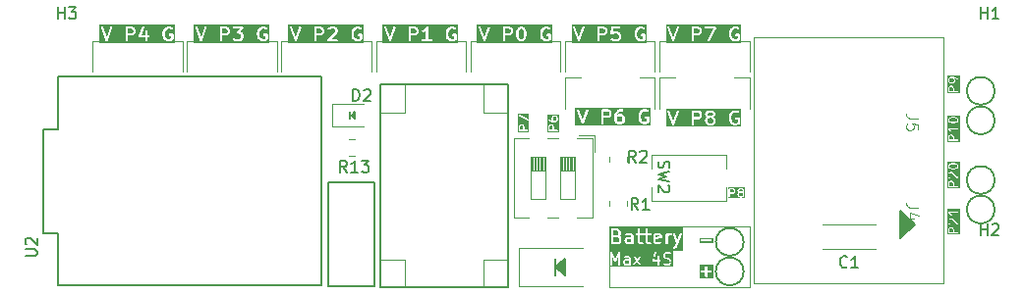
<source format=gbr>
%TF.GenerationSoftware,KiCad,Pcbnew,8.0.4*%
%TF.CreationDate,2024-09-16T16:39:03-03:00*%
%TF.ProjectId,Mini-C3,4d696e69-2d43-4332-9e6b-696361645f70,rev?*%
%TF.SameCoordinates,Original*%
%TF.FileFunction,Legend,Top*%
%TF.FilePolarity,Positive*%
%FSLAX46Y46*%
G04 Gerber Fmt 4.6, Leading zero omitted, Abs format (unit mm)*
G04 Created by KiCad (PCBNEW 8.0.4) date 2024-09-16 16:39:03*
%MOMM*%
%LPD*%
G01*
G04 APERTURE LIST*
%ADD10C,0.200000*%
%ADD11C,0.100000*%
%ADD12C,0.150000*%
%ADD13C,0.120000*%
%ADD14C,0.127000*%
G04 APERTURE END LIST*
D10*
G36*
X158418462Y-88110757D02*
G01*
X158451748Y-88141270D01*
X158488720Y-88209052D01*
X158488720Y-88419956D01*
X158451748Y-88487738D01*
X158418463Y-88518249D01*
X158338324Y-88554980D01*
X158153402Y-88554980D01*
X158073262Y-88518249D01*
X158039976Y-88487738D01*
X158003006Y-88419957D01*
X158003006Y-88209051D01*
X158039976Y-88141270D01*
X158073264Y-88110757D01*
X158153401Y-88074028D01*
X158338324Y-88074028D01*
X158418462Y-88110757D01*
G37*
G36*
X157275606Y-87691710D02*
G01*
X157308891Y-87722222D01*
X157345863Y-87790004D01*
X157345863Y-87896146D01*
X157308891Y-87963928D01*
X157275606Y-87994440D01*
X157195467Y-88031171D01*
X156860149Y-88031171D01*
X156860149Y-87654980D01*
X157195467Y-87654980D01*
X157275606Y-87691710D01*
G37*
G36*
X160925228Y-88877202D02*
G01*
X154424800Y-88877202D01*
X154424800Y-87570163D01*
X154547022Y-87570163D01*
X154551884Y-87589154D01*
X154951884Y-88689154D01*
X154960356Y-88706832D01*
X154963357Y-88710109D01*
X154965236Y-88714135D01*
X154976443Y-88724399D01*
X154986708Y-88735607D01*
X154990733Y-88737485D01*
X154994011Y-88740487D01*
X155008299Y-88745682D01*
X155022066Y-88752107D01*
X155026502Y-88752302D01*
X155030680Y-88753821D01*
X155045863Y-88753153D01*
X155061046Y-88753821D01*
X155065223Y-88752302D01*
X155069660Y-88752107D01*
X155083426Y-88745682D01*
X155097715Y-88740487D01*
X155100992Y-88737485D01*
X155105018Y-88735607D01*
X155115282Y-88724399D01*
X155126490Y-88714135D01*
X155128368Y-88710109D01*
X155131370Y-88706832D01*
X155139842Y-88689154D01*
X155539842Y-87589154D01*
X155544704Y-87570163D01*
X155544036Y-87554980D01*
X156660149Y-87554980D01*
X156660149Y-88654980D01*
X156662070Y-88674489D01*
X156677002Y-88710537D01*
X156704592Y-88738127D01*
X156740640Y-88753059D01*
X156779658Y-88753059D01*
X156815706Y-88738127D01*
X156843296Y-88710537D01*
X156858228Y-88674489D01*
X156860149Y-88654980D01*
X156860149Y-88231171D01*
X157217292Y-88231171D01*
X157236801Y-88229250D01*
X157238539Y-88228529D01*
X157240422Y-88228460D01*
X157258958Y-88222077D01*
X157373242Y-88169696D01*
X157381005Y-88165169D01*
X157383470Y-88164272D01*
X157386691Y-88161854D01*
X157390177Y-88159822D01*
X157391963Y-88157897D01*
X157399149Y-88152505D01*
X157456292Y-88100125D01*
X157463444Y-88092143D01*
X157465481Y-88090501D01*
X157467261Y-88087883D01*
X157469375Y-88085526D01*
X157470480Y-88083154D01*
X157476510Y-88074294D01*
X157502629Y-88026409D01*
X157803006Y-88026409D01*
X157803006Y-88445457D01*
X157804927Y-88464966D01*
X157806987Y-88469941D01*
X157807561Y-88475296D01*
X157815216Y-88493342D01*
X157872359Y-88598104D01*
X157878388Y-88606964D01*
X157879494Y-88609336D01*
X157881606Y-88611693D01*
X157883388Y-88614311D01*
X157885425Y-88615954D01*
X157892577Y-88623934D01*
X157949719Y-88676315D01*
X157956906Y-88681708D01*
X157958692Y-88683632D01*
X157962177Y-88685664D01*
X157965399Y-88688082D01*
X157967861Y-88688978D01*
X157975627Y-88693507D01*
X158089912Y-88745887D01*
X158108447Y-88752269D01*
X158110329Y-88752338D01*
X158112068Y-88753059D01*
X158131577Y-88754980D01*
X158360149Y-88754980D01*
X158379658Y-88753059D01*
X158381396Y-88752338D01*
X158383278Y-88752269D01*
X158401814Y-88745887D01*
X158516100Y-88693507D01*
X158523864Y-88688979D01*
X158526329Y-88688082D01*
X158529553Y-88685662D01*
X158533035Y-88683632D01*
X158534819Y-88681709D01*
X158542008Y-88676315D01*
X158599150Y-88623934D01*
X158606302Y-88615953D01*
X158608338Y-88614311D01*
X158610118Y-88611694D01*
X158612233Y-88609335D01*
X158613338Y-88606962D01*
X158619367Y-88598104D01*
X158676509Y-88493342D01*
X158684165Y-88475296D01*
X158684738Y-88469941D01*
X158686799Y-88464966D01*
X158688720Y-88445457D01*
X158688720Y-88183552D01*
X158686799Y-88164043D01*
X158684738Y-88159067D01*
X158684165Y-88153713D01*
X158676509Y-88135667D01*
X158619367Y-88030905D01*
X158616307Y-88026409D01*
X159860149Y-88026409D01*
X159860149Y-88183552D01*
X159860643Y-88188569D01*
X159860393Y-88190537D01*
X159861450Y-88196766D01*
X159862070Y-88203061D01*
X159862829Y-88204895D01*
X159863673Y-88209864D01*
X159920815Y-88419387D01*
X159921724Y-88421771D01*
X159921847Y-88422915D01*
X159924962Y-88430260D01*
X159927802Y-88437703D01*
X159928505Y-88438610D01*
X159929502Y-88440961D01*
X159986645Y-88545723D01*
X159992673Y-88554581D01*
X159993779Y-88556954D01*
X159995893Y-88559313D01*
X159997674Y-88561930D01*
X159999709Y-88563572D01*
X160006862Y-88571553D01*
X160121147Y-88676315D01*
X160136826Y-88688082D01*
X160139341Y-88688997D01*
X160141403Y-88690697D01*
X160159499Y-88698235D01*
X160330928Y-88750615D01*
X160338334Y-88752104D01*
X160340640Y-88753059D01*
X160345430Y-88753530D01*
X160350147Y-88754479D01*
X160352629Y-88754239D01*
X160360149Y-88754980D01*
X160474435Y-88754980D01*
X160481955Y-88754239D01*
X160484438Y-88754479D01*
X160489155Y-88753530D01*
X160493944Y-88753059D01*
X160496248Y-88752104D01*
X160503656Y-88750615D01*
X160675085Y-88698235D01*
X160693181Y-88690697D01*
X160695244Y-88688996D01*
X160697756Y-88688082D01*
X160713435Y-88676315D01*
X160770578Y-88623935D01*
X160783661Y-88609336D01*
X160784593Y-88607335D01*
X160786153Y-88605776D01*
X160792806Y-88589712D01*
X160800144Y-88573970D01*
X160800239Y-88571768D01*
X160801085Y-88569728D01*
X160803006Y-88550219D01*
X160803006Y-88183552D01*
X160801085Y-88164043D01*
X160786153Y-88127995D01*
X160758563Y-88100405D01*
X160722515Y-88085473D01*
X160703006Y-88083552D01*
X160474435Y-88083552D01*
X160454926Y-88085473D01*
X160418878Y-88100405D01*
X160391288Y-88127995D01*
X160376356Y-88164043D01*
X160376356Y-88203061D01*
X160391288Y-88239109D01*
X160418878Y-88266699D01*
X160454926Y-88281631D01*
X160474435Y-88283552D01*
X160603006Y-88283552D01*
X160603006Y-88506229D01*
X160594984Y-88513582D01*
X160459500Y-88554980D01*
X160375084Y-88554980D01*
X160239599Y-88513582D01*
X160154262Y-88435356D01*
X160110686Y-88355466D01*
X160060149Y-88170161D01*
X160060149Y-88039799D01*
X160110686Y-87854494D01*
X160154262Y-87774604D01*
X160239599Y-87696378D01*
X160375086Y-87654980D01*
X160509753Y-87654980D01*
X160604197Y-87698267D01*
X160622732Y-87704650D01*
X160661724Y-87706095D01*
X160698300Y-87692510D01*
X160726894Y-87665961D01*
X160743151Y-87630491D01*
X160744597Y-87591500D01*
X160731011Y-87554923D01*
X160704463Y-87526329D01*
X160687528Y-87516455D01*
X160573244Y-87464074D01*
X160554708Y-87457691D01*
X160552825Y-87457621D01*
X160551087Y-87456901D01*
X160531578Y-87454980D01*
X160360149Y-87454980D01*
X160352628Y-87455720D01*
X160350146Y-87455481D01*
X160345428Y-87456429D01*
X160340640Y-87456901D01*
X160338335Y-87457855D01*
X160330927Y-87459345D01*
X160159498Y-87511726D01*
X160141402Y-87519264D01*
X160139339Y-87520963D01*
X160136826Y-87521879D01*
X160121147Y-87533646D01*
X160006862Y-87638408D01*
X159999709Y-87646388D01*
X159997674Y-87648031D01*
X159995893Y-87650647D01*
X159993779Y-87653007D01*
X159992673Y-87655379D01*
X159986645Y-87664238D01*
X159929502Y-87769000D01*
X159928505Y-87771350D01*
X159927802Y-87772258D01*
X159924962Y-87779700D01*
X159921847Y-87787046D01*
X159921724Y-87788189D01*
X159920815Y-87790574D01*
X159863673Y-88000097D01*
X159862829Y-88005065D01*
X159862070Y-88006900D01*
X159861450Y-88013194D01*
X159860393Y-88019424D01*
X159860643Y-88021391D01*
X159860149Y-88026409D01*
X158616307Y-88026409D01*
X158613338Y-88022046D01*
X158612233Y-88019674D01*
X158610118Y-88017314D01*
X158608338Y-88014698D01*
X158606302Y-88013055D01*
X158599150Y-88005075D01*
X158542008Y-87952694D01*
X158534819Y-87947299D01*
X158533035Y-87945377D01*
X158529553Y-87943346D01*
X158526329Y-87940927D01*
X158523864Y-87940029D01*
X158516100Y-87935502D01*
X158401814Y-87883121D01*
X158383279Y-87876739D01*
X158381396Y-87876669D01*
X158379658Y-87875949D01*
X158360149Y-87874028D01*
X158131577Y-87874028D01*
X158112068Y-87875949D01*
X158110329Y-87876669D01*
X158108446Y-87876739D01*
X158089911Y-87883122D01*
X158039425Y-87906261D01*
X158051802Y-87860880D01*
X158149406Y-87726674D01*
X158187548Y-87691710D01*
X158267689Y-87654980D01*
X158474435Y-87654980D01*
X158493944Y-87653059D01*
X158529992Y-87638127D01*
X158557582Y-87610537D01*
X158572514Y-87574489D01*
X158572514Y-87535471D01*
X158557582Y-87499423D01*
X158529992Y-87471833D01*
X158493944Y-87456901D01*
X158474435Y-87454980D01*
X158245863Y-87454980D01*
X158226354Y-87456901D01*
X158224615Y-87457621D01*
X158222733Y-87457691D01*
X158204197Y-87464074D01*
X158089912Y-87516454D01*
X158082147Y-87520981D01*
X158079683Y-87521879D01*
X158076458Y-87524298D01*
X158072977Y-87526329D01*
X158071192Y-87528251D01*
X158064004Y-87533646D01*
X158006862Y-87586027D01*
X158006696Y-87586211D01*
X158006590Y-87586277D01*
X158000207Y-87593452D01*
X157993779Y-87600626D01*
X157993726Y-87600739D01*
X157993561Y-87600925D01*
X157879275Y-87758068D01*
X157871853Y-87770716D01*
X157870659Y-87772258D01*
X157870121Y-87773667D01*
X157869354Y-87774975D01*
X157868895Y-87776880D01*
X157863672Y-87790574D01*
X157806530Y-88000097D01*
X157805686Y-88005065D01*
X157804927Y-88006900D01*
X157804307Y-88013194D01*
X157803250Y-88019424D01*
X157803500Y-88021391D01*
X157803006Y-88026409D01*
X157502629Y-88026409D01*
X157533652Y-87969532D01*
X157541308Y-87951486D01*
X157541881Y-87946131D01*
X157543942Y-87941156D01*
X157545863Y-87921647D01*
X157545863Y-87764504D01*
X157543942Y-87744995D01*
X157541881Y-87740019D01*
X157541308Y-87734665D01*
X157533652Y-87716619D01*
X157476510Y-87611857D01*
X157470480Y-87602996D01*
X157469375Y-87600625D01*
X157467261Y-87598267D01*
X157465481Y-87595650D01*
X157463444Y-87594007D01*
X157456292Y-87586026D01*
X157399149Y-87533646D01*
X157391963Y-87528253D01*
X157390177Y-87526329D01*
X157386691Y-87524296D01*
X157383470Y-87521879D01*
X157381005Y-87520981D01*
X157373242Y-87516455D01*
X157258958Y-87464074D01*
X157240422Y-87457691D01*
X157238539Y-87457621D01*
X157236801Y-87456901D01*
X157217292Y-87454980D01*
X156760149Y-87454980D01*
X156740640Y-87456901D01*
X156704592Y-87471833D01*
X156677002Y-87499423D01*
X156662070Y-87535471D01*
X156660149Y-87554980D01*
X155544036Y-87554980D01*
X155542990Y-87531183D01*
X155526490Y-87495825D01*
X155497715Y-87469473D01*
X155461046Y-87456139D01*
X155422066Y-87457853D01*
X155386708Y-87474353D01*
X155360356Y-87503128D01*
X155351884Y-87520806D01*
X155045863Y-88362363D01*
X154739842Y-87520806D01*
X154731370Y-87503128D01*
X154705018Y-87474353D01*
X154669660Y-87457853D01*
X154630680Y-87456139D01*
X154594011Y-87469473D01*
X154565236Y-87495825D01*
X154548736Y-87531183D01*
X154547022Y-87570163D01*
X154424800Y-87570163D01*
X154424800Y-87332758D01*
X160925228Y-87332758D01*
X160925228Y-88877202D01*
G37*
G36*
X158134700Y-98558716D02*
G01*
X158163676Y-98587691D01*
X158203006Y-98666348D01*
X158203006Y-98790563D01*
X158163677Y-98869221D01*
X158129483Y-98903414D01*
X158050828Y-98942742D01*
X157717292Y-98942742D01*
X157717292Y-98514171D01*
X158001065Y-98514171D01*
X158134700Y-98558716D01*
G37*
G36*
X158072342Y-97982070D02*
G01*
X158106533Y-98016262D01*
X158145863Y-98094921D01*
X158145863Y-98161993D01*
X158106533Y-98240651D01*
X158072342Y-98274842D01*
X157993685Y-98314171D01*
X157717292Y-98314171D01*
X157717292Y-97942742D01*
X157993685Y-97942742D01*
X158072342Y-97982070D01*
G37*
G36*
X159231578Y-98923796D02*
G01*
X159193685Y-98942742D01*
X158955185Y-98942742D01*
X158891827Y-98911063D01*
X158860149Y-98847707D01*
X158860149Y-98780635D01*
X158891827Y-98717278D01*
X158955185Y-98685600D01*
X159217292Y-98685600D01*
X159231578Y-98684193D01*
X159231578Y-98923796D01*
G37*
G36*
X161657041Y-98374420D02*
G01*
X161688720Y-98437778D01*
X161688720Y-98446476D01*
X161317291Y-98520761D01*
X161317291Y-98437778D01*
X161348969Y-98374420D01*
X161412328Y-98342742D01*
X161593684Y-98342742D01*
X161657041Y-98374420D01*
G37*
G36*
X163735265Y-99675290D02*
G01*
X157383959Y-99675290D01*
X157383959Y-99430234D01*
X162832361Y-99430234D01*
X162835127Y-99469154D01*
X162852576Y-99504053D01*
X162882052Y-99529618D01*
X162919068Y-99541957D01*
X162957988Y-99539191D01*
X162976297Y-99532185D01*
X163090583Y-99475043D01*
X163098979Y-99469757D01*
X163101419Y-99468747D01*
X163104165Y-99466493D01*
X163107173Y-99464600D01*
X163108903Y-99462605D01*
X163116573Y-99456311D01*
X163173715Y-99399168D01*
X163186152Y-99384015D01*
X163186389Y-99383440D01*
X163186824Y-99382996D01*
X163195853Y-99365596D01*
X163310138Y-99079881D01*
X163310662Y-99078073D01*
X163311464Y-99076376D01*
X163597179Y-98276376D01*
X163601932Y-98257357D01*
X163599994Y-98218387D01*
X163583291Y-98183125D01*
X163554365Y-98156938D01*
X163517620Y-98143815D01*
X163478650Y-98145753D01*
X163443388Y-98162456D01*
X163417202Y-98191382D01*
X163408831Y-98209108D01*
X163217290Y-98745421D01*
X163025750Y-98209108D01*
X163017380Y-98191382D01*
X162991193Y-98162456D01*
X162955931Y-98145753D01*
X162916961Y-98143815D01*
X162880216Y-98156938D01*
X162851290Y-98183125D01*
X162834587Y-98218387D01*
X162832649Y-98257357D01*
X162837402Y-98276376D01*
X163110388Y-99040737D01*
X163017779Y-99272261D01*
X162986625Y-99303414D01*
X162886855Y-99353299D01*
X162870265Y-99363742D01*
X162844700Y-99393218D01*
X162832361Y-99430234D01*
X157383959Y-99430234D01*
X157383959Y-97842742D01*
X157517292Y-97842742D01*
X157517292Y-99042742D01*
X157519213Y-99062251D01*
X157534145Y-99098299D01*
X157561735Y-99125889D01*
X157597783Y-99140821D01*
X157617292Y-99142742D01*
X158074435Y-99142742D01*
X158093944Y-99140821D01*
X158097264Y-99139445D01*
X158100848Y-99139191D01*
X158119156Y-99132185D01*
X158233441Y-99075043D01*
X158241837Y-99069757D01*
X158244277Y-99068747D01*
X158247023Y-99066493D01*
X158250031Y-99064600D01*
X158251761Y-99062605D01*
X158259431Y-99056311D01*
X158316573Y-98999168D01*
X158322865Y-98991501D01*
X158324863Y-98989769D01*
X158326756Y-98986760D01*
X158329010Y-98984015D01*
X158330020Y-98981574D01*
X158335306Y-98973178D01*
X158392449Y-98858892D01*
X158399455Y-98840584D01*
X158399709Y-98837000D01*
X158401085Y-98833680D01*
X158403006Y-98814171D01*
X158403006Y-98757028D01*
X158660149Y-98757028D01*
X158660149Y-98871314D01*
X158662070Y-98890823D01*
X158663445Y-98894143D01*
X158663700Y-98897727D01*
X158670706Y-98916035D01*
X158727849Y-99030322D01*
X158729902Y-99033585D01*
X158730416Y-99035124D01*
X158732077Y-99037040D01*
X158738292Y-99046912D01*
X158747766Y-99055128D01*
X158755981Y-99064600D01*
X158765852Y-99070813D01*
X158767769Y-99072476D01*
X158769307Y-99072989D01*
X158772571Y-99075043D01*
X158886857Y-99132185D01*
X158905166Y-99139191D01*
X158908748Y-99139445D01*
X158912069Y-99140821D01*
X158931578Y-99142742D01*
X159217292Y-99142742D01*
X159236801Y-99140821D01*
X159240121Y-99139445D01*
X159243704Y-99139191D01*
X159262013Y-99132185D01*
X159275549Y-99125417D01*
X159276021Y-99125889D01*
X159312069Y-99140821D01*
X159351087Y-99140821D01*
X159387135Y-99125889D01*
X159414725Y-99098299D01*
X159429657Y-99062251D01*
X159431578Y-99042742D01*
X159431578Y-98414171D01*
X159429657Y-98394662D01*
X159428281Y-98391341D01*
X159428027Y-98387758D01*
X159421021Y-98369450D01*
X159363878Y-98255164D01*
X159361823Y-98251900D01*
X159361311Y-98250362D01*
X159359649Y-98248446D01*
X159353435Y-98238573D01*
X159343962Y-98230357D01*
X159337783Y-98223233D01*
X159633498Y-98223233D01*
X159633498Y-98262251D01*
X159648430Y-98298299D01*
X159676020Y-98325889D01*
X159712068Y-98340821D01*
X159731577Y-98342742D01*
X159803006Y-98342742D01*
X159803006Y-98871314D01*
X159804927Y-98890823D01*
X159806302Y-98894143D01*
X159806557Y-98897727D01*
X159813563Y-98916035D01*
X159870706Y-99030322D01*
X159872760Y-99033586D01*
X159873273Y-99035123D01*
X159874932Y-99037036D01*
X159881149Y-99046912D01*
X159890624Y-99055129D01*
X159898838Y-99064600D01*
X159908709Y-99070813D01*
X159910626Y-99072476D01*
X159912164Y-99072989D01*
X159915428Y-99075043D01*
X160029713Y-99132185D01*
X160048021Y-99139191D01*
X160051604Y-99139445D01*
X160054925Y-99140821D01*
X160074434Y-99142742D01*
X160188720Y-99142742D01*
X160208229Y-99140821D01*
X160244277Y-99125889D01*
X160271867Y-99098299D01*
X160286799Y-99062251D01*
X160286799Y-99023233D01*
X160271867Y-98987185D01*
X160244277Y-98959595D01*
X160208229Y-98944663D01*
X160188720Y-98942742D01*
X160098041Y-98942742D01*
X160034684Y-98911064D01*
X160003006Y-98847707D01*
X160003006Y-98342742D01*
X160188720Y-98342742D01*
X160208229Y-98340821D01*
X160244277Y-98325889D01*
X160271867Y-98298299D01*
X160286799Y-98262251D01*
X160286799Y-98223233D01*
X160319212Y-98223233D01*
X160319212Y-98262251D01*
X160334144Y-98298299D01*
X160361734Y-98325889D01*
X160397782Y-98340821D01*
X160417291Y-98342742D01*
X160488720Y-98342742D01*
X160488720Y-98871314D01*
X160490641Y-98890823D01*
X160492016Y-98894143D01*
X160492271Y-98897727D01*
X160499277Y-98916035D01*
X160556420Y-99030322D01*
X160558474Y-99033586D01*
X160558987Y-99035123D01*
X160560646Y-99037036D01*
X160566863Y-99046912D01*
X160576338Y-99055129D01*
X160584552Y-99064600D01*
X160594423Y-99070813D01*
X160596340Y-99072476D01*
X160597878Y-99072989D01*
X160601142Y-99075043D01*
X160715427Y-99132185D01*
X160733735Y-99139191D01*
X160737318Y-99139445D01*
X160740639Y-99140821D01*
X160760148Y-99142742D01*
X160874434Y-99142742D01*
X160893943Y-99140821D01*
X160929991Y-99125889D01*
X160957581Y-99098299D01*
X160972513Y-99062251D01*
X160972513Y-99023233D01*
X160957581Y-98987185D01*
X160929991Y-98959595D01*
X160893943Y-98944663D01*
X160874434Y-98942742D01*
X160783755Y-98942742D01*
X160720398Y-98911064D01*
X160688720Y-98847707D01*
X160688720Y-98414171D01*
X161117291Y-98414171D01*
X161117291Y-98871314D01*
X161119212Y-98890823D01*
X161120587Y-98894143D01*
X161120842Y-98897727D01*
X161127848Y-98916035D01*
X161184991Y-99030322D01*
X161187044Y-99033585D01*
X161187558Y-99035124D01*
X161189219Y-99037040D01*
X161195434Y-99046912D01*
X161204908Y-99055128D01*
X161213123Y-99064600D01*
X161222994Y-99070813D01*
X161224911Y-99072476D01*
X161226449Y-99072989D01*
X161229713Y-99075043D01*
X161343999Y-99132185D01*
X161362308Y-99139191D01*
X161365890Y-99139445D01*
X161369211Y-99140821D01*
X161388720Y-99142742D01*
X161617291Y-99142742D01*
X161636800Y-99140821D01*
X161640120Y-99139445D01*
X161643703Y-99139191D01*
X161662012Y-99132185D01*
X161776298Y-99075043D01*
X161792888Y-99064600D01*
X161818453Y-99035124D01*
X161830792Y-98998108D01*
X161828026Y-98959188D01*
X161810577Y-98924289D01*
X161781101Y-98898724D01*
X161744085Y-98886385D01*
X161705165Y-98889151D01*
X161686856Y-98896157D01*
X161593684Y-98942742D01*
X161412327Y-98942742D01*
X161348969Y-98911063D01*
X161317291Y-98847707D01*
X161317291Y-98724722D01*
X161808226Y-98626536D01*
X161808229Y-98626536D01*
X161808231Y-98626534D01*
X161808331Y-98626515D01*
X161827085Y-98620805D01*
X161835225Y-98615353D01*
X161844277Y-98611604D01*
X161851278Y-98604602D01*
X161859504Y-98599094D01*
X161864938Y-98590942D01*
X161871867Y-98584014D01*
X161875656Y-98574866D01*
X161881148Y-98566629D01*
X161883049Y-98557018D01*
X161886799Y-98547966D01*
X161888720Y-98528457D01*
X161888720Y-98414171D01*
X161886799Y-98394662D01*
X161885423Y-98391341D01*
X161885169Y-98387758D01*
X161878163Y-98369450D01*
X161821020Y-98255164D01*
X161818965Y-98251900D01*
X161818453Y-98250362D01*
X161816791Y-98248446D01*
X161813201Y-98242742D01*
X162203005Y-98242742D01*
X162203005Y-99042742D01*
X162204926Y-99062251D01*
X162219858Y-99098299D01*
X162247448Y-99125889D01*
X162283496Y-99140821D01*
X162322514Y-99140821D01*
X162358562Y-99125889D01*
X162386152Y-99098299D01*
X162401084Y-99062251D01*
X162403005Y-99042742D01*
X162403005Y-98494921D01*
X162442333Y-98416264D01*
X162476525Y-98382071D01*
X162555183Y-98342742D01*
X162645862Y-98342742D01*
X162665371Y-98340821D01*
X162701419Y-98325889D01*
X162729009Y-98298299D01*
X162743941Y-98262251D01*
X162743941Y-98223233D01*
X162729009Y-98187185D01*
X162701419Y-98159595D01*
X162665371Y-98144663D01*
X162645862Y-98142742D01*
X162531576Y-98142742D01*
X162512067Y-98144663D01*
X162508746Y-98146038D01*
X162505163Y-98146293D01*
X162486855Y-98153299D01*
X162391802Y-98200825D01*
X162386152Y-98187185D01*
X162358562Y-98159595D01*
X162322514Y-98144663D01*
X162283496Y-98144663D01*
X162247448Y-98159595D01*
X162219858Y-98187185D01*
X162204926Y-98223233D01*
X162203005Y-98242742D01*
X161813201Y-98242742D01*
X161810577Y-98238573D01*
X161801104Y-98230357D01*
X161792889Y-98220885D01*
X161783014Y-98214668D01*
X161781100Y-98213009D01*
X161779563Y-98212496D01*
X161776299Y-98210442D01*
X161662012Y-98153299D01*
X161643704Y-98146293D01*
X161640120Y-98146038D01*
X161636800Y-98144663D01*
X161617291Y-98142742D01*
X161388720Y-98142742D01*
X161369211Y-98144663D01*
X161365890Y-98146038D01*
X161362307Y-98146293D01*
X161343999Y-98153299D01*
X161229713Y-98210442D01*
X161226449Y-98212496D01*
X161224911Y-98213009D01*
X161222995Y-98214670D01*
X161213122Y-98220885D01*
X161204906Y-98230357D01*
X161195434Y-98238573D01*
X161189217Y-98248447D01*
X161187558Y-98250362D01*
X161187045Y-98251898D01*
X161184991Y-98255163D01*
X161127848Y-98369450D01*
X161120842Y-98387758D01*
X161120587Y-98391341D01*
X161119212Y-98394662D01*
X161117291Y-98414171D01*
X160688720Y-98414171D01*
X160688720Y-98342742D01*
X160874434Y-98342742D01*
X160893943Y-98340821D01*
X160929991Y-98325889D01*
X160957581Y-98298299D01*
X160972513Y-98262251D01*
X160972513Y-98223233D01*
X160957581Y-98187185D01*
X160929991Y-98159595D01*
X160893943Y-98144663D01*
X160874434Y-98142742D01*
X160688720Y-98142742D01*
X160688720Y-97842742D01*
X160686799Y-97823233D01*
X160671867Y-97787185D01*
X160644277Y-97759595D01*
X160608229Y-97744663D01*
X160569211Y-97744663D01*
X160533163Y-97759595D01*
X160505573Y-97787185D01*
X160490641Y-97823233D01*
X160488720Y-97842742D01*
X160488720Y-98142742D01*
X160417291Y-98142742D01*
X160397782Y-98144663D01*
X160361734Y-98159595D01*
X160334144Y-98187185D01*
X160319212Y-98223233D01*
X160286799Y-98223233D01*
X160271867Y-98187185D01*
X160244277Y-98159595D01*
X160208229Y-98144663D01*
X160188720Y-98142742D01*
X160003006Y-98142742D01*
X160003006Y-97842742D01*
X160001085Y-97823233D01*
X159986153Y-97787185D01*
X159958563Y-97759595D01*
X159922515Y-97744663D01*
X159883497Y-97744663D01*
X159847449Y-97759595D01*
X159819859Y-97787185D01*
X159804927Y-97823233D01*
X159803006Y-97842742D01*
X159803006Y-98142742D01*
X159731577Y-98142742D01*
X159712068Y-98144663D01*
X159676020Y-98159595D01*
X159648430Y-98187185D01*
X159633498Y-98223233D01*
X159337783Y-98223233D01*
X159335747Y-98220885D01*
X159325872Y-98214668D01*
X159323958Y-98213009D01*
X159322421Y-98212496D01*
X159319157Y-98210442D01*
X159204870Y-98153299D01*
X159186562Y-98146293D01*
X159182978Y-98146038D01*
X159179658Y-98144663D01*
X159160149Y-98142742D01*
X158931578Y-98142742D01*
X158912069Y-98144663D01*
X158908748Y-98146038D01*
X158905165Y-98146293D01*
X158886857Y-98153299D01*
X158772571Y-98210442D01*
X158755980Y-98220885D01*
X158730416Y-98250362D01*
X158718077Y-98287378D01*
X158720843Y-98326298D01*
X158738292Y-98361197D01*
X158767769Y-98386761D01*
X158804785Y-98399100D01*
X158843705Y-98396334D01*
X158862013Y-98389328D01*
X158955186Y-98342742D01*
X159136542Y-98342742D01*
X159199899Y-98374420D01*
X159231578Y-98437778D01*
X159231578Y-98466653D01*
X159193685Y-98485600D01*
X158931578Y-98485600D01*
X158912069Y-98487521D01*
X158908748Y-98488896D01*
X158905166Y-98489151D01*
X158886857Y-98496157D01*
X158772571Y-98553299D01*
X158769307Y-98555352D01*
X158767769Y-98555866D01*
X158765852Y-98557528D01*
X158755981Y-98563742D01*
X158747766Y-98573213D01*
X158738292Y-98581430D01*
X158732077Y-98591301D01*
X158730416Y-98593218D01*
X158729902Y-98594756D01*
X158727849Y-98598020D01*
X158670706Y-98712307D01*
X158663700Y-98730615D01*
X158663445Y-98734198D01*
X158662070Y-98737519D01*
X158660149Y-98757028D01*
X158403006Y-98757028D01*
X158403006Y-98642742D01*
X158401085Y-98623233D01*
X158399709Y-98619912D01*
X158399455Y-98616329D01*
X158392449Y-98598021D01*
X158335306Y-98483735D01*
X158330020Y-98475337D01*
X158329010Y-98472899D01*
X158326757Y-98470154D01*
X158324863Y-98467145D01*
X158322865Y-98465412D01*
X158316573Y-98457746D01*
X158259431Y-98400603D01*
X158244277Y-98388167D01*
X158242567Y-98387459D01*
X158259432Y-98370595D01*
X158265723Y-98362928D01*
X158267720Y-98361197D01*
X158269615Y-98358185D01*
X158271868Y-98355441D01*
X158272877Y-98353003D01*
X158278163Y-98344607D01*
X158335306Y-98230321D01*
X158342312Y-98212013D01*
X158342566Y-98208429D01*
X158343942Y-98205109D01*
X158345863Y-98185600D01*
X158345863Y-98071314D01*
X158343942Y-98051805D01*
X158342566Y-98048484D01*
X158342312Y-98044901D01*
X158335306Y-98026593D01*
X158278163Y-97912307D01*
X158272878Y-97903910D01*
X158271868Y-97901472D01*
X158269614Y-97898726D01*
X158267720Y-97895716D01*
X158265723Y-97893984D01*
X158259432Y-97886318D01*
X158202289Y-97829175D01*
X158194622Y-97822882D01*
X158192890Y-97820885D01*
X158189880Y-97818990D01*
X158187136Y-97816738D01*
X158184697Y-97815727D01*
X158176300Y-97810442D01*
X158062013Y-97753299D01*
X158043705Y-97746293D01*
X158040121Y-97746038D01*
X158036801Y-97744663D01*
X158017292Y-97742742D01*
X157617292Y-97742742D01*
X157597783Y-97744663D01*
X157561735Y-97759595D01*
X157534145Y-97787185D01*
X157519213Y-97823233D01*
X157517292Y-97842742D01*
X157383959Y-97842742D01*
X157383959Y-97609409D01*
X163735265Y-97609409D01*
X163735265Y-99675290D01*
G37*
G36*
X124408939Y-80541710D02*
G01*
X124442224Y-80572222D01*
X124479196Y-80640004D01*
X124479196Y-80746146D01*
X124442224Y-80813928D01*
X124408939Y-80844440D01*
X124328800Y-80881171D01*
X123993482Y-80881171D01*
X123993482Y-80504980D01*
X124328800Y-80504980D01*
X124408939Y-80541710D01*
G37*
G36*
X128058561Y-81727202D02*
G01*
X121558133Y-81727202D01*
X121558133Y-80420163D01*
X121680355Y-80420163D01*
X121685217Y-80439154D01*
X122085217Y-81539154D01*
X122093689Y-81556832D01*
X122096690Y-81560109D01*
X122098569Y-81564135D01*
X122109776Y-81574399D01*
X122120041Y-81585607D01*
X122124066Y-81587485D01*
X122127344Y-81590487D01*
X122141632Y-81595682D01*
X122155399Y-81602107D01*
X122159835Y-81602302D01*
X122164013Y-81603821D01*
X122179196Y-81603153D01*
X122194379Y-81603821D01*
X122198556Y-81602302D01*
X122202993Y-81602107D01*
X122216759Y-81595682D01*
X122231048Y-81590487D01*
X122234325Y-81587485D01*
X122238351Y-81585607D01*
X122248615Y-81574399D01*
X122259823Y-81564135D01*
X122261701Y-81560109D01*
X122264703Y-81556832D01*
X122273175Y-81539154D01*
X122673175Y-80439154D01*
X122678037Y-80420163D01*
X122677369Y-80404980D01*
X123793482Y-80404980D01*
X123793482Y-81504980D01*
X123795403Y-81524489D01*
X123810335Y-81560537D01*
X123837925Y-81588127D01*
X123873973Y-81603059D01*
X123912991Y-81603059D01*
X123949039Y-81588127D01*
X123976629Y-81560537D01*
X123991561Y-81524489D01*
X123993482Y-81504980D01*
X123993482Y-81384989D01*
X124880363Y-81384989D01*
X124882057Y-81423970D01*
X124898541Y-81459336D01*
X124911624Y-81473934D01*
X124968766Y-81526315D01*
X124975956Y-81531710D01*
X124977740Y-81533632D01*
X124981221Y-81535662D01*
X124984446Y-81538082D01*
X124986909Y-81538979D01*
X124994674Y-81543507D01*
X125108960Y-81595887D01*
X125127496Y-81602269D01*
X125129377Y-81602338D01*
X125131116Y-81603059D01*
X125150625Y-81604980D01*
X125493482Y-81604980D01*
X125512991Y-81603059D01*
X125514729Y-81602338D01*
X125516611Y-81602269D01*
X125535147Y-81595887D01*
X125649433Y-81543507D01*
X125657197Y-81538979D01*
X125659662Y-81538082D01*
X125662886Y-81535662D01*
X125666368Y-81533632D01*
X125668152Y-81531709D01*
X125675341Y-81526315D01*
X125732483Y-81473934D01*
X125739635Y-81465953D01*
X125741671Y-81464311D01*
X125743451Y-81461694D01*
X125745566Y-81459335D01*
X125746671Y-81456962D01*
X125752700Y-81448104D01*
X125809842Y-81343342D01*
X125817498Y-81325296D01*
X125818071Y-81319941D01*
X125820132Y-81314966D01*
X125822053Y-81295457D01*
X125822053Y-81033552D01*
X125820132Y-81014043D01*
X125818071Y-81009067D01*
X125817498Y-81003713D01*
X125809842Y-80985667D01*
X125752700Y-80880905D01*
X125749640Y-80876409D01*
X126993482Y-80876409D01*
X126993482Y-81033552D01*
X126993976Y-81038569D01*
X126993726Y-81040537D01*
X126994783Y-81046766D01*
X126995403Y-81053061D01*
X126996162Y-81054895D01*
X126997006Y-81059864D01*
X127054148Y-81269387D01*
X127055057Y-81271771D01*
X127055180Y-81272915D01*
X127058295Y-81280260D01*
X127061135Y-81287703D01*
X127061838Y-81288610D01*
X127062835Y-81290961D01*
X127119978Y-81395723D01*
X127126006Y-81404581D01*
X127127112Y-81406954D01*
X127129226Y-81409313D01*
X127131007Y-81411930D01*
X127133042Y-81413572D01*
X127140195Y-81421553D01*
X127254480Y-81526315D01*
X127270159Y-81538082D01*
X127272674Y-81538997D01*
X127274736Y-81540697D01*
X127292832Y-81548235D01*
X127464261Y-81600615D01*
X127471667Y-81602104D01*
X127473973Y-81603059D01*
X127478763Y-81603530D01*
X127483480Y-81604479D01*
X127485962Y-81604239D01*
X127493482Y-81604980D01*
X127607768Y-81604980D01*
X127615288Y-81604239D01*
X127617771Y-81604479D01*
X127622488Y-81603530D01*
X127627277Y-81603059D01*
X127629581Y-81602104D01*
X127636989Y-81600615D01*
X127808418Y-81548235D01*
X127826514Y-81540697D01*
X127828577Y-81538996D01*
X127831089Y-81538082D01*
X127846768Y-81526315D01*
X127903911Y-81473935D01*
X127916994Y-81459336D01*
X127917926Y-81457335D01*
X127919486Y-81455776D01*
X127926139Y-81439712D01*
X127933477Y-81423970D01*
X127933572Y-81421768D01*
X127934418Y-81419728D01*
X127936339Y-81400219D01*
X127936339Y-81033552D01*
X127934418Y-81014043D01*
X127919486Y-80977995D01*
X127891896Y-80950405D01*
X127855848Y-80935473D01*
X127836339Y-80933552D01*
X127607768Y-80933552D01*
X127588259Y-80935473D01*
X127552211Y-80950405D01*
X127524621Y-80977995D01*
X127509689Y-81014043D01*
X127509689Y-81053061D01*
X127524621Y-81089109D01*
X127552211Y-81116699D01*
X127588259Y-81131631D01*
X127607768Y-81133552D01*
X127736339Y-81133552D01*
X127736339Y-81356229D01*
X127728317Y-81363582D01*
X127592833Y-81404980D01*
X127508417Y-81404980D01*
X127372932Y-81363582D01*
X127287595Y-81285356D01*
X127244019Y-81205466D01*
X127193482Y-81020161D01*
X127193482Y-80889799D01*
X127244019Y-80704494D01*
X127287595Y-80624604D01*
X127372932Y-80546378D01*
X127508419Y-80504980D01*
X127643086Y-80504980D01*
X127737530Y-80548267D01*
X127756065Y-80554650D01*
X127795057Y-80556095D01*
X127831633Y-80542510D01*
X127860227Y-80515961D01*
X127876484Y-80480491D01*
X127877930Y-80441500D01*
X127864344Y-80404923D01*
X127837796Y-80376329D01*
X127820861Y-80366455D01*
X127706577Y-80314074D01*
X127688041Y-80307691D01*
X127686158Y-80307621D01*
X127684420Y-80306901D01*
X127664911Y-80304980D01*
X127493482Y-80304980D01*
X127485961Y-80305720D01*
X127483479Y-80305481D01*
X127478761Y-80306429D01*
X127473973Y-80306901D01*
X127471668Y-80307855D01*
X127464260Y-80309345D01*
X127292831Y-80361726D01*
X127274735Y-80369264D01*
X127272672Y-80370963D01*
X127270159Y-80371879D01*
X127254480Y-80383646D01*
X127140195Y-80488408D01*
X127133042Y-80496388D01*
X127131007Y-80498031D01*
X127129226Y-80500647D01*
X127127112Y-80503007D01*
X127126006Y-80505379D01*
X127119978Y-80514238D01*
X127062835Y-80619000D01*
X127061838Y-80621350D01*
X127061135Y-80622258D01*
X127058295Y-80629700D01*
X127055180Y-80637046D01*
X127055057Y-80638189D01*
X127054148Y-80640574D01*
X126997006Y-80850097D01*
X126996162Y-80855065D01*
X126995403Y-80856900D01*
X126994783Y-80863194D01*
X126993726Y-80869424D01*
X126993976Y-80871391D01*
X126993482Y-80876409D01*
X125749640Y-80876409D01*
X125746671Y-80872046D01*
X125745566Y-80869674D01*
X125743451Y-80867314D01*
X125741671Y-80864698D01*
X125739635Y-80863055D01*
X125732483Y-80855075D01*
X125675341Y-80802694D01*
X125668152Y-80797299D01*
X125666368Y-80795377D01*
X125662886Y-80793346D01*
X125659662Y-80790927D01*
X125657197Y-80790029D01*
X125649433Y-80785502D01*
X125543443Y-80736923D01*
X125794389Y-80474028D01*
X125804030Y-80461706D01*
X125805200Y-80460537D01*
X125805486Y-80459846D01*
X125806470Y-80458589D01*
X125813107Y-80441447D01*
X125820132Y-80424489D01*
X125820132Y-80423305D01*
X125820559Y-80422203D01*
X125820132Y-80403859D01*
X125820132Y-80385471D01*
X125819678Y-80384376D01*
X125819651Y-80383196D01*
X125812232Y-80366400D01*
X125805200Y-80349423D01*
X125804364Y-80348587D01*
X125803886Y-80347504D01*
X125790576Y-80334799D01*
X125777610Y-80321833D01*
X125776519Y-80321381D01*
X125775662Y-80320563D01*
X125758520Y-80313925D01*
X125741562Y-80306901D01*
X125739975Y-80306744D01*
X125739276Y-80306474D01*
X125737617Y-80306512D01*
X125722053Y-80304980D01*
X124979196Y-80304980D01*
X124959687Y-80306901D01*
X124923639Y-80321833D01*
X124896049Y-80349423D01*
X124881117Y-80385471D01*
X124881117Y-80424489D01*
X124896049Y-80460537D01*
X124923639Y-80488127D01*
X124959687Y-80503059D01*
X124979196Y-80504980D01*
X125488353Y-80504980D01*
X125249717Y-80754980D01*
X125240075Y-80767301D01*
X125238906Y-80768471D01*
X125238619Y-80769161D01*
X125237636Y-80770419D01*
X125230998Y-80787560D01*
X125223974Y-80804519D01*
X125223974Y-80805702D01*
X125223547Y-80806805D01*
X125223974Y-80825148D01*
X125223974Y-80843537D01*
X125224427Y-80844631D01*
X125224455Y-80845812D01*
X125231873Y-80862607D01*
X125238906Y-80879585D01*
X125239741Y-80880420D01*
X125240220Y-80881504D01*
X125253529Y-80894208D01*
X125266496Y-80907175D01*
X125267586Y-80907626D01*
X125268444Y-80908445D01*
X125285585Y-80915082D01*
X125302544Y-80922107D01*
X125304130Y-80922263D01*
X125304830Y-80922534D01*
X125306488Y-80922495D01*
X125322053Y-80924028D01*
X125471657Y-80924028D01*
X125551795Y-80960757D01*
X125585081Y-80991270D01*
X125622053Y-81059052D01*
X125622053Y-81269956D01*
X125585081Y-81337738D01*
X125551796Y-81368249D01*
X125471657Y-81404980D01*
X125172450Y-81404980D01*
X125092309Y-81368249D01*
X125046768Y-81326504D01*
X125031089Y-81314737D01*
X124994426Y-81301386D01*
X124955445Y-81303080D01*
X124920079Y-81319564D01*
X124893714Y-81348326D01*
X124880363Y-81384989D01*
X123993482Y-81384989D01*
X123993482Y-81081171D01*
X124350625Y-81081171D01*
X124370134Y-81079250D01*
X124371872Y-81078529D01*
X124373755Y-81078460D01*
X124392291Y-81072077D01*
X124506575Y-81019696D01*
X124514338Y-81015169D01*
X124516803Y-81014272D01*
X124520024Y-81011854D01*
X124523510Y-81009822D01*
X124525296Y-81007897D01*
X124532482Y-81002505D01*
X124589625Y-80950125D01*
X124596777Y-80942143D01*
X124598814Y-80940501D01*
X124600594Y-80937883D01*
X124602708Y-80935526D01*
X124603813Y-80933154D01*
X124609843Y-80924294D01*
X124666985Y-80819532D01*
X124674641Y-80801486D01*
X124675214Y-80796131D01*
X124677275Y-80791156D01*
X124679196Y-80771647D01*
X124679196Y-80614504D01*
X124677275Y-80594995D01*
X124675214Y-80590019D01*
X124674641Y-80584665D01*
X124666985Y-80566619D01*
X124609843Y-80461857D01*
X124603813Y-80452996D01*
X124602708Y-80450625D01*
X124600594Y-80448267D01*
X124598814Y-80445650D01*
X124596777Y-80444007D01*
X124589625Y-80436026D01*
X124532482Y-80383646D01*
X124525296Y-80378253D01*
X124523510Y-80376329D01*
X124520024Y-80374296D01*
X124516803Y-80371879D01*
X124514338Y-80370981D01*
X124506575Y-80366455D01*
X124392291Y-80314074D01*
X124373755Y-80307691D01*
X124371872Y-80307621D01*
X124370134Y-80306901D01*
X124350625Y-80304980D01*
X123893482Y-80304980D01*
X123873973Y-80306901D01*
X123837925Y-80321833D01*
X123810335Y-80349423D01*
X123795403Y-80385471D01*
X123793482Y-80404980D01*
X122677369Y-80404980D01*
X122676323Y-80381183D01*
X122659823Y-80345825D01*
X122631048Y-80319473D01*
X122594379Y-80306139D01*
X122555399Y-80307853D01*
X122520041Y-80324353D01*
X122493689Y-80353128D01*
X122485217Y-80370806D01*
X122179196Y-81212363D01*
X121873175Y-80370806D01*
X121864703Y-80353128D01*
X121838351Y-80324353D01*
X121802993Y-80307853D01*
X121764013Y-80306139D01*
X121727344Y-80319473D01*
X121698569Y-80345825D01*
X121682069Y-80381183D01*
X121680355Y-80420163D01*
X121558133Y-80420163D01*
X121558133Y-80182758D01*
X128058561Y-80182758D01*
X128058561Y-81727202D01*
G37*
D11*
G36*
X186910134Y-93765779D02*
G01*
X186936754Y-93792400D01*
X186965942Y-93850775D01*
X186965942Y-94093734D01*
X186646895Y-94093734D01*
X186646895Y-93850775D01*
X186676082Y-93792399D01*
X186702703Y-93765779D01*
X186761079Y-93736591D01*
X186851758Y-93736591D01*
X186910134Y-93765779D01*
G37*
G36*
X187227062Y-92248052D02*
G01*
X187291085Y-92280064D01*
X187317708Y-92306687D01*
X187346895Y-92365060D01*
X187346895Y-92417645D01*
X187317708Y-92476018D01*
X187291085Y-92502641D01*
X187227062Y-92534653D01*
X187085978Y-92569925D01*
X186907812Y-92569925D01*
X186766726Y-92534652D01*
X186702704Y-92502642D01*
X186676083Y-92476022D01*
X186646895Y-92417645D01*
X186646895Y-92365060D01*
X186676083Y-92306683D01*
X186702704Y-92280063D01*
X186766726Y-92248053D01*
X186907812Y-92212782D01*
X187085978Y-92212782D01*
X187227062Y-92248052D01*
G37*
G36*
X187535784Y-94282623D02*
G01*
X186458006Y-94282623D01*
X186458006Y-93838972D01*
X186546895Y-93838972D01*
X186546895Y-94143734D01*
X186550701Y-94162868D01*
X186577761Y-94189928D01*
X186596895Y-94193734D01*
X187396895Y-94193734D01*
X187416029Y-94189928D01*
X187443089Y-94162868D01*
X187443089Y-94124600D01*
X187416029Y-94097540D01*
X187396895Y-94093734D01*
X187065942Y-94093734D01*
X187065942Y-93838972D01*
X187065453Y-93836515D01*
X187065816Y-93835427D01*
X187063699Y-93827699D01*
X187062136Y-93819838D01*
X187061324Y-93819026D01*
X187060663Y-93816611D01*
X187022568Y-93740421D01*
X187017656Y-93734092D01*
X187013202Y-93727426D01*
X186975107Y-93689332D01*
X186968444Y-93684879D01*
X186962113Y-93679966D01*
X186885922Y-93641870D01*
X186883506Y-93641208D01*
X186882695Y-93640397D01*
X186874833Y-93638833D01*
X186867106Y-93636717D01*
X186866017Y-93637079D01*
X186863561Y-93636591D01*
X186749276Y-93636591D01*
X186746819Y-93637079D01*
X186745731Y-93636717D01*
X186738003Y-93638833D01*
X186730142Y-93640397D01*
X186729330Y-93641208D01*
X186726915Y-93641870D01*
X186650724Y-93679966D01*
X186644395Y-93684877D01*
X186637729Y-93689332D01*
X186599635Y-93727427D01*
X186595184Y-93734086D01*
X186590269Y-93740421D01*
X186552174Y-93816611D01*
X186551512Y-93819026D01*
X186550701Y-93819838D01*
X186549137Y-93827699D01*
X186547021Y-93835427D01*
X186547383Y-93836515D01*
X186546895Y-93838972D01*
X186458006Y-93838972D01*
X186458006Y-93077068D01*
X186546895Y-93077068D01*
X186546895Y-93267544D01*
X186547383Y-93270000D01*
X186547021Y-93271089D01*
X186549137Y-93278816D01*
X186550701Y-93286678D01*
X186551512Y-93287489D01*
X186552174Y-93289905D01*
X186590269Y-93366095D01*
X186595180Y-93372423D01*
X186599634Y-93379089D01*
X186637729Y-93417185D01*
X186653950Y-93428023D01*
X186692219Y-93428024D01*
X186719278Y-93400965D01*
X186719279Y-93362696D01*
X186708441Y-93346475D01*
X186676082Y-93314115D01*
X186646895Y-93255741D01*
X186646895Y-93088870D01*
X186676083Y-93030493D01*
X186702704Y-93003873D01*
X186761079Y-92974687D01*
X186817353Y-92974687D01*
X186912743Y-93006483D01*
X187361540Y-93455280D01*
X187377761Y-93466119D01*
X187416029Y-93466119D01*
X187443089Y-93439059D01*
X187446895Y-93419925D01*
X187446895Y-92924687D01*
X187443089Y-92905553D01*
X187416029Y-92878493D01*
X187377761Y-92878493D01*
X187350701Y-92905553D01*
X187346895Y-92924687D01*
X187346895Y-93299215D01*
X186975107Y-92927427D01*
X186973025Y-92926036D01*
X186972512Y-92925009D01*
X186965546Y-92921038D01*
X186958886Y-92916588D01*
X186957738Y-92916588D01*
X186955563Y-92915348D01*
X186841277Y-92877253D01*
X186833328Y-92876250D01*
X186825466Y-92874687D01*
X186749276Y-92874687D01*
X186746819Y-92875175D01*
X186745732Y-92874813D01*
X186738002Y-92876929D01*
X186730142Y-92878493D01*
X186729331Y-92879303D01*
X186726916Y-92879965D01*
X186650725Y-92918061D01*
X186644403Y-92922967D01*
X186637729Y-92927427D01*
X186599635Y-92965522D01*
X186595182Y-92972184D01*
X186590269Y-92978516D01*
X186552174Y-93054708D01*
X186551512Y-93057122D01*
X186550701Y-93057934D01*
X186549136Y-93065799D01*
X186547021Y-93073524D01*
X186547383Y-93074611D01*
X186546895Y-93077068D01*
X186458006Y-93077068D01*
X186458006Y-92353258D01*
X186546895Y-92353258D01*
X186546895Y-92429448D01*
X186547383Y-92431904D01*
X186547021Y-92432992D01*
X186549136Y-92440716D01*
X186550701Y-92448582D01*
X186551512Y-92449393D01*
X186552174Y-92451808D01*
X186590269Y-92528000D01*
X186595182Y-92534331D01*
X186599635Y-92540994D01*
X186637729Y-92579089D01*
X186644403Y-92583548D01*
X186650725Y-92588455D01*
X186726916Y-92626551D01*
X186732198Y-92627997D01*
X186737149Y-92630336D01*
X186889530Y-92668432D01*
X186895647Y-92668729D01*
X186901657Y-92669925D01*
X187092133Y-92669925D01*
X187098142Y-92668729D01*
X187104260Y-92668432D01*
X187256641Y-92630336D01*
X187261593Y-92627996D01*
X187266875Y-92626550D01*
X187343065Y-92588455D01*
X187349393Y-92583543D01*
X187356059Y-92579090D01*
X187394155Y-92540995D01*
X187398611Y-92534324D01*
X187403521Y-92527999D01*
X187441617Y-92451808D01*
X187442278Y-92449392D01*
X187443089Y-92448582D01*
X187444652Y-92440721D01*
X187446769Y-92432992D01*
X187446406Y-92431904D01*
X187446895Y-92429448D01*
X187446895Y-92353258D01*
X187446406Y-92350801D01*
X187446769Y-92349714D01*
X187444652Y-92341984D01*
X187443089Y-92334124D01*
X187442278Y-92333313D01*
X187441617Y-92330898D01*
X187403521Y-92254707D01*
X187398611Y-92248381D01*
X187394155Y-92241711D01*
X187356059Y-92203616D01*
X187349393Y-92199162D01*
X187343065Y-92194251D01*
X187266875Y-92156156D01*
X187261593Y-92154709D01*
X187256641Y-92152370D01*
X187104260Y-92114275D01*
X187098142Y-92113977D01*
X187092133Y-92112782D01*
X186901657Y-92112782D01*
X186895649Y-92113977D01*
X186889531Y-92114275D01*
X186737149Y-92152370D01*
X186732199Y-92154708D01*
X186726916Y-92156155D01*
X186650725Y-92194251D01*
X186644403Y-92199157D01*
X186637729Y-92203617D01*
X186599635Y-92241712D01*
X186595182Y-92248374D01*
X186590269Y-92254706D01*
X186552174Y-92330898D01*
X186551512Y-92333312D01*
X186550701Y-92334124D01*
X186549136Y-92341989D01*
X186547021Y-92349714D01*
X186547383Y-92350801D01*
X186546895Y-92353258D01*
X186458006Y-92353258D01*
X186458006Y-92023893D01*
X187535784Y-92023893D01*
X187535784Y-94282623D01*
G37*
D10*
G36*
X166290768Y-98997377D02*
G01*
X165110483Y-98997377D01*
X165110483Y-98766757D01*
X165221594Y-98766757D01*
X165221594Y-98805775D01*
X165236526Y-98841823D01*
X165264116Y-98869413D01*
X165300164Y-98884345D01*
X165319673Y-98886266D01*
X166081578Y-98886266D01*
X166101087Y-98884345D01*
X166137135Y-98869413D01*
X166164725Y-98841823D01*
X166179657Y-98805775D01*
X166179657Y-98766757D01*
X166164725Y-98730709D01*
X166137135Y-98703119D01*
X166101087Y-98688187D01*
X166081578Y-98686266D01*
X165319673Y-98686266D01*
X165300164Y-98688187D01*
X165264116Y-98703119D01*
X165236526Y-98730709D01*
X165221594Y-98766757D01*
X165110483Y-98766757D01*
X165110483Y-98575155D01*
X166290768Y-98575155D01*
X166290768Y-98997377D01*
G37*
G36*
X149894653Y-80541710D02*
G01*
X149927937Y-80572221D01*
X149971513Y-80652112D01*
X150022052Y-80837421D01*
X150022052Y-81072539D01*
X149971513Y-81257848D01*
X149927937Y-81337739D01*
X149894654Y-81368248D01*
X149814513Y-81404980D01*
X149743877Y-81404980D01*
X149663737Y-81368249D01*
X149630451Y-81337738D01*
X149586875Y-81257847D01*
X149536338Y-81072542D01*
X149536338Y-80837418D01*
X149586875Y-80652113D01*
X149630451Y-80572222D01*
X149663739Y-80541709D01*
X149743876Y-80504980D01*
X149814513Y-80504980D01*
X149894653Y-80541710D01*
G37*
G36*
X148808938Y-80541710D02*
G01*
X148842223Y-80572222D01*
X148879195Y-80640004D01*
X148879195Y-80746146D01*
X148842223Y-80813928D01*
X148808938Y-80844440D01*
X148728799Y-80881171D01*
X148393481Y-80881171D01*
X148393481Y-80504980D01*
X148728799Y-80504980D01*
X148808938Y-80541710D01*
G37*
G36*
X152458560Y-81727202D02*
G01*
X145958132Y-81727202D01*
X145958132Y-80420163D01*
X146080354Y-80420163D01*
X146085216Y-80439154D01*
X146485216Y-81539154D01*
X146493688Y-81556832D01*
X146496689Y-81560109D01*
X146498568Y-81564135D01*
X146509775Y-81574399D01*
X146520040Y-81585607D01*
X146524065Y-81587485D01*
X146527343Y-81590487D01*
X146541631Y-81595682D01*
X146555398Y-81602107D01*
X146559834Y-81602302D01*
X146564012Y-81603821D01*
X146579195Y-81603153D01*
X146594378Y-81603821D01*
X146598555Y-81602302D01*
X146602992Y-81602107D01*
X146616758Y-81595682D01*
X146631047Y-81590487D01*
X146634324Y-81587485D01*
X146638350Y-81585607D01*
X146648614Y-81574399D01*
X146659822Y-81564135D01*
X146661700Y-81560109D01*
X146664702Y-81556832D01*
X146673174Y-81539154D01*
X147073174Y-80439154D01*
X147078036Y-80420163D01*
X147077368Y-80404980D01*
X148193481Y-80404980D01*
X148193481Y-81504980D01*
X148195402Y-81524489D01*
X148210334Y-81560537D01*
X148237924Y-81588127D01*
X148273972Y-81603059D01*
X148312990Y-81603059D01*
X148349038Y-81588127D01*
X148376628Y-81560537D01*
X148391560Y-81524489D01*
X148393481Y-81504980D01*
X148393481Y-81081171D01*
X148750624Y-81081171D01*
X148770133Y-81079250D01*
X148771871Y-81078529D01*
X148773754Y-81078460D01*
X148792290Y-81072077D01*
X148906574Y-81019696D01*
X148914337Y-81015169D01*
X148916802Y-81014272D01*
X148920023Y-81011854D01*
X148923509Y-81009822D01*
X148925295Y-81007897D01*
X148932481Y-81002505D01*
X148989624Y-80950125D01*
X148996776Y-80942143D01*
X148998813Y-80940501D01*
X149000593Y-80937883D01*
X149002707Y-80935526D01*
X149003812Y-80933154D01*
X149009842Y-80924294D01*
X149064532Y-80824028D01*
X149336338Y-80824028D01*
X149336338Y-81085933D01*
X149336832Y-81090950D01*
X149336582Y-81092918D01*
X149337639Y-81099147D01*
X149338259Y-81105442D01*
X149339018Y-81107276D01*
X149339862Y-81112245D01*
X149397004Y-81321768D01*
X149397913Y-81324152D01*
X149398036Y-81325296D01*
X149401151Y-81332641D01*
X149403991Y-81340084D01*
X149404694Y-81340991D01*
X149405691Y-81343342D01*
X149462834Y-81448104D01*
X149468863Y-81456964D01*
X149469969Y-81459336D01*
X149472081Y-81461693D01*
X149473863Y-81464311D01*
X149475900Y-81465954D01*
X149483052Y-81473934D01*
X149540194Y-81526315D01*
X149547381Y-81531708D01*
X149549167Y-81533632D01*
X149552652Y-81535664D01*
X149555874Y-81538082D01*
X149558336Y-81538978D01*
X149566102Y-81543507D01*
X149680387Y-81595887D01*
X149698922Y-81602269D01*
X149700804Y-81602338D01*
X149702543Y-81603059D01*
X149722052Y-81604980D01*
X149836338Y-81604980D01*
X149855847Y-81603059D01*
X149857585Y-81602338D01*
X149859467Y-81602269D01*
X149878003Y-81595887D01*
X149992289Y-81543507D01*
X150000055Y-81538978D01*
X150002517Y-81538082D01*
X150005737Y-81535664D01*
X150009224Y-81533632D01*
X150011010Y-81531707D01*
X150018196Y-81526315D01*
X150075339Y-81473935D01*
X150082489Y-81465956D01*
X150084529Y-81464311D01*
X150086312Y-81461689D01*
X150088422Y-81459336D01*
X150089525Y-81456967D01*
X150095557Y-81448104D01*
X150152699Y-81343341D01*
X150153694Y-81340995D01*
X150154399Y-81340085D01*
X150157241Y-81332632D01*
X150160354Y-81325295D01*
X150160476Y-81324151D01*
X150161385Y-81321769D01*
X150218528Y-81112245D01*
X150219371Y-81107276D01*
X150220131Y-81105442D01*
X150220750Y-81099147D01*
X150221808Y-81092918D01*
X150221557Y-81090950D01*
X150222052Y-81085933D01*
X150222052Y-80876409D01*
X151393481Y-80876409D01*
X151393481Y-81033552D01*
X151393975Y-81038569D01*
X151393725Y-81040537D01*
X151394782Y-81046766D01*
X151395402Y-81053061D01*
X151396161Y-81054895D01*
X151397005Y-81059864D01*
X151454147Y-81269387D01*
X151455056Y-81271771D01*
X151455179Y-81272915D01*
X151458294Y-81280260D01*
X151461134Y-81287703D01*
X151461837Y-81288610D01*
X151462834Y-81290961D01*
X151519977Y-81395723D01*
X151526005Y-81404581D01*
X151527111Y-81406954D01*
X151529225Y-81409313D01*
X151531006Y-81411930D01*
X151533041Y-81413572D01*
X151540194Y-81421553D01*
X151654479Y-81526315D01*
X151670158Y-81538082D01*
X151672673Y-81538997D01*
X151674735Y-81540697D01*
X151692831Y-81548235D01*
X151864260Y-81600615D01*
X151871666Y-81602104D01*
X151873972Y-81603059D01*
X151878762Y-81603530D01*
X151883479Y-81604479D01*
X151885961Y-81604239D01*
X151893481Y-81604980D01*
X152007767Y-81604980D01*
X152015287Y-81604239D01*
X152017770Y-81604479D01*
X152022487Y-81603530D01*
X152027276Y-81603059D01*
X152029580Y-81602104D01*
X152036988Y-81600615D01*
X152208417Y-81548235D01*
X152226513Y-81540697D01*
X152228576Y-81538996D01*
X152231088Y-81538082D01*
X152246767Y-81526315D01*
X152303910Y-81473935D01*
X152316993Y-81459336D01*
X152317925Y-81457335D01*
X152319485Y-81455776D01*
X152326138Y-81439712D01*
X152333476Y-81423970D01*
X152333571Y-81421768D01*
X152334417Y-81419728D01*
X152336338Y-81400219D01*
X152336338Y-81033552D01*
X152334417Y-81014043D01*
X152319485Y-80977995D01*
X152291895Y-80950405D01*
X152255847Y-80935473D01*
X152236338Y-80933552D01*
X152007767Y-80933552D01*
X151988258Y-80935473D01*
X151952210Y-80950405D01*
X151924620Y-80977995D01*
X151909688Y-81014043D01*
X151909688Y-81053061D01*
X151924620Y-81089109D01*
X151952210Y-81116699D01*
X151988258Y-81131631D01*
X152007767Y-81133552D01*
X152136338Y-81133552D01*
X152136338Y-81356229D01*
X152128316Y-81363582D01*
X151992832Y-81404980D01*
X151908416Y-81404980D01*
X151772931Y-81363582D01*
X151687594Y-81285356D01*
X151644018Y-81205466D01*
X151593481Y-81020161D01*
X151593481Y-80889799D01*
X151644018Y-80704494D01*
X151687594Y-80624604D01*
X151772931Y-80546378D01*
X151908418Y-80504980D01*
X152043085Y-80504980D01*
X152137529Y-80548267D01*
X152156064Y-80554650D01*
X152195056Y-80556095D01*
X152231632Y-80542510D01*
X152260226Y-80515961D01*
X152276483Y-80480491D01*
X152277929Y-80441500D01*
X152264343Y-80404923D01*
X152237795Y-80376329D01*
X152220860Y-80366455D01*
X152106576Y-80314074D01*
X152088040Y-80307691D01*
X152086157Y-80307621D01*
X152084419Y-80306901D01*
X152064910Y-80304980D01*
X151893481Y-80304980D01*
X151885960Y-80305720D01*
X151883478Y-80305481D01*
X151878760Y-80306429D01*
X151873972Y-80306901D01*
X151871667Y-80307855D01*
X151864259Y-80309345D01*
X151692830Y-80361726D01*
X151674734Y-80369264D01*
X151672671Y-80370963D01*
X151670158Y-80371879D01*
X151654479Y-80383646D01*
X151540194Y-80488408D01*
X151533041Y-80496388D01*
X151531006Y-80498031D01*
X151529225Y-80500647D01*
X151527111Y-80503007D01*
X151526005Y-80505379D01*
X151519977Y-80514238D01*
X151462834Y-80619000D01*
X151461837Y-80621350D01*
X151461134Y-80622258D01*
X151458294Y-80629700D01*
X151455179Y-80637046D01*
X151455056Y-80638189D01*
X151454147Y-80640574D01*
X151397005Y-80850097D01*
X151396161Y-80855065D01*
X151395402Y-80856900D01*
X151394782Y-80863194D01*
X151393725Y-80869424D01*
X151393975Y-80871391D01*
X151393481Y-80876409D01*
X150222052Y-80876409D01*
X150222052Y-80824028D01*
X150221557Y-80819010D01*
X150221808Y-80817043D01*
X150220750Y-80810813D01*
X150220131Y-80804519D01*
X150219371Y-80802684D01*
X150218528Y-80797716D01*
X150161385Y-80588192D01*
X150160476Y-80585809D01*
X150160354Y-80584666D01*
X150157241Y-80577328D01*
X150154399Y-80569876D01*
X150153694Y-80568965D01*
X150152699Y-80566620D01*
X150095557Y-80461857D01*
X150089525Y-80452993D01*
X150088422Y-80450625D01*
X150086312Y-80448271D01*
X150084529Y-80445650D01*
X150082489Y-80444004D01*
X150075339Y-80436026D01*
X150018196Y-80383646D01*
X150011010Y-80378253D01*
X150009224Y-80376329D01*
X150005737Y-80374296D01*
X150002517Y-80371879D01*
X150000055Y-80370982D01*
X149992289Y-80366454D01*
X149878003Y-80314073D01*
X149859468Y-80307691D01*
X149857585Y-80307621D01*
X149855847Y-80306901D01*
X149836338Y-80304980D01*
X149722052Y-80304980D01*
X149702543Y-80306901D01*
X149700804Y-80307621D01*
X149698921Y-80307691D01*
X149680386Y-80314074D01*
X149566101Y-80366455D01*
X149558339Y-80370981D01*
X149555874Y-80371879D01*
X149552647Y-80374300D01*
X149549167Y-80376330D01*
X149547383Y-80378250D01*
X149540194Y-80383646D01*
X149483052Y-80436027D01*
X149475900Y-80444006D01*
X149473863Y-80445650D01*
X149472081Y-80448267D01*
X149469969Y-80450625D01*
X149468863Y-80452996D01*
X149462834Y-80461857D01*
X149405691Y-80566619D01*
X149404694Y-80568969D01*
X149403991Y-80569877D01*
X149401151Y-80577319D01*
X149398036Y-80584665D01*
X149397913Y-80585808D01*
X149397004Y-80588193D01*
X149339862Y-80797716D01*
X149339018Y-80802684D01*
X149338259Y-80804519D01*
X149337639Y-80810813D01*
X149336582Y-80817043D01*
X149336832Y-80819010D01*
X149336338Y-80824028D01*
X149064532Y-80824028D01*
X149066984Y-80819532D01*
X149074640Y-80801486D01*
X149075213Y-80796131D01*
X149077274Y-80791156D01*
X149079195Y-80771647D01*
X149079195Y-80614504D01*
X149077274Y-80594995D01*
X149075213Y-80590019D01*
X149074640Y-80584665D01*
X149066984Y-80566619D01*
X149009842Y-80461857D01*
X149003812Y-80452996D01*
X149002707Y-80450625D01*
X149000593Y-80448267D01*
X148998813Y-80445650D01*
X148996776Y-80444007D01*
X148989624Y-80436026D01*
X148932481Y-80383646D01*
X148925295Y-80378253D01*
X148923509Y-80376329D01*
X148920023Y-80374296D01*
X148916802Y-80371879D01*
X148914337Y-80370981D01*
X148906574Y-80366455D01*
X148792290Y-80314074D01*
X148773754Y-80307691D01*
X148771871Y-80307621D01*
X148770133Y-80306901D01*
X148750624Y-80304980D01*
X148293481Y-80304980D01*
X148273972Y-80306901D01*
X148237924Y-80321833D01*
X148210334Y-80349423D01*
X148195402Y-80385471D01*
X148193481Y-80404980D01*
X147077368Y-80404980D01*
X147076322Y-80381183D01*
X147059822Y-80345825D01*
X147031047Y-80319473D01*
X146994378Y-80306139D01*
X146955398Y-80307853D01*
X146920040Y-80324353D01*
X146893688Y-80353128D01*
X146885216Y-80370806D01*
X146579195Y-81212363D01*
X146273174Y-80370806D01*
X146264702Y-80353128D01*
X146238350Y-80324353D01*
X146202992Y-80307853D01*
X146164012Y-80306139D01*
X146127343Y-80319473D01*
X146098568Y-80345825D01*
X146082068Y-80381183D01*
X146080354Y-80420163D01*
X145958132Y-80420163D01*
X145958132Y-80182758D01*
X152458560Y-80182758D01*
X152458560Y-81727202D01*
G37*
G36*
X165075606Y-80541710D02*
G01*
X165108891Y-80572222D01*
X165145863Y-80640004D01*
X165145863Y-80746146D01*
X165108891Y-80813928D01*
X165075606Y-80844440D01*
X164995467Y-80881171D01*
X164660149Y-80881171D01*
X164660149Y-80504980D01*
X164995467Y-80504980D01*
X165075606Y-80541710D01*
G37*
G36*
X168725228Y-81727202D02*
G01*
X162224800Y-81727202D01*
X162224800Y-80420163D01*
X162347022Y-80420163D01*
X162351884Y-80439154D01*
X162751884Y-81539154D01*
X162760356Y-81556832D01*
X162763357Y-81560109D01*
X162765236Y-81564135D01*
X162776443Y-81574399D01*
X162786708Y-81585607D01*
X162790733Y-81587485D01*
X162794011Y-81590487D01*
X162808299Y-81595682D01*
X162822066Y-81602107D01*
X162826502Y-81602302D01*
X162830680Y-81603821D01*
X162845863Y-81603153D01*
X162861046Y-81603821D01*
X162865223Y-81602302D01*
X162869660Y-81602107D01*
X162883426Y-81595682D01*
X162897715Y-81590487D01*
X162900992Y-81587485D01*
X162905018Y-81585607D01*
X162915282Y-81574399D01*
X162926490Y-81564135D01*
X162928368Y-81560109D01*
X162931370Y-81556832D01*
X162939842Y-81539154D01*
X163339842Y-80439154D01*
X163344704Y-80420163D01*
X163344036Y-80404980D01*
X164460149Y-80404980D01*
X164460149Y-81504980D01*
X164462070Y-81524489D01*
X164477002Y-81560537D01*
X164504592Y-81588127D01*
X164540640Y-81603059D01*
X164579658Y-81603059D01*
X164615706Y-81588127D01*
X164643296Y-81560537D01*
X164658228Y-81524489D01*
X164660149Y-81504980D01*
X164660149Y-81081171D01*
X165017292Y-81081171D01*
X165036801Y-81079250D01*
X165038539Y-81078529D01*
X165040422Y-81078460D01*
X165058958Y-81072077D01*
X165173242Y-81019696D01*
X165181005Y-81015169D01*
X165183470Y-81014272D01*
X165186691Y-81011854D01*
X165190177Y-81009822D01*
X165191963Y-81007897D01*
X165199149Y-81002505D01*
X165256292Y-80950125D01*
X165263444Y-80942143D01*
X165265481Y-80940501D01*
X165267261Y-80937883D01*
X165269375Y-80935526D01*
X165270480Y-80933154D01*
X165276510Y-80924294D01*
X165333652Y-80819532D01*
X165341308Y-80801486D01*
X165341881Y-80796131D01*
X165343942Y-80791156D01*
X165345863Y-80771647D01*
X165345863Y-80614504D01*
X165343942Y-80594995D01*
X165341881Y-80590019D01*
X165341308Y-80584665D01*
X165333652Y-80566619D01*
X165276510Y-80461857D01*
X165270480Y-80452996D01*
X165269375Y-80450625D01*
X165267261Y-80448267D01*
X165265481Y-80445650D01*
X165263444Y-80444007D01*
X165256292Y-80436026D01*
X165201140Y-80385471D01*
X165547784Y-80385471D01*
X165547784Y-80424489D01*
X165562716Y-80460537D01*
X165590306Y-80488127D01*
X165626354Y-80503059D01*
X165645863Y-80504980D01*
X166288720Y-80504980D01*
X165840989Y-81462627D01*
X165834466Y-81481113D01*
X165832726Y-81520093D01*
X165846034Y-81556771D01*
X165872365Y-81585565D01*
X165907710Y-81602091D01*
X165946690Y-81603831D01*
X165983368Y-81590523D01*
X166012162Y-81564192D01*
X166022165Y-81547333D01*
X166335844Y-80876409D01*
X167660149Y-80876409D01*
X167660149Y-81033552D01*
X167660643Y-81038569D01*
X167660393Y-81040537D01*
X167661450Y-81046766D01*
X167662070Y-81053061D01*
X167662829Y-81054895D01*
X167663673Y-81059864D01*
X167720815Y-81269387D01*
X167721724Y-81271771D01*
X167721847Y-81272915D01*
X167724962Y-81280260D01*
X167727802Y-81287703D01*
X167728505Y-81288610D01*
X167729502Y-81290961D01*
X167786645Y-81395723D01*
X167792673Y-81404581D01*
X167793779Y-81406954D01*
X167795893Y-81409313D01*
X167797674Y-81411930D01*
X167799709Y-81413572D01*
X167806862Y-81421553D01*
X167921147Y-81526315D01*
X167936826Y-81538082D01*
X167939341Y-81538997D01*
X167941403Y-81540697D01*
X167959499Y-81548235D01*
X168130928Y-81600615D01*
X168138334Y-81602104D01*
X168140640Y-81603059D01*
X168145430Y-81603530D01*
X168150147Y-81604479D01*
X168152629Y-81604239D01*
X168160149Y-81604980D01*
X168274435Y-81604980D01*
X168281955Y-81604239D01*
X168284438Y-81604479D01*
X168289155Y-81603530D01*
X168293944Y-81603059D01*
X168296248Y-81602104D01*
X168303656Y-81600615D01*
X168475085Y-81548235D01*
X168493181Y-81540697D01*
X168495244Y-81538996D01*
X168497756Y-81538082D01*
X168513435Y-81526315D01*
X168570578Y-81473935D01*
X168583661Y-81459336D01*
X168584593Y-81457335D01*
X168586153Y-81455776D01*
X168592806Y-81439712D01*
X168600144Y-81423970D01*
X168600239Y-81421768D01*
X168601085Y-81419728D01*
X168603006Y-81400219D01*
X168603006Y-81033552D01*
X168601085Y-81014043D01*
X168586153Y-80977995D01*
X168558563Y-80950405D01*
X168522515Y-80935473D01*
X168503006Y-80933552D01*
X168274435Y-80933552D01*
X168254926Y-80935473D01*
X168218878Y-80950405D01*
X168191288Y-80977995D01*
X168176356Y-81014043D01*
X168176356Y-81053061D01*
X168191288Y-81089109D01*
X168218878Y-81116699D01*
X168254926Y-81131631D01*
X168274435Y-81133552D01*
X168403006Y-81133552D01*
X168403006Y-81356229D01*
X168394984Y-81363582D01*
X168259500Y-81404980D01*
X168175084Y-81404980D01*
X168039599Y-81363582D01*
X167954262Y-81285356D01*
X167910686Y-81205466D01*
X167860149Y-81020161D01*
X167860149Y-80889799D01*
X167910686Y-80704494D01*
X167954262Y-80624604D01*
X168039599Y-80546378D01*
X168175086Y-80504980D01*
X168309753Y-80504980D01*
X168404197Y-80548267D01*
X168422732Y-80554650D01*
X168461724Y-80556095D01*
X168498300Y-80542510D01*
X168526894Y-80515961D01*
X168543151Y-80480491D01*
X168544597Y-80441500D01*
X168531011Y-80404923D01*
X168504463Y-80376329D01*
X168487528Y-80366455D01*
X168373244Y-80314074D01*
X168354708Y-80307691D01*
X168352825Y-80307621D01*
X168351087Y-80306901D01*
X168331578Y-80304980D01*
X168160149Y-80304980D01*
X168152628Y-80305720D01*
X168150146Y-80305481D01*
X168145428Y-80306429D01*
X168140640Y-80306901D01*
X168138335Y-80307855D01*
X168130927Y-80309345D01*
X167959498Y-80361726D01*
X167941402Y-80369264D01*
X167939339Y-80370963D01*
X167936826Y-80371879D01*
X167921147Y-80383646D01*
X167806862Y-80488408D01*
X167799709Y-80496388D01*
X167797674Y-80498031D01*
X167795893Y-80500647D01*
X167793779Y-80503007D01*
X167792673Y-80505379D01*
X167786645Y-80514238D01*
X167729502Y-80619000D01*
X167728505Y-80621350D01*
X167727802Y-80622258D01*
X167724962Y-80629700D01*
X167721847Y-80637046D01*
X167721724Y-80638189D01*
X167720815Y-80640574D01*
X167663673Y-80850097D01*
X167662829Y-80855065D01*
X167662070Y-80856900D01*
X167661450Y-80863194D01*
X167660393Y-80869424D01*
X167660643Y-80871391D01*
X167660149Y-80876409D01*
X166335844Y-80876409D01*
X166536451Y-80447333D01*
X166542974Y-80428846D01*
X166543075Y-80426581D01*
X166543942Y-80424489D01*
X166543942Y-80407161D01*
X166544714Y-80389867D01*
X166543942Y-80387739D01*
X166543942Y-80385471D01*
X166537310Y-80369460D01*
X166531406Y-80353188D01*
X166529876Y-80351515D01*
X166529010Y-80349423D01*
X166516770Y-80337183D01*
X166505075Y-80324394D01*
X166503020Y-80323433D01*
X166501420Y-80321833D01*
X166485434Y-80315211D01*
X166469730Y-80307869D01*
X166467464Y-80307767D01*
X166465372Y-80306901D01*
X166445863Y-80304980D01*
X165645863Y-80304980D01*
X165626354Y-80306901D01*
X165590306Y-80321833D01*
X165562716Y-80349423D01*
X165547784Y-80385471D01*
X165201140Y-80385471D01*
X165199149Y-80383646D01*
X165191963Y-80378253D01*
X165190177Y-80376329D01*
X165186691Y-80374296D01*
X165183470Y-80371879D01*
X165181005Y-80370981D01*
X165173242Y-80366455D01*
X165058958Y-80314074D01*
X165040422Y-80307691D01*
X165038539Y-80307621D01*
X165036801Y-80306901D01*
X165017292Y-80304980D01*
X164560149Y-80304980D01*
X164540640Y-80306901D01*
X164504592Y-80321833D01*
X164477002Y-80349423D01*
X164462070Y-80385471D01*
X164460149Y-80404980D01*
X163344036Y-80404980D01*
X163342990Y-80381183D01*
X163326490Y-80345825D01*
X163297715Y-80319473D01*
X163261046Y-80306139D01*
X163222066Y-80307853D01*
X163186708Y-80324353D01*
X163160356Y-80353128D01*
X163151884Y-80370806D01*
X162845863Y-81212363D01*
X162539842Y-80370806D01*
X162531370Y-80353128D01*
X162505018Y-80324353D01*
X162469660Y-80307853D01*
X162430680Y-80306139D01*
X162394011Y-80319473D01*
X162365236Y-80345825D01*
X162348736Y-80381183D01*
X162347022Y-80420163D01*
X162224800Y-80420163D01*
X162224800Y-80182758D01*
X168725228Y-80182758D01*
X168725228Y-81727202D01*
G37*
D12*
G36*
X159033207Y-100775847D02*
G01*
X158995264Y-100794819D01*
X158792579Y-100794819D01*
X158735537Y-100766298D01*
X158707017Y-100709256D01*
X158707017Y-100649428D01*
X158735537Y-100592386D01*
X158792579Y-100563866D01*
X159012969Y-100563866D01*
X159027601Y-100562425D01*
X159030090Y-100561393D01*
X159032778Y-100561203D01*
X159033207Y-100561038D01*
X159033207Y-100775847D01*
G37*
G36*
X162818128Y-101055930D02*
G01*
X157350668Y-101055930D01*
X157350668Y-99869819D01*
X157461779Y-99869819D01*
X157461779Y-100869819D01*
X157463220Y-100884451D01*
X157474419Y-100911487D01*
X157495111Y-100932179D01*
X157522147Y-100943378D01*
X157551411Y-100943378D01*
X157578447Y-100932179D01*
X157599139Y-100911487D01*
X157610338Y-100884451D01*
X157611779Y-100869819D01*
X157611779Y-100207886D01*
X157802148Y-100615821D01*
X157805322Y-100621180D01*
X157805982Y-100622993D01*
X157807156Y-100624275D01*
X157809642Y-100628471D01*
X157818051Y-100636171D01*
X157825746Y-100644574D01*
X157828764Y-100645982D01*
X157831223Y-100648234D01*
X157841935Y-100652129D01*
X157852264Y-100656950D01*
X157855592Y-100657096D01*
X157858724Y-100658235D01*
X157870118Y-100657734D01*
X157881500Y-100658234D01*
X157884628Y-100657096D01*
X157887960Y-100656950D01*
X157898295Y-100652126D01*
X157909001Y-100648234D01*
X157911456Y-100645984D01*
X157914478Y-100644575D01*
X157922179Y-100636164D01*
X157930582Y-100628470D01*
X157933065Y-100624277D01*
X157934242Y-100622993D01*
X157934902Y-100621177D01*
X157938076Y-100615820D01*
X158128445Y-100207886D01*
X158128445Y-100869819D01*
X158129886Y-100884451D01*
X158141085Y-100911487D01*
X158161777Y-100932179D01*
X158188813Y-100943378D01*
X158218077Y-100943378D01*
X158245113Y-100932179D01*
X158265805Y-100911487D01*
X158277004Y-100884451D01*
X158278445Y-100869819D01*
X158278445Y-100631723D01*
X158557017Y-100631723D01*
X158557017Y-100726961D01*
X158558458Y-100741593D01*
X158559489Y-100744082D01*
X158559680Y-100746770D01*
X158564935Y-100760502D01*
X158612554Y-100855741D01*
X158614094Y-100858187D01*
X158614479Y-100859342D01*
X158615725Y-100860779D01*
X158620386Y-100868183D01*
X158627488Y-100874342D01*
X158633652Y-100881450D01*
X158641057Y-100886111D01*
X158642494Y-100887357D01*
X158643647Y-100887741D01*
X158646095Y-100889282D01*
X158741333Y-100936901D01*
X158755064Y-100942156D01*
X158757753Y-100942347D01*
X158760242Y-100943378D01*
X158774874Y-100944819D01*
X159012969Y-100944819D01*
X159027601Y-100943378D01*
X159030090Y-100942346D01*
X159032778Y-100942156D01*
X159046510Y-100936901D01*
X159063010Y-100928650D01*
X159066539Y-100932179D01*
X159093575Y-100943378D01*
X159122839Y-100943378D01*
X159149875Y-100932179D01*
X159170567Y-100911487D01*
X159181766Y-100884451D01*
X159183207Y-100869819D01*
X159183207Y-100346009D01*
X159181766Y-100331377D01*
X159180735Y-100328888D01*
X159180544Y-100326199D01*
X159175289Y-100312468D01*
X159127670Y-100217230D01*
X159126129Y-100214782D01*
X159125745Y-100213629D01*
X159124499Y-100212192D01*
X159122436Y-100208915D01*
X159414382Y-100208915D01*
X159422279Y-100237093D01*
X159430186Y-100249489D01*
X159655682Y-100536485D01*
X159430186Y-100823482D01*
X159422279Y-100835878D01*
X159414382Y-100864056D01*
X159417868Y-100893110D01*
X159432208Y-100918620D01*
X159455219Y-100936700D01*
X159483397Y-100944597D01*
X159512451Y-100941111D01*
X159537961Y-100926771D01*
X159548134Y-100916156D01*
X159751064Y-100657880D01*
X159953995Y-100916156D01*
X159964168Y-100926771D01*
X159989678Y-100941111D01*
X160018732Y-100944597D01*
X160046910Y-100936700D01*
X160069921Y-100918620D01*
X160084261Y-100893110D01*
X160087747Y-100864056D01*
X160079850Y-100835878D01*
X160071943Y-100823482D01*
X159846446Y-100536485D01*
X159853816Y-100527105D01*
X161033797Y-100527105D01*
X161034649Y-100539090D01*
X161034649Y-100551117D01*
X161035681Y-100553608D01*
X161035872Y-100556295D01*
X161041246Y-100567044D01*
X161045848Y-100578153D01*
X161047753Y-100580058D01*
X161048958Y-100582468D01*
X161058040Y-100590345D01*
X161066540Y-100598845D01*
X161069028Y-100599875D01*
X161071065Y-100601642D01*
X161082468Y-100605443D01*
X161093576Y-100610044D01*
X161097402Y-100610420D01*
X161098828Y-100610896D01*
X161100802Y-100610755D01*
X161108208Y-100611485D01*
X161509398Y-100611485D01*
X161509398Y-100869819D01*
X161510839Y-100884451D01*
X161522038Y-100911487D01*
X161542730Y-100932179D01*
X161569766Y-100943378D01*
X161599030Y-100943378D01*
X161626066Y-100932179D01*
X161646758Y-100911487D01*
X161657957Y-100884451D01*
X161659398Y-100869819D01*
X161659398Y-100611485D01*
X161727255Y-100611485D01*
X161741887Y-100610044D01*
X161768923Y-100598845D01*
X161789615Y-100578153D01*
X161800814Y-100551117D01*
X161800814Y-100521853D01*
X161789615Y-100494817D01*
X161768923Y-100474125D01*
X161741887Y-100462926D01*
X161727255Y-100461485D01*
X161659398Y-100461485D01*
X161659398Y-100203152D01*
X161657957Y-100188520D01*
X161646758Y-100161484D01*
X161626066Y-100140792D01*
X161599030Y-100129593D01*
X161569766Y-100129593D01*
X161542730Y-100140792D01*
X161522038Y-100161484D01*
X161510839Y-100188520D01*
X161509398Y-100203152D01*
X161509398Y-100461485D01*
X161212265Y-100461485D01*
X161345995Y-100060295D01*
X161985589Y-100060295D01*
X161985589Y-100155533D01*
X161987030Y-100170165D01*
X161988061Y-100172654D01*
X161988252Y-100175342D01*
X161993507Y-100189074D01*
X162041126Y-100284312D01*
X162045090Y-100290611D01*
X162045848Y-100292439D01*
X162047536Y-100294495D01*
X162048958Y-100296755D01*
X162050456Y-100298054D01*
X162055175Y-100303804D01*
X162102794Y-100351423D01*
X162108543Y-100356141D01*
X162109843Y-100357640D01*
X162112102Y-100359061D01*
X162114159Y-100360750D01*
X162115986Y-100361507D01*
X162122286Y-100365472D01*
X162217524Y-100413091D01*
X162218593Y-100413500D01*
X162219029Y-100413823D01*
X162225165Y-100416015D01*
X162231255Y-100418346D01*
X162231795Y-100418384D01*
X162232875Y-100418770D01*
X162415365Y-100464392D01*
X162492352Y-100502886D01*
X162522759Y-100533293D01*
X162557017Y-100601809D01*
X162557017Y-100661637D01*
X162522758Y-100730153D01*
X162492351Y-100760561D01*
X162423836Y-100794819D01*
X162215616Y-100794819D01*
X162084306Y-100751049D01*
X162069969Y-100747789D01*
X162040779Y-100749864D01*
X162014606Y-100762950D01*
X161995432Y-100785057D01*
X161986178Y-100812820D01*
X161988253Y-100842010D01*
X162001339Y-100868183D01*
X162023446Y-100887357D01*
X162036872Y-100893351D01*
X162179728Y-100940970D01*
X162186983Y-100942619D01*
X162188814Y-100943378D01*
X162191467Y-100943639D01*
X162194065Y-100944230D01*
X162196039Y-100944089D01*
X162203446Y-100944819D01*
X162441541Y-100944819D01*
X162456173Y-100943378D01*
X162458662Y-100942346D01*
X162461350Y-100942156D01*
X162475082Y-100936901D01*
X162570320Y-100889282D01*
X162576619Y-100885317D01*
X162578447Y-100884560D01*
X162580503Y-100882872D01*
X162582763Y-100881450D01*
X162584063Y-100879950D01*
X162589813Y-100875232D01*
X162637431Y-100827613D01*
X162642149Y-100821863D01*
X162643648Y-100820564D01*
X162645069Y-100818305D01*
X162646759Y-100816247D01*
X162647516Y-100814417D01*
X162651480Y-100808121D01*
X162699099Y-100712883D01*
X162704354Y-100699152D01*
X162704545Y-100696462D01*
X162705576Y-100693974D01*
X162707017Y-100679342D01*
X162707017Y-100584104D01*
X162705576Y-100569472D01*
X162704545Y-100566983D01*
X162704354Y-100564294D01*
X162699099Y-100550563D01*
X162651480Y-100455325D01*
X162647515Y-100449025D01*
X162646758Y-100447198D01*
X162645069Y-100445141D01*
X162643648Y-100442882D01*
X162642149Y-100441582D01*
X162637431Y-100435833D01*
X162589812Y-100388214D01*
X162584062Y-100383495D01*
X162582763Y-100381997D01*
X162580503Y-100380575D01*
X162578447Y-100378887D01*
X162576619Y-100378129D01*
X162570320Y-100374165D01*
X162475082Y-100326546D01*
X162474012Y-100326136D01*
X162473577Y-100325814D01*
X162467431Y-100323618D01*
X162461350Y-100321291D01*
X162460810Y-100321252D01*
X162459731Y-100320867D01*
X162277241Y-100275244D01*
X162200254Y-100236751D01*
X162169847Y-100206344D01*
X162135589Y-100137828D01*
X162135589Y-100078000D01*
X162169847Y-100009484D01*
X162200254Y-99979077D01*
X162268770Y-99944819D01*
X162476990Y-99944819D01*
X162608299Y-99988589D01*
X162622636Y-99991849D01*
X162651826Y-99989774D01*
X162678000Y-99976688D01*
X162697174Y-99954580D01*
X162706428Y-99926818D01*
X162704353Y-99897628D01*
X162691266Y-99871455D01*
X162669159Y-99852281D01*
X162655734Y-99846287D01*
X162512877Y-99798668D01*
X162505623Y-99797018D01*
X162503792Y-99796260D01*
X162501137Y-99795998D01*
X162498540Y-99795408D01*
X162496565Y-99795548D01*
X162489160Y-99794819D01*
X162251065Y-99794819D01*
X162236433Y-99796260D01*
X162233944Y-99797290D01*
X162231255Y-99797482D01*
X162217524Y-99802737D01*
X162122286Y-99850356D01*
X162115986Y-99854320D01*
X162114159Y-99855078D01*
X162112102Y-99856766D01*
X162109843Y-99858188D01*
X162108543Y-99859686D01*
X162102794Y-99864405D01*
X162055175Y-99912024D01*
X162050456Y-99917773D01*
X162048958Y-99919073D01*
X162047536Y-99921332D01*
X162045848Y-99923389D01*
X162045090Y-99925216D01*
X162041126Y-99931516D01*
X161993507Y-100026754D01*
X161988252Y-100040486D01*
X161988061Y-100043173D01*
X161987030Y-100045663D01*
X161985589Y-100060295D01*
X161345995Y-100060295D01*
X161417454Y-99845918D01*
X161420714Y-99831581D01*
X161418639Y-99802391D01*
X161405553Y-99776217D01*
X161383445Y-99757043D01*
X161355683Y-99747789D01*
X161326493Y-99749864D01*
X161300320Y-99762951D01*
X161281146Y-99785058D01*
X161275152Y-99798483D01*
X161037057Y-100512768D01*
X161035407Y-100520021D01*
X161034649Y-100521853D01*
X161034649Y-100523358D01*
X161033797Y-100527105D01*
X159853816Y-100527105D01*
X160071943Y-100249489D01*
X160079850Y-100237093D01*
X160087747Y-100208915D01*
X160084261Y-100179861D01*
X160069921Y-100154351D01*
X160046910Y-100136271D01*
X160018732Y-100128374D01*
X159989678Y-100131860D01*
X159964168Y-100146200D01*
X159953995Y-100156815D01*
X159751064Y-100415090D01*
X159548134Y-100156815D01*
X159537961Y-100146200D01*
X159512451Y-100131860D01*
X159483397Y-100128374D01*
X159455219Y-100136271D01*
X159432208Y-100154351D01*
X159417868Y-100179861D01*
X159414382Y-100208915D01*
X159122436Y-100208915D01*
X159119838Y-100204787D01*
X159112733Y-100198625D01*
X159106572Y-100191521D01*
X159099166Y-100186859D01*
X159097730Y-100185614D01*
X159096576Y-100185229D01*
X159094129Y-100183689D01*
X158998891Y-100136070D01*
X158985159Y-100130815D01*
X158982471Y-100130624D01*
X158979982Y-100129593D01*
X158965350Y-100128152D01*
X158774874Y-100128152D01*
X158760242Y-100129593D01*
X158757753Y-100130623D01*
X158755064Y-100130815D01*
X158741333Y-100136070D01*
X158646095Y-100183689D01*
X158633652Y-100191521D01*
X158614479Y-100213629D01*
X158605225Y-100241390D01*
X158607299Y-100270580D01*
X158620386Y-100296755D01*
X158642494Y-100315928D01*
X158670255Y-100325182D01*
X158699445Y-100323108D01*
X158713177Y-100317853D01*
X158792579Y-100278152D01*
X158947645Y-100278152D01*
X159004686Y-100306672D01*
X159033207Y-100363714D01*
X159033207Y-100394894D01*
X158995264Y-100413866D01*
X158774874Y-100413866D01*
X158760242Y-100415307D01*
X158757753Y-100416337D01*
X158755064Y-100416529D01*
X158741333Y-100421784D01*
X158646095Y-100469403D01*
X158643647Y-100470943D01*
X158642494Y-100471328D01*
X158641057Y-100472573D01*
X158633652Y-100477235D01*
X158627490Y-100484339D01*
X158620386Y-100490501D01*
X158615724Y-100497906D01*
X158614479Y-100499343D01*
X158614094Y-100500496D01*
X158612554Y-100502944D01*
X158564935Y-100598182D01*
X158559680Y-100611914D01*
X158559489Y-100614601D01*
X158558458Y-100617091D01*
X158557017Y-100631723D01*
X158278445Y-100631723D01*
X158278445Y-99869819D01*
X158277497Y-99860197D01*
X158277575Y-99858431D01*
X158277230Y-99857482D01*
X158277004Y-99855187D01*
X158272022Y-99843160D01*
X158267575Y-99830930D01*
X158266445Y-99829696D01*
X158265805Y-99828151D01*
X158256605Y-99818951D01*
X158247811Y-99809348D01*
X158246294Y-99808640D01*
X158245113Y-99807459D01*
X158233100Y-99802482D01*
X158221293Y-99796973D01*
X158219620Y-99796899D01*
X158218077Y-99796260D01*
X158205071Y-99796260D01*
X158192057Y-99795688D01*
X158190484Y-99796260D01*
X158188813Y-99796260D01*
X158176794Y-99801238D01*
X158164556Y-99805689D01*
X158163322Y-99806819D01*
X158161777Y-99807459D01*
X158152578Y-99816657D01*
X158142975Y-99825452D01*
X158141799Y-99827436D01*
X158141085Y-99828151D01*
X158140408Y-99829784D01*
X158135481Y-99838102D01*
X157870111Y-100406750D01*
X157604743Y-99838103D01*
X157599817Y-99829787D01*
X157599139Y-99828151D01*
X157598423Y-99827435D01*
X157597249Y-99825453D01*
X157587652Y-99816664D01*
X157578447Y-99807459D01*
X157576901Y-99806818D01*
X157575668Y-99805689D01*
X157563437Y-99801241D01*
X157551411Y-99796260D01*
X157549737Y-99796260D01*
X157548167Y-99795689D01*
X157535166Y-99796260D01*
X157522147Y-99796260D01*
X157520602Y-99796899D01*
X157518931Y-99796973D01*
X157507132Y-99802479D01*
X157495111Y-99807459D01*
X157493928Y-99808641D01*
X157492413Y-99809349D01*
X157483624Y-99818945D01*
X157474419Y-99828151D01*
X157473778Y-99829696D01*
X157472649Y-99830930D01*
X157468201Y-99843160D01*
X157463220Y-99855187D01*
X157462993Y-99857482D01*
X157462649Y-99858431D01*
X157462726Y-99860197D01*
X157461779Y-99869819D01*
X157350668Y-99869819D01*
X157350668Y-99636678D01*
X162818128Y-99636678D01*
X162818128Y-101055930D01*
G37*
D10*
G36*
X116275606Y-80541710D02*
G01*
X116308891Y-80572222D01*
X116345863Y-80640004D01*
X116345863Y-80746146D01*
X116308891Y-80813928D01*
X116275606Y-80844440D01*
X116195467Y-80881171D01*
X115860149Y-80881171D01*
X115860149Y-80504980D01*
X116195467Y-80504980D01*
X116275606Y-80541710D01*
G37*
G36*
X119925228Y-81727202D02*
G01*
X113424800Y-81727202D01*
X113424800Y-80420163D01*
X113547022Y-80420163D01*
X113551884Y-80439154D01*
X113951884Y-81539154D01*
X113960356Y-81556832D01*
X113963357Y-81560109D01*
X113965236Y-81564135D01*
X113976443Y-81574399D01*
X113986708Y-81585607D01*
X113990733Y-81587485D01*
X113994011Y-81590487D01*
X114008299Y-81595682D01*
X114022066Y-81602107D01*
X114026502Y-81602302D01*
X114030680Y-81603821D01*
X114045863Y-81603153D01*
X114061046Y-81603821D01*
X114065223Y-81602302D01*
X114069660Y-81602107D01*
X114083426Y-81595682D01*
X114097715Y-81590487D01*
X114100992Y-81587485D01*
X114105018Y-81585607D01*
X114115282Y-81574399D01*
X114126490Y-81564135D01*
X114128368Y-81560109D01*
X114131370Y-81556832D01*
X114139842Y-81539154D01*
X114539842Y-80439154D01*
X114544704Y-80420163D01*
X114544036Y-80404980D01*
X115660149Y-80404980D01*
X115660149Y-81504980D01*
X115662070Y-81524489D01*
X115677002Y-81560537D01*
X115704592Y-81588127D01*
X115740640Y-81603059D01*
X115779658Y-81603059D01*
X115815706Y-81588127D01*
X115843296Y-81560537D01*
X115858228Y-81524489D01*
X115860149Y-81504980D01*
X115860149Y-81123131D01*
X116804165Y-81123131D01*
X116804927Y-81140460D01*
X116804927Y-81157823D01*
X116805781Y-81159884D01*
X116805879Y-81162111D01*
X116813214Y-81177831D01*
X116819859Y-81193871D01*
X116821435Y-81195447D01*
X116822379Y-81197469D01*
X116835181Y-81209193D01*
X116847449Y-81221461D01*
X116849508Y-81222314D01*
X116851154Y-81223821D01*
X116867466Y-81229752D01*
X116883497Y-81236393D01*
X116886555Y-81236694D01*
X116887823Y-81237155D01*
X116890182Y-81237051D01*
X116903006Y-81238314D01*
X117374435Y-81238314D01*
X117374435Y-81504980D01*
X117376356Y-81524489D01*
X117391288Y-81560537D01*
X117418878Y-81588127D01*
X117454926Y-81603059D01*
X117493944Y-81603059D01*
X117529992Y-81588127D01*
X117557582Y-81560537D01*
X117572514Y-81524489D01*
X117574435Y-81504980D01*
X117574435Y-81238314D01*
X117645863Y-81238314D01*
X117665372Y-81236393D01*
X117701420Y-81221461D01*
X117729010Y-81193871D01*
X117743942Y-81157823D01*
X117743942Y-81118805D01*
X117729010Y-81082757D01*
X117701420Y-81055167D01*
X117665372Y-81040235D01*
X117645863Y-81038314D01*
X117574435Y-81038314D01*
X117574435Y-80876409D01*
X118860149Y-80876409D01*
X118860149Y-81033552D01*
X118860643Y-81038569D01*
X118860393Y-81040537D01*
X118861450Y-81046766D01*
X118862070Y-81053061D01*
X118862829Y-81054895D01*
X118863673Y-81059864D01*
X118920815Y-81269387D01*
X118921724Y-81271771D01*
X118921847Y-81272915D01*
X118924962Y-81280260D01*
X118927802Y-81287703D01*
X118928505Y-81288610D01*
X118929502Y-81290961D01*
X118986645Y-81395723D01*
X118992673Y-81404581D01*
X118993779Y-81406954D01*
X118995893Y-81409313D01*
X118997674Y-81411930D01*
X118999709Y-81413572D01*
X119006862Y-81421553D01*
X119121147Y-81526315D01*
X119136826Y-81538082D01*
X119139341Y-81538997D01*
X119141403Y-81540697D01*
X119159499Y-81548235D01*
X119330928Y-81600615D01*
X119338334Y-81602104D01*
X119340640Y-81603059D01*
X119345430Y-81603530D01*
X119350147Y-81604479D01*
X119352629Y-81604239D01*
X119360149Y-81604980D01*
X119474435Y-81604980D01*
X119481955Y-81604239D01*
X119484438Y-81604479D01*
X119489155Y-81603530D01*
X119493944Y-81603059D01*
X119496248Y-81602104D01*
X119503656Y-81600615D01*
X119675085Y-81548235D01*
X119693181Y-81540697D01*
X119695244Y-81538996D01*
X119697756Y-81538082D01*
X119713435Y-81526315D01*
X119770578Y-81473935D01*
X119783661Y-81459336D01*
X119784593Y-81457335D01*
X119786153Y-81455776D01*
X119792806Y-81439712D01*
X119800144Y-81423970D01*
X119800239Y-81421768D01*
X119801085Y-81419728D01*
X119803006Y-81400219D01*
X119803006Y-81033552D01*
X119801085Y-81014043D01*
X119786153Y-80977995D01*
X119758563Y-80950405D01*
X119722515Y-80935473D01*
X119703006Y-80933552D01*
X119474435Y-80933552D01*
X119454926Y-80935473D01*
X119418878Y-80950405D01*
X119391288Y-80977995D01*
X119376356Y-81014043D01*
X119376356Y-81053061D01*
X119391288Y-81089109D01*
X119418878Y-81116699D01*
X119454926Y-81131631D01*
X119474435Y-81133552D01*
X119603006Y-81133552D01*
X119603006Y-81356229D01*
X119594984Y-81363582D01*
X119459500Y-81404980D01*
X119375084Y-81404980D01*
X119239599Y-81363582D01*
X119154262Y-81285356D01*
X119110686Y-81205466D01*
X119060149Y-81020161D01*
X119060149Y-80889799D01*
X119110686Y-80704494D01*
X119154262Y-80624604D01*
X119239599Y-80546378D01*
X119375086Y-80504980D01*
X119509753Y-80504980D01*
X119604197Y-80548267D01*
X119622732Y-80554650D01*
X119661724Y-80556095D01*
X119698300Y-80542510D01*
X119726894Y-80515961D01*
X119743151Y-80480491D01*
X119744597Y-80441500D01*
X119731011Y-80404923D01*
X119704463Y-80376329D01*
X119687528Y-80366455D01*
X119573244Y-80314074D01*
X119554708Y-80307691D01*
X119552825Y-80307621D01*
X119551087Y-80306901D01*
X119531578Y-80304980D01*
X119360149Y-80304980D01*
X119352628Y-80305720D01*
X119350146Y-80305481D01*
X119345428Y-80306429D01*
X119340640Y-80306901D01*
X119338335Y-80307855D01*
X119330927Y-80309345D01*
X119159498Y-80361726D01*
X119141402Y-80369264D01*
X119139339Y-80370963D01*
X119136826Y-80371879D01*
X119121147Y-80383646D01*
X119006862Y-80488408D01*
X118999709Y-80496388D01*
X118997674Y-80498031D01*
X118995893Y-80500647D01*
X118993779Y-80503007D01*
X118992673Y-80505379D01*
X118986645Y-80514238D01*
X118929502Y-80619000D01*
X118928505Y-80621350D01*
X118927802Y-80622258D01*
X118924962Y-80629700D01*
X118921847Y-80637046D01*
X118921724Y-80638189D01*
X118920815Y-80640574D01*
X118863673Y-80850097D01*
X118862829Y-80855065D01*
X118862070Y-80856900D01*
X118861450Y-80863194D01*
X118860393Y-80869424D01*
X118860643Y-80871391D01*
X118860149Y-80876409D01*
X117574435Y-80876409D01*
X117574435Y-80771647D01*
X117572514Y-80752138D01*
X117557582Y-80716090D01*
X117529992Y-80688500D01*
X117493944Y-80673568D01*
X117454926Y-80673568D01*
X117418878Y-80688500D01*
X117391288Y-80716090D01*
X117376356Y-80752138D01*
X117374435Y-80771647D01*
X117374435Y-81038314D01*
X117045776Y-81038314D01*
X117282699Y-80386774D01*
X117287561Y-80367783D01*
X117285847Y-80328802D01*
X117269347Y-80293445D01*
X117240572Y-80267093D01*
X117203903Y-80253759D01*
X117164923Y-80255472D01*
X117129565Y-80271973D01*
X117103213Y-80300747D01*
X117094741Y-80318425D01*
X116809027Y-81104140D01*
X116805831Y-81116621D01*
X116804927Y-81118805D01*
X116804927Y-81120154D01*
X116804165Y-81123131D01*
X115860149Y-81123131D01*
X115860149Y-81081171D01*
X116217292Y-81081171D01*
X116236801Y-81079250D01*
X116238539Y-81078529D01*
X116240422Y-81078460D01*
X116258958Y-81072077D01*
X116373242Y-81019696D01*
X116381005Y-81015169D01*
X116383470Y-81014272D01*
X116386691Y-81011854D01*
X116390177Y-81009822D01*
X116391963Y-81007897D01*
X116399149Y-81002505D01*
X116456292Y-80950125D01*
X116463444Y-80942143D01*
X116465481Y-80940501D01*
X116467261Y-80937883D01*
X116469375Y-80935526D01*
X116470480Y-80933154D01*
X116476510Y-80924294D01*
X116533652Y-80819532D01*
X116541308Y-80801486D01*
X116541881Y-80796131D01*
X116543942Y-80791156D01*
X116545863Y-80771647D01*
X116545863Y-80614504D01*
X116543942Y-80594995D01*
X116541881Y-80590019D01*
X116541308Y-80584665D01*
X116533652Y-80566619D01*
X116476510Y-80461857D01*
X116470480Y-80452996D01*
X116469375Y-80450625D01*
X116467261Y-80448267D01*
X116465481Y-80445650D01*
X116463444Y-80444007D01*
X116456292Y-80436026D01*
X116399149Y-80383646D01*
X116391963Y-80378253D01*
X116390177Y-80376329D01*
X116386691Y-80374296D01*
X116383470Y-80371879D01*
X116381005Y-80370981D01*
X116373242Y-80366455D01*
X116258958Y-80314074D01*
X116240422Y-80307691D01*
X116238539Y-80307621D01*
X116236801Y-80306901D01*
X116217292Y-80304980D01*
X115760149Y-80304980D01*
X115740640Y-80306901D01*
X115704592Y-80321833D01*
X115677002Y-80349423D01*
X115662070Y-80385471D01*
X115660149Y-80404980D01*
X114544036Y-80404980D01*
X114542990Y-80381183D01*
X114526490Y-80345825D01*
X114497715Y-80319473D01*
X114461046Y-80306139D01*
X114422066Y-80307853D01*
X114386708Y-80324353D01*
X114360356Y-80353128D01*
X114351884Y-80370806D01*
X114045863Y-81212363D01*
X113739842Y-80370806D01*
X113731370Y-80353128D01*
X113705018Y-80324353D01*
X113669660Y-80307853D01*
X113630680Y-80306139D01*
X113594011Y-80319473D01*
X113565236Y-80345825D01*
X113548736Y-80381183D01*
X113547022Y-80420163D01*
X113424800Y-80420163D01*
X113424800Y-80131537D01*
X119925228Y-80131537D01*
X119925228Y-81727202D01*
G37*
G36*
X166218462Y-88263138D02*
G01*
X166251748Y-88293651D01*
X166288720Y-88361433D01*
X166288720Y-88519956D01*
X166251748Y-88587738D01*
X166218463Y-88618249D01*
X166138324Y-88654980D01*
X165953402Y-88654980D01*
X165873262Y-88618249D01*
X165839976Y-88587738D01*
X165803006Y-88519957D01*
X165803006Y-88361432D01*
X165839976Y-88293651D01*
X165873264Y-88263138D01*
X165953401Y-88226409D01*
X166138324Y-88226409D01*
X166218462Y-88263138D01*
G37*
G36*
X166218462Y-87791709D02*
G01*
X166251748Y-87822222D01*
X166288720Y-87890004D01*
X166288720Y-87891384D01*
X166251748Y-87959166D01*
X166218462Y-87989679D01*
X166138324Y-88026409D01*
X165953401Y-88026409D01*
X165873264Y-87989679D01*
X165839976Y-87959166D01*
X165803006Y-87891385D01*
X165803006Y-87890003D01*
X165839976Y-87822222D01*
X165873264Y-87791709D01*
X165953401Y-87754980D01*
X166138324Y-87754980D01*
X166218462Y-87791709D01*
G37*
G36*
X165075606Y-87791710D02*
G01*
X165108891Y-87822222D01*
X165145863Y-87890004D01*
X165145863Y-87996146D01*
X165108891Y-88063928D01*
X165075606Y-88094440D01*
X164995467Y-88131171D01*
X164660149Y-88131171D01*
X164660149Y-87754980D01*
X164995467Y-87754980D01*
X165075606Y-87791710D01*
G37*
G36*
X168725228Y-88977202D02*
G01*
X162224800Y-88977202D01*
X162224800Y-87670163D01*
X162347022Y-87670163D01*
X162351884Y-87689154D01*
X162751884Y-88789154D01*
X162760356Y-88806832D01*
X162763357Y-88810109D01*
X162765236Y-88814135D01*
X162776443Y-88824399D01*
X162786708Y-88835607D01*
X162790733Y-88837485D01*
X162794011Y-88840487D01*
X162808299Y-88845682D01*
X162822066Y-88852107D01*
X162826502Y-88852302D01*
X162830680Y-88853821D01*
X162845863Y-88853153D01*
X162861046Y-88853821D01*
X162865223Y-88852302D01*
X162869660Y-88852107D01*
X162883426Y-88845682D01*
X162897715Y-88840487D01*
X162900992Y-88837485D01*
X162905018Y-88835607D01*
X162915282Y-88824399D01*
X162926490Y-88814135D01*
X162928368Y-88810109D01*
X162931370Y-88806832D01*
X162939842Y-88789154D01*
X163339842Y-87689154D01*
X163344704Y-87670163D01*
X163344036Y-87654980D01*
X164460149Y-87654980D01*
X164460149Y-88754980D01*
X164462070Y-88774489D01*
X164477002Y-88810537D01*
X164504592Y-88838127D01*
X164540640Y-88853059D01*
X164579658Y-88853059D01*
X164615706Y-88838127D01*
X164643296Y-88810537D01*
X164658228Y-88774489D01*
X164660149Y-88754980D01*
X164660149Y-88331171D01*
X165017292Y-88331171D01*
X165036801Y-88329250D01*
X165038539Y-88328529D01*
X165040422Y-88328460D01*
X165058958Y-88322077D01*
X165173242Y-88269696D01*
X165181005Y-88265169D01*
X165183470Y-88264272D01*
X165186691Y-88261854D01*
X165190177Y-88259822D01*
X165191963Y-88257897D01*
X165199149Y-88252505D01*
X165256292Y-88200125D01*
X165263444Y-88192143D01*
X165265481Y-88190501D01*
X165267261Y-88187883D01*
X165269375Y-88185526D01*
X165270480Y-88183154D01*
X165276510Y-88174294D01*
X165333652Y-88069532D01*
X165341308Y-88051486D01*
X165341881Y-88046131D01*
X165343942Y-88041156D01*
X165345863Y-88021647D01*
X165345863Y-87864504D01*
X165603006Y-87864504D01*
X165603006Y-87916885D01*
X165604927Y-87936394D01*
X165606987Y-87941369D01*
X165607561Y-87946724D01*
X165615216Y-87964770D01*
X165672359Y-88069532D01*
X165678388Y-88078392D01*
X165679494Y-88080764D01*
X165681606Y-88083121D01*
X165683388Y-88085739D01*
X165685425Y-88087382D01*
X165692577Y-88095362D01*
X165726445Y-88126409D01*
X165692577Y-88157456D01*
X165685425Y-88165435D01*
X165683388Y-88167079D01*
X165681606Y-88169696D01*
X165679494Y-88172054D01*
X165678388Y-88174425D01*
X165672359Y-88183286D01*
X165615216Y-88288048D01*
X165607561Y-88306094D01*
X165606987Y-88311448D01*
X165604927Y-88316424D01*
X165603006Y-88335933D01*
X165603006Y-88545457D01*
X165604927Y-88564966D01*
X165606987Y-88569941D01*
X165607561Y-88575296D01*
X165615216Y-88593342D01*
X165672359Y-88698104D01*
X165678388Y-88706964D01*
X165679494Y-88709336D01*
X165681606Y-88711693D01*
X165683388Y-88714311D01*
X165685425Y-88715954D01*
X165692577Y-88723934D01*
X165749719Y-88776315D01*
X165756906Y-88781708D01*
X165758692Y-88783632D01*
X165762177Y-88785664D01*
X165765399Y-88788082D01*
X165767861Y-88788978D01*
X165775627Y-88793507D01*
X165889912Y-88845887D01*
X165908447Y-88852269D01*
X165910329Y-88852338D01*
X165912068Y-88853059D01*
X165931577Y-88854980D01*
X166160149Y-88854980D01*
X166179658Y-88853059D01*
X166181396Y-88852338D01*
X166183278Y-88852269D01*
X166201814Y-88845887D01*
X166316100Y-88793507D01*
X166323864Y-88788979D01*
X166326329Y-88788082D01*
X166329553Y-88785662D01*
X166333035Y-88783632D01*
X166334819Y-88781709D01*
X166342008Y-88776315D01*
X166399150Y-88723934D01*
X166406302Y-88715953D01*
X166408338Y-88714311D01*
X166410118Y-88711694D01*
X166412233Y-88709335D01*
X166413338Y-88706962D01*
X166419367Y-88698104D01*
X166476509Y-88593342D01*
X166484165Y-88575296D01*
X166484738Y-88569941D01*
X166486799Y-88564966D01*
X166488720Y-88545457D01*
X166488720Y-88335933D01*
X166486799Y-88316424D01*
X166484738Y-88311448D01*
X166484165Y-88306094D01*
X166476509Y-88288048D01*
X166419367Y-88183286D01*
X166413338Y-88174427D01*
X166412233Y-88172055D01*
X166410118Y-88169695D01*
X166408338Y-88167079D01*
X166406302Y-88165436D01*
X166399150Y-88157456D01*
X166365281Y-88126409D01*
X167660149Y-88126409D01*
X167660149Y-88283552D01*
X167660643Y-88288569D01*
X167660393Y-88290537D01*
X167661450Y-88296766D01*
X167662070Y-88303061D01*
X167662829Y-88304895D01*
X167663673Y-88309864D01*
X167720815Y-88519387D01*
X167721724Y-88521771D01*
X167721847Y-88522915D01*
X167724962Y-88530260D01*
X167727802Y-88537703D01*
X167728505Y-88538610D01*
X167729502Y-88540961D01*
X167786645Y-88645723D01*
X167792673Y-88654581D01*
X167793779Y-88656954D01*
X167795893Y-88659313D01*
X167797674Y-88661930D01*
X167799709Y-88663572D01*
X167806862Y-88671553D01*
X167921147Y-88776315D01*
X167936826Y-88788082D01*
X167939341Y-88788997D01*
X167941403Y-88790697D01*
X167959499Y-88798235D01*
X168130928Y-88850615D01*
X168138334Y-88852104D01*
X168140640Y-88853059D01*
X168145430Y-88853530D01*
X168150147Y-88854479D01*
X168152629Y-88854239D01*
X168160149Y-88854980D01*
X168274435Y-88854980D01*
X168281955Y-88854239D01*
X168284438Y-88854479D01*
X168289155Y-88853530D01*
X168293944Y-88853059D01*
X168296248Y-88852104D01*
X168303656Y-88850615D01*
X168475085Y-88798235D01*
X168493181Y-88790697D01*
X168495244Y-88788996D01*
X168497756Y-88788082D01*
X168513435Y-88776315D01*
X168570578Y-88723935D01*
X168583661Y-88709336D01*
X168584593Y-88707335D01*
X168586153Y-88705776D01*
X168592806Y-88689712D01*
X168600144Y-88673970D01*
X168600239Y-88671768D01*
X168601085Y-88669728D01*
X168603006Y-88650219D01*
X168603006Y-88283552D01*
X168601085Y-88264043D01*
X168586153Y-88227995D01*
X168558563Y-88200405D01*
X168522515Y-88185473D01*
X168503006Y-88183552D01*
X168274435Y-88183552D01*
X168254926Y-88185473D01*
X168218878Y-88200405D01*
X168191288Y-88227995D01*
X168176356Y-88264043D01*
X168176356Y-88303061D01*
X168191288Y-88339109D01*
X168218878Y-88366699D01*
X168254926Y-88381631D01*
X168274435Y-88383552D01*
X168403006Y-88383552D01*
X168403006Y-88606229D01*
X168394984Y-88613582D01*
X168259500Y-88654980D01*
X168175084Y-88654980D01*
X168039599Y-88613582D01*
X167954262Y-88535356D01*
X167910686Y-88455466D01*
X167860149Y-88270161D01*
X167860149Y-88139799D01*
X167910686Y-87954494D01*
X167954262Y-87874604D01*
X168039599Y-87796378D01*
X168175086Y-87754980D01*
X168309753Y-87754980D01*
X168404197Y-87798267D01*
X168422732Y-87804650D01*
X168461724Y-87806095D01*
X168498300Y-87792510D01*
X168526894Y-87765961D01*
X168543151Y-87730491D01*
X168544597Y-87691500D01*
X168531011Y-87654923D01*
X168504463Y-87626329D01*
X168487528Y-87616455D01*
X168373244Y-87564074D01*
X168354708Y-87557691D01*
X168352825Y-87557621D01*
X168351087Y-87556901D01*
X168331578Y-87554980D01*
X168160149Y-87554980D01*
X168152628Y-87555720D01*
X168150146Y-87555481D01*
X168145428Y-87556429D01*
X168140640Y-87556901D01*
X168138335Y-87557855D01*
X168130927Y-87559345D01*
X167959498Y-87611726D01*
X167941402Y-87619264D01*
X167939339Y-87620963D01*
X167936826Y-87621879D01*
X167921147Y-87633646D01*
X167806862Y-87738408D01*
X167799709Y-87746388D01*
X167797674Y-87748031D01*
X167795893Y-87750647D01*
X167793779Y-87753007D01*
X167792673Y-87755379D01*
X167786645Y-87764238D01*
X167729502Y-87869000D01*
X167728505Y-87871350D01*
X167727802Y-87872258D01*
X167724962Y-87879700D01*
X167721847Y-87887046D01*
X167721724Y-87888189D01*
X167720815Y-87890574D01*
X167663673Y-88100097D01*
X167662829Y-88105065D01*
X167662070Y-88106900D01*
X167661450Y-88113194D01*
X167660393Y-88119424D01*
X167660643Y-88121391D01*
X167660149Y-88126409D01*
X166365281Y-88126409D01*
X166399150Y-88095362D01*
X166406302Y-88087381D01*
X166408338Y-88085739D01*
X166410118Y-88083122D01*
X166412233Y-88080763D01*
X166413338Y-88078390D01*
X166419367Y-88069532D01*
X166476509Y-87964770D01*
X166484165Y-87946724D01*
X166484738Y-87941369D01*
X166486799Y-87936394D01*
X166488720Y-87916885D01*
X166488720Y-87864504D01*
X166486799Y-87844995D01*
X166484738Y-87840019D01*
X166484165Y-87834665D01*
X166476509Y-87816619D01*
X166419367Y-87711857D01*
X166413338Y-87702998D01*
X166412233Y-87700626D01*
X166410118Y-87698266D01*
X166408338Y-87695650D01*
X166406302Y-87694007D01*
X166399150Y-87686027D01*
X166342008Y-87633646D01*
X166334819Y-87628251D01*
X166333035Y-87626329D01*
X166329553Y-87624298D01*
X166326329Y-87621879D01*
X166323864Y-87620981D01*
X166316100Y-87616454D01*
X166201814Y-87564073D01*
X166183279Y-87557691D01*
X166181396Y-87557621D01*
X166179658Y-87556901D01*
X166160149Y-87554980D01*
X165931577Y-87554980D01*
X165912068Y-87556901D01*
X165910329Y-87557621D01*
X165908446Y-87557691D01*
X165889911Y-87564074D01*
X165775626Y-87616455D01*
X165767864Y-87620981D01*
X165765399Y-87621879D01*
X165762172Y-87624300D01*
X165758692Y-87626330D01*
X165756908Y-87628250D01*
X165749719Y-87633646D01*
X165692577Y-87686027D01*
X165685425Y-87694006D01*
X165683388Y-87695650D01*
X165681606Y-87698267D01*
X165679494Y-87700625D01*
X165678388Y-87702996D01*
X165672359Y-87711857D01*
X165615216Y-87816619D01*
X165607561Y-87834665D01*
X165606987Y-87840019D01*
X165604927Y-87844995D01*
X165603006Y-87864504D01*
X165345863Y-87864504D01*
X165343942Y-87844995D01*
X165341881Y-87840019D01*
X165341308Y-87834665D01*
X165333652Y-87816619D01*
X165276510Y-87711857D01*
X165270480Y-87702996D01*
X165269375Y-87700625D01*
X165267261Y-87698267D01*
X165265481Y-87695650D01*
X165263444Y-87694007D01*
X165256292Y-87686026D01*
X165199149Y-87633646D01*
X165191963Y-87628253D01*
X165190177Y-87626329D01*
X165186691Y-87624296D01*
X165183470Y-87621879D01*
X165181005Y-87620981D01*
X165173242Y-87616455D01*
X165058958Y-87564074D01*
X165040422Y-87557691D01*
X165038539Y-87557621D01*
X165036801Y-87556901D01*
X165017292Y-87554980D01*
X164560149Y-87554980D01*
X164540640Y-87556901D01*
X164504592Y-87571833D01*
X164477002Y-87599423D01*
X164462070Y-87635471D01*
X164460149Y-87654980D01*
X163344036Y-87654980D01*
X163342990Y-87631183D01*
X163326490Y-87595825D01*
X163297715Y-87569473D01*
X163261046Y-87556139D01*
X163222066Y-87557853D01*
X163186708Y-87574353D01*
X163160356Y-87603128D01*
X163151884Y-87620806D01*
X162845863Y-88462363D01*
X162539842Y-87620806D01*
X162531370Y-87603128D01*
X162505018Y-87574353D01*
X162469660Y-87557853D01*
X162430680Y-87556139D01*
X162394011Y-87569473D01*
X162365236Y-87595825D01*
X162348736Y-87631183D01*
X162347022Y-87670163D01*
X162224800Y-87670163D01*
X162224800Y-87432758D01*
X168725228Y-87432758D01*
X168725228Y-88977202D01*
G37*
D11*
G36*
X186910134Y-89765779D02*
G01*
X186936754Y-89792400D01*
X186965942Y-89850775D01*
X186965942Y-90093734D01*
X186646895Y-90093734D01*
X186646895Y-89850775D01*
X186676082Y-89792399D01*
X186702703Y-89765779D01*
X186761079Y-89736591D01*
X186851758Y-89736591D01*
X186910134Y-89765779D01*
G37*
G36*
X187227062Y-88248052D02*
G01*
X187291085Y-88280064D01*
X187317708Y-88306687D01*
X187346895Y-88365060D01*
X187346895Y-88417645D01*
X187317708Y-88476018D01*
X187291085Y-88502641D01*
X187227062Y-88534653D01*
X187085978Y-88569925D01*
X186907812Y-88569925D01*
X186766726Y-88534652D01*
X186702704Y-88502642D01*
X186676083Y-88476022D01*
X186646895Y-88417645D01*
X186646895Y-88365060D01*
X186676083Y-88306683D01*
X186702704Y-88280063D01*
X186766726Y-88248053D01*
X186907812Y-88212782D01*
X187085978Y-88212782D01*
X187227062Y-88248052D01*
G37*
G36*
X187535784Y-90282623D02*
G01*
X186458006Y-90282623D01*
X186458006Y-89838972D01*
X186546895Y-89838972D01*
X186546895Y-90143734D01*
X186550701Y-90162868D01*
X186577761Y-90189928D01*
X186596895Y-90193734D01*
X187396895Y-90193734D01*
X187416029Y-90189928D01*
X187443089Y-90162868D01*
X187443089Y-90124600D01*
X187416029Y-90097540D01*
X187396895Y-90093734D01*
X187065942Y-90093734D01*
X187065942Y-89838972D01*
X187065453Y-89836515D01*
X187065816Y-89835427D01*
X187063699Y-89827699D01*
X187062136Y-89819838D01*
X187061324Y-89819026D01*
X187060663Y-89816611D01*
X187022568Y-89740421D01*
X187017656Y-89734092D01*
X187013202Y-89727426D01*
X186975107Y-89689332D01*
X186968444Y-89684879D01*
X186962113Y-89679966D01*
X186885922Y-89641870D01*
X186883506Y-89641208D01*
X186882695Y-89640397D01*
X186874833Y-89638833D01*
X186867106Y-89636717D01*
X186866017Y-89637079D01*
X186863561Y-89636591D01*
X186749276Y-89636591D01*
X186746819Y-89637079D01*
X186745731Y-89636717D01*
X186738003Y-89638833D01*
X186730142Y-89640397D01*
X186729330Y-89641208D01*
X186726915Y-89641870D01*
X186650724Y-89679966D01*
X186644395Y-89684877D01*
X186637729Y-89689332D01*
X186599635Y-89727427D01*
X186595184Y-89734086D01*
X186590269Y-89740421D01*
X186552174Y-89816611D01*
X186551512Y-89819026D01*
X186550701Y-89819838D01*
X186549137Y-89827699D01*
X186547021Y-89835427D01*
X186547383Y-89836515D01*
X186546895Y-89838972D01*
X186458006Y-89838972D01*
X186458006Y-89143554D01*
X186547846Y-89143554D01*
X186550701Y-89157829D01*
X186550701Y-89172392D01*
X186554341Y-89176032D01*
X186555351Y-89181080D01*
X186569160Y-89194860D01*
X186679323Y-89268302D01*
X186746279Y-89335258D01*
X186780745Y-89404191D01*
X186792706Y-89419602D01*
X186829010Y-89431704D01*
X186863238Y-89414590D01*
X186875340Y-89378286D01*
X186870188Y-89359470D01*
X186832092Y-89283279D01*
X186827180Y-89276950D01*
X186822726Y-89270284D01*
X186755700Y-89203258D01*
X187346895Y-89203258D01*
X187346895Y-89381830D01*
X187350701Y-89400964D01*
X187377761Y-89428024D01*
X187416029Y-89428024D01*
X187443089Y-89400964D01*
X187446895Y-89381830D01*
X187446895Y-88924687D01*
X187443089Y-88905553D01*
X187416029Y-88878493D01*
X187377761Y-88878493D01*
X187350701Y-88905553D01*
X187346895Y-88924687D01*
X187346895Y-89103258D01*
X186596895Y-89103258D01*
X186577761Y-89107064D01*
X186574120Y-89110704D01*
X186569073Y-89111714D01*
X186560996Y-89123828D01*
X186550701Y-89134124D01*
X186550701Y-89139271D01*
X186547846Y-89143554D01*
X186458006Y-89143554D01*
X186458006Y-88353258D01*
X186546895Y-88353258D01*
X186546895Y-88429448D01*
X186547383Y-88431904D01*
X186547021Y-88432992D01*
X186549136Y-88440716D01*
X186550701Y-88448582D01*
X186551512Y-88449393D01*
X186552174Y-88451808D01*
X186590269Y-88528000D01*
X186595182Y-88534331D01*
X186599635Y-88540994D01*
X186637729Y-88579089D01*
X186644403Y-88583548D01*
X186650725Y-88588455D01*
X186726916Y-88626551D01*
X186732198Y-88627997D01*
X186737149Y-88630336D01*
X186889530Y-88668432D01*
X186895647Y-88668729D01*
X186901657Y-88669925D01*
X187092133Y-88669925D01*
X187098142Y-88668729D01*
X187104260Y-88668432D01*
X187256641Y-88630336D01*
X187261593Y-88627996D01*
X187266875Y-88626550D01*
X187343065Y-88588455D01*
X187349393Y-88583543D01*
X187356059Y-88579090D01*
X187394155Y-88540995D01*
X187398611Y-88534324D01*
X187403521Y-88527999D01*
X187441617Y-88451808D01*
X187442278Y-88449392D01*
X187443089Y-88448582D01*
X187444652Y-88440721D01*
X187446769Y-88432992D01*
X187446406Y-88431904D01*
X187446895Y-88429448D01*
X187446895Y-88353258D01*
X187446406Y-88350801D01*
X187446769Y-88349714D01*
X187444652Y-88341984D01*
X187443089Y-88334124D01*
X187442278Y-88333313D01*
X187441617Y-88330898D01*
X187403521Y-88254707D01*
X187398611Y-88248381D01*
X187394155Y-88241711D01*
X187356059Y-88203616D01*
X187349393Y-88199162D01*
X187343065Y-88194251D01*
X187266875Y-88156156D01*
X187261593Y-88154709D01*
X187256641Y-88152370D01*
X187104260Y-88114275D01*
X187098142Y-88113977D01*
X187092133Y-88112782D01*
X186901657Y-88112782D01*
X186895649Y-88113977D01*
X186889531Y-88114275D01*
X186737149Y-88152370D01*
X186732199Y-88154708D01*
X186726916Y-88156155D01*
X186650725Y-88194251D01*
X186644403Y-88199157D01*
X186637729Y-88203617D01*
X186599635Y-88241712D01*
X186595182Y-88248374D01*
X186590269Y-88254706D01*
X186552174Y-88330898D01*
X186551512Y-88333312D01*
X186550701Y-88334124D01*
X186549136Y-88341989D01*
X186547021Y-88349714D01*
X186547383Y-88350801D01*
X186546895Y-88353258D01*
X186458006Y-88353258D01*
X186458006Y-88023893D01*
X187535784Y-88023893D01*
X187535784Y-90282623D01*
G37*
D10*
G36*
X166290768Y-102076409D02*
G01*
X165110483Y-102076409D01*
X165110483Y-101466757D01*
X165221594Y-101466757D01*
X165221594Y-101505775D01*
X165236526Y-101541823D01*
X165264116Y-101569413D01*
X165300164Y-101584345D01*
X165319673Y-101586266D01*
X165600625Y-101586266D01*
X165600625Y-101867219D01*
X165602546Y-101886728D01*
X165617478Y-101922776D01*
X165645068Y-101950366D01*
X165681116Y-101965298D01*
X165720134Y-101965298D01*
X165756182Y-101950366D01*
X165783772Y-101922776D01*
X165798704Y-101886728D01*
X165800625Y-101867219D01*
X165800625Y-101586266D01*
X166081578Y-101586266D01*
X166101087Y-101584345D01*
X166137135Y-101569413D01*
X166164725Y-101541823D01*
X166179657Y-101505775D01*
X166179657Y-101466757D01*
X166164725Y-101430709D01*
X166137135Y-101403119D01*
X166101087Y-101388187D01*
X166081578Y-101386266D01*
X165800625Y-101386266D01*
X165800625Y-101105314D01*
X165798704Y-101085805D01*
X165783772Y-101049757D01*
X165756182Y-101022167D01*
X165720134Y-101007235D01*
X165681116Y-101007235D01*
X165645068Y-101022167D01*
X165617478Y-101049757D01*
X165602546Y-101085805D01*
X165600625Y-101105314D01*
X165600625Y-101386266D01*
X165319673Y-101386266D01*
X165300164Y-101388187D01*
X165264116Y-101403119D01*
X165236526Y-101430709D01*
X165221594Y-101466757D01*
X165110483Y-101466757D01*
X165110483Y-100896124D01*
X166290768Y-100896124D01*
X166290768Y-102076409D01*
G37*
G36*
X156942271Y-80541710D02*
G01*
X156975556Y-80572222D01*
X157012528Y-80640004D01*
X157012528Y-80746146D01*
X156975556Y-80813928D01*
X156942271Y-80844440D01*
X156862132Y-80881171D01*
X156526814Y-80881171D01*
X156526814Y-80504980D01*
X156862132Y-80504980D01*
X156942271Y-80541710D01*
G37*
G36*
X160591893Y-81727202D02*
G01*
X154091465Y-81727202D01*
X154091465Y-80420163D01*
X154213687Y-80420163D01*
X154218549Y-80439154D01*
X154618549Y-81539154D01*
X154627021Y-81556832D01*
X154630022Y-81560109D01*
X154631901Y-81564135D01*
X154643108Y-81574399D01*
X154653373Y-81585607D01*
X154657398Y-81587485D01*
X154660676Y-81590487D01*
X154674964Y-81595682D01*
X154688731Y-81602107D01*
X154693167Y-81602302D01*
X154697345Y-81603821D01*
X154712528Y-81603153D01*
X154727711Y-81603821D01*
X154731888Y-81602302D01*
X154736325Y-81602107D01*
X154750091Y-81595682D01*
X154764380Y-81590487D01*
X154767657Y-81587485D01*
X154771683Y-81585607D01*
X154781947Y-81574399D01*
X154793155Y-81564135D01*
X154795033Y-81560109D01*
X154798035Y-81556832D01*
X154806507Y-81539154D01*
X155206507Y-80439154D01*
X155211369Y-80420163D01*
X155210701Y-80404980D01*
X156326814Y-80404980D01*
X156326814Y-81504980D01*
X156328735Y-81524489D01*
X156343667Y-81560537D01*
X156371257Y-81588127D01*
X156407305Y-81603059D01*
X156446323Y-81603059D01*
X156482371Y-81588127D01*
X156509961Y-81560537D01*
X156524893Y-81524489D01*
X156526814Y-81504980D01*
X156526814Y-81081171D01*
X156883957Y-81081171D01*
X156903466Y-81079250D01*
X156905204Y-81078529D01*
X156907087Y-81078460D01*
X156925623Y-81072077D01*
X157039907Y-81019696D01*
X157047670Y-81015169D01*
X157050135Y-81014272D01*
X157053356Y-81011854D01*
X157056842Y-81009822D01*
X157058628Y-81007897D01*
X157065814Y-81002505D01*
X157122957Y-80950125D01*
X157130109Y-80942143D01*
X157132146Y-80940501D01*
X157133926Y-80937883D01*
X157134227Y-80937547D01*
X157470055Y-80937547D01*
X157470981Y-80940720D01*
X157470838Y-80944020D01*
X157476417Y-80959340D01*
X157480989Y-80975002D01*
X157483058Y-80977578D01*
X157484189Y-80980683D01*
X157495213Y-80992709D01*
X157505425Y-81005422D01*
X157508321Y-81007009D01*
X157510554Y-81009445D01*
X157525337Y-81016335D01*
X157539641Y-81024175D01*
X157542925Y-81024533D01*
X157545920Y-81025929D01*
X157562210Y-81026636D01*
X157578428Y-81028406D01*
X157581601Y-81027479D01*
X157584901Y-81027623D01*
X157600221Y-81022043D01*
X157615883Y-81017472D01*
X157618459Y-81015402D01*
X157621564Y-81014272D01*
X157637243Y-81002505D01*
X157682784Y-80960759D01*
X157762926Y-80924028D01*
X158004989Y-80924028D01*
X158085127Y-80960757D01*
X158118413Y-80991270D01*
X158155385Y-81059052D01*
X158155385Y-81269956D01*
X158118413Y-81337738D01*
X158085128Y-81368249D01*
X158004989Y-81404980D01*
X157762925Y-81404980D01*
X157682784Y-81368249D01*
X157637243Y-81326504D01*
X157621564Y-81314737D01*
X157584901Y-81301386D01*
X157545920Y-81303080D01*
X157510554Y-81319564D01*
X157484189Y-81348326D01*
X157470838Y-81384989D01*
X157472532Y-81423970D01*
X157489016Y-81459336D01*
X157502099Y-81473934D01*
X157559241Y-81526315D01*
X157566431Y-81531710D01*
X157568215Y-81533632D01*
X157571696Y-81535662D01*
X157574921Y-81538082D01*
X157577384Y-81538979D01*
X157585149Y-81543507D01*
X157699435Y-81595887D01*
X157717971Y-81602269D01*
X157719852Y-81602338D01*
X157721591Y-81603059D01*
X157741100Y-81604980D01*
X158026814Y-81604980D01*
X158046323Y-81603059D01*
X158048061Y-81602338D01*
X158049943Y-81602269D01*
X158068479Y-81595887D01*
X158182765Y-81543507D01*
X158190529Y-81538979D01*
X158192994Y-81538082D01*
X158196218Y-81535662D01*
X158199700Y-81533632D01*
X158201484Y-81531709D01*
X158208673Y-81526315D01*
X158265815Y-81473934D01*
X158272967Y-81465953D01*
X158275003Y-81464311D01*
X158276783Y-81461694D01*
X158278898Y-81459335D01*
X158280003Y-81456962D01*
X158286032Y-81448104D01*
X158343174Y-81343342D01*
X158350830Y-81325296D01*
X158351403Y-81319941D01*
X158353464Y-81314966D01*
X158355385Y-81295457D01*
X158355385Y-81033552D01*
X158353464Y-81014043D01*
X158351403Y-81009067D01*
X158350830Y-81003713D01*
X158343174Y-80985667D01*
X158286032Y-80880905D01*
X158282972Y-80876409D01*
X159526814Y-80876409D01*
X159526814Y-81033552D01*
X159527308Y-81038569D01*
X159527058Y-81040537D01*
X159528115Y-81046766D01*
X159528735Y-81053061D01*
X159529494Y-81054895D01*
X159530338Y-81059864D01*
X159587480Y-81269387D01*
X159588389Y-81271771D01*
X159588512Y-81272915D01*
X159591627Y-81280260D01*
X159594467Y-81287703D01*
X159595170Y-81288610D01*
X159596167Y-81290961D01*
X159653310Y-81395723D01*
X159659338Y-81404581D01*
X159660444Y-81406954D01*
X159662558Y-81409313D01*
X159664339Y-81411930D01*
X159666374Y-81413572D01*
X159673527Y-81421553D01*
X159787812Y-81526315D01*
X159803491Y-81538082D01*
X159806006Y-81538997D01*
X159808068Y-81540697D01*
X159826164Y-81548235D01*
X159997593Y-81600615D01*
X160004999Y-81602104D01*
X160007305Y-81603059D01*
X160012095Y-81603530D01*
X160016812Y-81604479D01*
X160019294Y-81604239D01*
X160026814Y-81604980D01*
X160141100Y-81604980D01*
X160148620Y-81604239D01*
X160151103Y-81604479D01*
X160155820Y-81603530D01*
X160160609Y-81603059D01*
X160162913Y-81602104D01*
X160170321Y-81600615D01*
X160341750Y-81548235D01*
X160359846Y-81540697D01*
X160361909Y-81538996D01*
X160364421Y-81538082D01*
X160380100Y-81526315D01*
X160437243Y-81473935D01*
X160450326Y-81459336D01*
X160451258Y-81457335D01*
X160452818Y-81455776D01*
X160459471Y-81439712D01*
X160466809Y-81423970D01*
X160466904Y-81421768D01*
X160467750Y-81419728D01*
X160469671Y-81400219D01*
X160469671Y-81033552D01*
X160467750Y-81014043D01*
X160452818Y-80977995D01*
X160425228Y-80950405D01*
X160389180Y-80935473D01*
X160369671Y-80933552D01*
X160141100Y-80933552D01*
X160121591Y-80935473D01*
X160085543Y-80950405D01*
X160057953Y-80977995D01*
X160043021Y-81014043D01*
X160043021Y-81053061D01*
X160057953Y-81089109D01*
X160085543Y-81116699D01*
X160121591Y-81131631D01*
X160141100Y-81133552D01*
X160269671Y-81133552D01*
X160269671Y-81356229D01*
X160261649Y-81363582D01*
X160126165Y-81404980D01*
X160041749Y-81404980D01*
X159906264Y-81363582D01*
X159820927Y-81285356D01*
X159777351Y-81205466D01*
X159726814Y-81020161D01*
X159726814Y-80889799D01*
X159777351Y-80704494D01*
X159820927Y-80624604D01*
X159906264Y-80546378D01*
X160041751Y-80504980D01*
X160176418Y-80504980D01*
X160270862Y-80548267D01*
X160289397Y-80554650D01*
X160328389Y-80556095D01*
X160364965Y-80542510D01*
X160393559Y-80515961D01*
X160409816Y-80480491D01*
X160411262Y-80441500D01*
X160397676Y-80404923D01*
X160371128Y-80376329D01*
X160354193Y-80366455D01*
X160239909Y-80314074D01*
X160221373Y-80307691D01*
X160219490Y-80307621D01*
X160217752Y-80306901D01*
X160198243Y-80304980D01*
X160026814Y-80304980D01*
X160019293Y-80305720D01*
X160016811Y-80305481D01*
X160012093Y-80306429D01*
X160007305Y-80306901D01*
X160005000Y-80307855D01*
X159997592Y-80309345D01*
X159826163Y-80361726D01*
X159808067Y-80369264D01*
X159806004Y-80370963D01*
X159803491Y-80371879D01*
X159787812Y-80383646D01*
X159673527Y-80488408D01*
X159666374Y-80496388D01*
X159664339Y-80498031D01*
X159662558Y-80500647D01*
X159660444Y-80503007D01*
X159659338Y-80505379D01*
X159653310Y-80514238D01*
X159596167Y-80619000D01*
X159595170Y-80621350D01*
X159594467Y-80622258D01*
X159591627Y-80629700D01*
X159588512Y-80637046D01*
X159588389Y-80638189D01*
X159587480Y-80640574D01*
X159530338Y-80850097D01*
X159529494Y-80855065D01*
X159528735Y-80856900D01*
X159528115Y-80863194D01*
X159527058Y-80869424D01*
X159527308Y-80871391D01*
X159526814Y-80876409D01*
X158282972Y-80876409D01*
X158280003Y-80872046D01*
X158278898Y-80869674D01*
X158276783Y-80867314D01*
X158275003Y-80864698D01*
X158272967Y-80863055D01*
X158265815Y-80855075D01*
X158208673Y-80802694D01*
X158201484Y-80797299D01*
X158199700Y-80795377D01*
X158196218Y-80793346D01*
X158192994Y-80790927D01*
X158190529Y-80790029D01*
X158182765Y-80785502D01*
X158068479Y-80733121D01*
X158049944Y-80726739D01*
X158048061Y-80726669D01*
X158046323Y-80725949D01*
X158026814Y-80724028D01*
X157741100Y-80724028D01*
X157721591Y-80725949D01*
X157719852Y-80726669D01*
X157717970Y-80726739D01*
X157699434Y-80733122D01*
X157691197Y-80736896D01*
X157716498Y-80504980D01*
X158198242Y-80504980D01*
X158217751Y-80503059D01*
X158253799Y-80488127D01*
X158281389Y-80460537D01*
X158296321Y-80424489D01*
X158296321Y-80385471D01*
X158281389Y-80349423D01*
X158253799Y-80321833D01*
X158217751Y-80306901D01*
X158198242Y-80304980D01*
X157626814Y-80304980D01*
X157620365Y-80305614D01*
X157618057Y-80305363D01*
X157615579Y-80306086D01*
X157607305Y-80306901D01*
X157594211Y-80312324D01*
X157580602Y-80316298D01*
X157576324Y-80319733D01*
X157571257Y-80321833D01*
X157561236Y-80331853D01*
X157550182Y-80340733D01*
X157547544Y-80345545D01*
X157543667Y-80349423D01*
X157538244Y-80362513D01*
X157531429Y-80374949D01*
X157529720Y-80383090D01*
X157528735Y-80385471D01*
X157528735Y-80387790D01*
X157527404Y-80394135D01*
X157470261Y-80917945D01*
X157470055Y-80937547D01*
X157134227Y-80937547D01*
X157136040Y-80935526D01*
X157137145Y-80933154D01*
X157143175Y-80924294D01*
X157200317Y-80819532D01*
X157207973Y-80801486D01*
X157208546Y-80796131D01*
X157210607Y-80791156D01*
X157212528Y-80771647D01*
X157212528Y-80614504D01*
X157210607Y-80594995D01*
X157208546Y-80590019D01*
X157207973Y-80584665D01*
X157200317Y-80566619D01*
X157143175Y-80461857D01*
X157137145Y-80452996D01*
X157136040Y-80450625D01*
X157133926Y-80448267D01*
X157132146Y-80445650D01*
X157130109Y-80444007D01*
X157122957Y-80436026D01*
X157065814Y-80383646D01*
X157058628Y-80378253D01*
X157056842Y-80376329D01*
X157053356Y-80374296D01*
X157050135Y-80371879D01*
X157047670Y-80370981D01*
X157039907Y-80366455D01*
X156925623Y-80314074D01*
X156907087Y-80307691D01*
X156905204Y-80307621D01*
X156903466Y-80306901D01*
X156883957Y-80304980D01*
X156426814Y-80304980D01*
X156407305Y-80306901D01*
X156371257Y-80321833D01*
X156343667Y-80349423D01*
X156328735Y-80385471D01*
X156326814Y-80404980D01*
X155210701Y-80404980D01*
X155209655Y-80381183D01*
X155193155Y-80345825D01*
X155164380Y-80319473D01*
X155127711Y-80306139D01*
X155088731Y-80307853D01*
X155053373Y-80324353D01*
X155027021Y-80353128D01*
X155018549Y-80370806D01*
X154712528Y-81212363D01*
X154406507Y-80370806D01*
X154398035Y-80353128D01*
X154371683Y-80324353D01*
X154336325Y-80307853D01*
X154297345Y-80306139D01*
X154260676Y-80319473D01*
X154231901Y-80345825D01*
X154215401Y-80381183D01*
X154213687Y-80420163D01*
X154091465Y-80420163D01*
X154091465Y-80182758D01*
X160591893Y-80182758D01*
X160591893Y-81727202D01*
G37*
G36*
X132542272Y-80541710D02*
G01*
X132575557Y-80572222D01*
X132612529Y-80640004D01*
X132612529Y-80746146D01*
X132575557Y-80813928D01*
X132542272Y-80844440D01*
X132462133Y-80881171D01*
X132126815Y-80881171D01*
X132126815Y-80504980D01*
X132462133Y-80504980D01*
X132542272Y-80541710D01*
G37*
G36*
X136191894Y-81727202D02*
G01*
X129691466Y-81727202D01*
X129691466Y-80420163D01*
X129813688Y-80420163D01*
X129818550Y-80439154D01*
X130218550Y-81539154D01*
X130227022Y-81556832D01*
X130230023Y-81560109D01*
X130231902Y-81564135D01*
X130243109Y-81574399D01*
X130253374Y-81585607D01*
X130257399Y-81587485D01*
X130260677Y-81590487D01*
X130274965Y-81595682D01*
X130288732Y-81602107D01*
X130293168Y-81602302D01*
X130297346Y-81603821D01*
X130312529Y-81603153D01*
X130327712Y-81603821D01*
X130331889Y-81602302D01*
X130336326Y-81602107D01*
X130350092Y-81595682D01*
X130364381Y-81590487D01*
X130367658Y-81587485D01*
X130371684Y-81585607D01*
X130381948Y-81574399D01*
X130393156Y-81564135D01*
X130395034Y-81560109D01*
X130398036Y-81556832D01*
X130406508Y-81539154D01*
X130806508Y-80439154D01*
X130811370Y-80420163D01*
X130810702Y-80404980D01*
X131926815Y-80404980D01*
X131926815Y-81504980D01*
X131928736Y-81524489D01*
X131943668Y-81560537D01*
X131971258Y-81588127D01*
X132007306Y-81603059D01*
X132046324Y-81603059D01*
X132082372Y-81588127D01*
X132109962Y-81560537D01*
X132124894Y-81524489D01*
X132125315Y-81520210D01*
X133013696Y-81520210D01*
X133014450Y-81522280D01*
X133014450Y-81524489D01*
X133021103Y-81540550D01*
X133027047Y-81556873D01*
X133028538Y-81558499D01*
X133029382Y-81560537D01*
X133041658Y-81572813D01*
X133053412Y-81585636D01*
X133055414Y-81586569D01*
X133056972Y-81588127D01*
X133073016Y-81594772D01*
X133088778Y-81602119D01*
X133090981Y-81602214D01*
X133093020Y-81603059D01*
X133112529Y-81604980D01*
X133855386Y-81604980D01*
X133874895Y-81603059D01*
X133910943Y-81588127D01*
X133938533Y-81560537D01*
X133953465Y-81524489D01*
X133953465Y-81485471D01*
X133938533Y-81449423D01*
X133910943Y-81421833D01*
X133874895Y-81406901D01*
X133855386Y-81404980D01*
X133369609Y-81404980D01*
X133865816Y-80950124D01*
X133878899Y-80935526D01*
X133880766Y-80931518D01*
X133883750Y-80928261D01*
X133892222Y-80910583D01*
X133904649Y-80876409D01*
X135126815Y-80876409D01*
X135126815Y-81033552D01*
X135127309Y-81038569D01*
X135127059Y-81040537D01*
X135128116Y-81046766D01*
X135128736Y-81053061D01*
X135129495Y-81054895D01*
X135130339Y-81059864D01*
X135187481Y-81269387D01*
X135188390Y-81271771D01*
X135188513Y-81272915D01*
X135191628Y-81280260D01*
X135194468Y-81287703D01*
X135195171Y-81288610D01*
X135196168Y-81290961D01*
X135253311Y-81395723D01*
X135259339Y-81404581D01*
X135260445Y-81406954D01*
X135262559Y-81409313D01*
X135264340Y-81411930D01*
X135266375Y-81413572D01*
X135273528Y-81421553D01*
X135387813Y-81526315D01*
X135403492Y-81538082D01*
X135406007Y-81538997D01*
X135408069Y-81540697D01*
X135426165Y-81548235D01*
X135597594Y-81600615D01*
X135605000Y-81602104D01*
X135607306Y-81603059D01*
X135612096Y-81603530D01*
X135616813Y-81604479D01*
X135619295Y-81604239D01*
X135626815Y-81604980D01*
X135741101Y-81604980D01*
X135748621Y-81604239D01*
X135751104Y-81604479D01*
X135755821Y-81603530D01*
X135760610Y-81603059D01*
X135762914Y-81602104D01*
X135770322Y-81600615D01*
X135941751Y-81548235D01*
X135959847Y-81540697D01*
X135961910Y-81538996D01*
X135964422Y-81538082D01*
X135980101Y-81526315D01*
X136037244Y-81473935D01*
X136050327Y-81459336D01*
X136051259Y-81457335D01*
X136052819Y-81455776D01*
X136059472Y-81439712D01*
X136066810Y-81423970D01*
X136066905Y-81421768D01*
X136067751Y-81419728D01*
X136069672Y-81400219D01*
X136069672Y-81033552D01*
X136067751Y-81014043D01*
X136052819Y-80977995D01*
X136025229Y-80950405D01*
X135989181Y-80935473D01*
X135969672Y-80933552D01*
X135741101Y-80933552D01*
X135721592Y-80935473D01*
X135685544Y-80950405D01*
X135657954Y-80977995D01*
X135643022Y-81014043D01*
X135643022Y-81053061D01*
X135657954Y-81089109D01*
X135685544Y-81116699D01*
X135721592Y-81131631D01*
X135741101Y-81133552D01*
X135869672Y-81133552D01*
X135869672Y-81356229D01*
X135861650Y-81363582D01*
X135726166Y-81404980D01*
X135641750Y-81404980D01*
X135506265Y-81363582D01*
X135420928Y-81285356D01*
X135377352Y-81205466D01*
X135326815Y-81020161D01*
X135326815Y-80889799D01*
X135377352Y-80704494D01*
X135420928Y-80624604D01*
X135506265Y-80546378D01*
X135641752Y-80504980D01*
X135776419Y-80504980D01*
X135870863Y-80548267D01*
X135889398Y-80554650D01*
X135928390Y-80556095D01*
X135964966Y-80542510D01*
X135993560Y-80515961D01*
X136009817Y-80480491D01*
X136011263Y-80441500D01*
X135997677Y-80404923D01*
X135971129Y-80376329D01*
X135954194Y-80366455D01*
X135839910Y-80314074D01*
X135821374Y-80307691D01*
X135819491Y-80307621D01*
X135817753Y-80306901D01*
X135798244Y-80304980D01*
X135626815Y-80304980D01*
X135619294Y-80305720D01*
X135616812Y-80305481D01*
X135612094Y-80306429D01*
X135607306Y-80306901D01*
X135605001Y-80307855D01*
X135597593Y-80309345D01*
X135426164Y-80361726D01*
X135408068Y-80369264D01*
X135406005Y-80370963D01*
X135403492Y-80371879D01*
X135387813Y-80383646D01*
X135273528Y-80488408D01*
X135266375Y-80496388D01*
X135264340Y-80498031D01*
X135262559Y-80500647D01*
X135260445Y-80503007D01*
X135259339Y-80505379D01*
X135253311Y-80514238D01*
X135196168Y-80619000D01*
X135195171Y-80621350D01*
X135194468Y-80622258D01*
X135191628Y-80629700D01*
X135188513Y-80637046D01*
X135188390Y-80638189D01*
X135187481Y-80640574D01*
X135130339Y-80850097D01*
X135129495Y-80855065D01*
X135128736Y-80856900D01*
X135128116Y-80863194D01*
X135127059Y-80869424D01*
X135127309Y-80871391D01*
X135126815Y-80876409D01*
X133904649Y-80876409D01*
X133949365Y-80753441D01*
X133952561Y-80740957D01*
X133953465Y-80738775D01*
X133953680Y-80736583D01*
X133954227Y-80734450D01*
X133954123Y-80732090D01*
X133955386Y-80719266D01*
X133955386Y-80614504D01*
X133953465Y-80594995D01*
X133951404Y-80590019D01*
X133950831Y-80584665D01*
X133943175Y-80566619D01*
X133886033Y-80461857D01*
X133880004Y-80452998D01*
X133878899Y-80450626D01*
X133876784Y-80448266D01*
X133875004Y-80445650D01*
X133872968Y-80444007D01*
X133865816Y-80436027D01*
X133808674Y-80383646D01*
X133801485Y-80378251D01*
X133799701Y-80376329D01*
X133796219Y-80374298D01*
X133792995Y-80371879D01*
X133790530Y-80370981D01*
X133782766Y-80366454D01*
X133668480Y-80314073D01*
X133649945Y-80307691D01*
X133648062Y-80307621D01*
X133646324Y-80306901D01*
X133626815Y-80304980D01*
X133341101Y-80304980D01*
X133321592Y-80306901D01*
X133319853Y-80307621D01*
X133317971Y-80307691D01*
X133299435Y-80314074D01*
X133185150Y-80366454D01*
X133177384Y-80370982D01*
X133174922Y-80371879D01*
X133171700Y-80374296D01*
X133168215Y-80376329D01*
X133166429Y-80378252D01*
X133159242Y-80383646D01*
X133102100Y-80436027D01*
X133089017Y-80450625D01*
X133072533Y-80485991D01*
X133070839Y-80524972D01*
X133084190Y-80561635D01*
X133110555Y-80590397D01*
X133145921Y-80606881D01*
X133184902Y-80608575D01*
X133221565Y-80595224D01*
X133237244Y-80583457D01*
X133282785Y-80541711D01*
X133362927Y-80504980D01*
X133604990Y-80504980D01*
X133685128Y-80541709D01*
X133718414Y-80572222D01*
X133755386Y-80640004D01*
X133755386Y-80701649D01*
X133712628Y-80819231D01*
X133044957Y-81431265D01*
X133031873Y-81445863D01*
X133030939Y-81447865D01*
X133029382Y-81449423D01*
X133022736Y-81465467D01*
X133015390Y-81481229D01*
X133015294Y-81483432D01*
X133014450Y-81485471D01*
X133014450Y-81502859D01*
X133013696Y-81520210D01*
X132125315Y-81520210D01*
X132126815Y-81504980D01*
X132126815Y-81081171D01*
X132483958Y-81081171D01*
X132503467Y-81079250D01*
X132505205Y-81078529D01*
X132507088Y-81078460D01*
X132525624Y-81072077D01*
X132639908Y-81019696D01*
X132647671Y-81015169D01*
X132650136Y-81014272D01*
X132653357Y-81011854D01*
X132656843Y-81009822D01*
X132658629Y-81007897D01*
X132665815Y-81002505D01*
X132722958Y-80950125D01*
X132730110Y-80942143D01*
X132732147Y-80940501D01*
X132733927Y-80937883D01*
X132736041Y-80935526D01*
X132737146Y-80933154D01*
X132743176Y-80924294D01*
X132800318Y-80819532D01*
X132807974Y-80801486D01*
X132808547Y-80796131D01*
X132810608Y-80791156D01*
X132812529Y-80771647D01*
X132812529Y-80614504D01*
X132810608Y-80594995D01*
X132808547Y-80590019D01*
X132807974Y-80584665D01*
X132800318Y-80566619D01*
X132743176Y-80461857D01*
X132737146Y-80452996D01*
X132736041Y-80450625D01*
X132733927Y-80448267D01*
X132732147Y-80445650D01*
X132730110Y-80444007D01*
X132722958Y-80436026D01*
X132665815Y-80383646D01*
X132658629Y-80378253D01*
X132656843Y-80376329D01*
X132653357Y-80374296D01*
X132650136Y-80371879D01*
X132647671Y-80370981D01*
X132639908Y-80366455D01*
X132525624Y-80314074D01*
X132507088Y-80307691D01*
X132505205Y-80307621D01*
X132503467Y-80306901D01*
X132483958Y-80304980D01*
X132026815Y-80304980D01*
X132007306Y-80306901D01*
X131971258Y-80321833D01*
X131943668Y-80349423D01*
X131928736Y-80385471D01*
X131926815Y-80404980D01*
X130810702Y-80404980D01*
X130809656Y-80381183D01*
X130793156Y-80345825D01*
X130764381Y-80319473D01*
X130727712Y-80306139D01*
X130688732Y-80307853D01*
X130653374Y-80324353D01*
X130627022Y-80353128D01*
X130618550Y-80370806D01*
X130312529Y-81212363D01*
X130006508Y-80370806D01*
X129998036Y-80353128D01*
X129971684Y-80324353D01*
X129936326Y-80307853D01*
X129897346Y-80306139D01*
X129860677Y-80319473D01*
X129831902Y-80345825D01*
X129815402Y-80381183D01*
X129813688Y-80420163D01*
X129691466Y-80420163D01*
X129691466Y-80182758D01*
X136191894Y-80182758D01*
X136191894Y-81727202D01*
G37*
D11*
G36*
X186910134Y-97765779D02*
G01*
X186936754Y-97792400D01*
X186965942Y-97850775D01*
X186965942Y-98093734D01*
X186646895Y-98093734D01*
X186646895Y-97850775D01*
X186676082Y-97792399D01*
X186702703Y-97765779D01*
X186761079Y-97736591D01*
X186851758Y-97736591D01*
X186910134Y-97765779D01*
G37*
G36*
X187535784Y-98282623D02*
G01*
X186458006Y-98282623D01*
X186458006Y-97838972D01*
X186546895Y-97838972D01*
X186546895Y-98143734D01*
X186550701Y-98162868D01*
X186577761Y-98189928D01*
X186596895Y-98193734D01*
X187396895Y-98193734D01*
X187416029Y-98189928D01*
X187443089Y-98162868D01*
X187443089Y-98124600D01*
X187416029Y-98097540D01*
X187396895Y-98093734D01*
X187065942Y-98093734D01*
X187065942Y-97838972D01*
X187065453Y-97836515D01*
X187065816Y-97835427D01*
X187063699Y-97827699D01*
X187062136Y-97819838D01*
X187061324Y-97819026D01*
X187060663Y-97816611D01*
X187022568Y-97740421D01*
X187017656Y-97734092D01*
X187013202Y-97727426D01*
X186975107Y-97689332D01*
X186968444Y-97684879D01*
X186962113Y-97679966D01*
X186885922Y-97641870D01*
X186883506Y-97641208D01*
X186882695Y-97640397D01*
X186874833Y-97638833D01*
X186867106Y-97636717D01*
X186866017Y-97637079D01*
X186863561Y-97636591D01*
X186749276Y-97636591D01*
X186746819Y-97637079D01*
X186745731Y-97636717D01*
X186738003Y-97638833D01*
X186730142Y-97640397D01*
X186729330Y-97641208D01*
X186726915Y-97641870D01*
X186650724Y-97679966D01*
X186644395Y-97684877D01*
X186637729Y-97689332D01*
X186599635Y-97727427D01*
X186595184Y-97734086D01*
X186590269Y-97740421D01*
X186552174Y-97816611D01*
X186551512Y-97819026D01*
X186550701Y-97819838D01*
X186549137Y-97827699D01*
X186547021Y-97835427D01*
X186547383Y-97836515D01*
X186546895Y-97838972D01*
X186458006Y-97838972D01*
X186458006Y-97077068D01*
X186546895Y-97077068D01*
X186546895Y-97267544D01*
X186547383Y-97270000D01*
X186547021Y-97271089D01*
X186549137Y-97278816D01*
X186550701Y-97286678D01*
X186551512Y-97287489D01*
X186552174Y-97289905D01*
X186590269Y-97366095D01*
X186595180Y-97372423D01*
X186599634Y-97379089D01*
X186637729Y-97417185D01*
X186653950Y-97428023D01*
X186692219Y-97428024D01*
X186719278Y-97400965D01*
X186719279Y-97362696D01*
X186708441Y-97346475D01*
X186676082Y-97314115D01*
X186646895Y-97255741D01*
X186646895Y-97088870D01*
X186676083Y-97030493D01*
X186702704Y-97003873D01*
X186761079Y-96974687D01*
X186817353Y-96974687D01*
X186912743Y-97006483D01*
X187361540Y-97455280D01*
X187377761Y-97466119D01*
X187416029Y-97466119D01*
X187443089Y-97439059D01*
X187446895Y-97419925D01*
X187446895Y-96924687D01*
X187443089Y-96905553D01*
X187416029Y-96878493D01*
X187377761Y-96878493D01*
X187350701Y-96905553D01*
X187346895Y-96924687D01*
X187346895Y-97299215D01*
X186975107Y-96927427D01*
X186973025Y-96926036D01*
X186972512Y-96925009D01*
X186965546Y-96921038D01*
X186958886Y-96916588D01*
X186957738Y-96916588D01*
X186955563Y-96915348D01*
X186841277Y-96877253D01*
X186833328Y-96876250D01*
X186825466Y-96874687D01*
X186749276Y-96874687D01*
X186746819Y-96875175D01*
X186745732Y-96874813D01*
X186738002Y-96876929D01*
X186730142Y-96878493D01*
X186729331Y-96879303D01*
X186726916Y-96879965D01*
X186650725Y-96918061D01*
X186644403Y-96922967D01*
X186637729Y-96927427D01*
X186599635Y-96965522D01*
X186595182Y-96972184D01*
X186590269Y-96978516D01*
X186552174Y-97054708D01*
X186551512Y-97057122D01*
X186550701Y-97057934D01*
X186549136Y-97065799D01*
X186547021Y-97073524D01*
X186547383Y-97074611D01*
X186546895Y-97077068D01*
X186458006Y-97077068D01*
X186458006Y-96381649D01*
X186547846Y-96381649D01*
X186550701Y-96395924D01*
X186550701Y-96410487D01*
X186554341Y-96414127D01*
X186555351Y-96419175D01*
X186569160Y-96432955D01*
X186679323Y-96506397D01*
X186746279Y-96573353D01*
X186780745Y-96642286D01*
X186792706Y-96657697D01*
X186829010Y-96669799D01*
X186863238Y-96652685D01*
X186875340Y-96616381D01*
X186870188Y-96597565D01*
X186832092Y-96521374D01*
X186827180Y-96515045D01*
X186822726Y-96508379D01*
X186755700Y-96441353D01*
X187346895Y-96441353D01*
X187346895Y-96619925D01*
X187350701Y-96639059D01*
X187377761Y-96666119D01*
X187416029Y-96666119D01*
X187443089Y-96639059D01*
X187446895Y-96619925D01*
X187446895Y-96162782D01*
X187443089Y-96143648D01*
X187416029Y-96116588D01*
X187377761Y-96116588D01*
X187350701Y-96143648D01*
X187346895Y-96162782D01*
X187346895Y-96341353D01*
X186596895Y-96341353D01*
X186577761Y-96345159D01*
X186574120Y-96348799D01*
X186569073Y-96349809D01*
X186560996Y-96361923D01*
X186550701Y-96372219D01*
X186550701Y-96377366D01*
X186547846Y-96381649D01*
X186458006Y-96381649D01*
X186458006Y-96027699D01*
X187535784Y-96027699D01*
X187535784Y-98282623D01*
G37*
D10*
G36*
X140675605Y-80541710D02*
G01*
X140708890Y-80572222D01*
X140745862Y-80640004D01*
X140745862Y-80746146D01*
X140708890Y-80813928D01*
X140675605Y-80844440D01*
X140595466Y-80881171D01*
X140260148Y-80881171D01*
X140260148Y-80504980D01*
X140595466Y-80504980D01*
X140675605Y-80541710D01*
G37*
G36*
X144325227Y-81727202D02*
G01*
X137824799Y-81727202D01*
X137824799Y-80420163D01*
X137947021Y-80420163D01*
X137951883Y-80439154D01*
X138351883Y-81539154D01*
X138360355Y-81556832D01*
X138363356Y-81560109D01*
X138365235Y-81564135D01*
X138376442Y-81574399D01*
X138386707Y-81585607D01*
X138390732Y-81587485D01*
X138394010Y-81590487D01*
X138408298Y-81595682D01*
X138422065Y-81602107D01*
X138426501Y-81602302D01*
X138430679Y-81603821D01*
X138445862Y-81603153D01*
X138461045Y-81603821D01*
X138465222Y-81602302D01*
X138469659Y-81602107D01*
X138483425Y-81595682D01*
X138497714Y-81590487D01*
X138500991Y-81587485D01*
X138505017Y-81585607D01*
X138515281Y-81574399D01*
X138526489Y-81564135D01*
X138528367Y-81560109D01*
X138531369Y-81556832D01*
X138539841Y-81539154D01*
X138939841Y-80439154D01*
X138944703Y-80420163D01*
X138944035Y-80404980D01*
X140060148Y-80404980D01*
X140060148Y-81504980D01*
X140062069Y-81524489D01*
X140077001Y-81560537D01*
X140104591Y-81588127D01*
X140140639Y-81603059D01*
X140179657Y-81603059D01*
X140215705Y-81588127D01*
X140243295Y-81560537D01*
X140258227Y-81524489D01*
X140260148Y-81504980D01*
X140260148Y-81081171D01*
X140617291Y-81081171D01*
X140636800Y-81079250D01*
X140638538Y-81078529D01*
X140640421Y-81078460D01*
X140658957Y-81072077D01*
X140773241Y-81019696D01*
X140781004Y-81015169D01*
X140783469Y-81014272D01*
X140786690Y-81011854D01*
X140790176Y-81009822D01*
X140791962Y-81007897D01*
X140799148Y-81002505D01*
X140856291Y-80950125D01*
X140863443Y-80942143D01*
X140865480Y-80940501D01*
X140867260Y-80937883D01*
X140869374Y-80935526D01*
X140870479Y-80933154D01*
X140876509Y-80924294D01*
X140933651Y-80819532D01*
X140941307Y-80801486D01*
X140941880Y-80796131D01*
X140943941Y-80791156D01*
X140945862Y-80771647D01*
X140945862Y-80703405D01*
X141204271Y-80703405D01*
X141205716Y-80742396D01*
X141221973Y-80777866D01*
X141250567Y-80804414D01*
X141287144Y-80818000D01*
X141326135Y-80816555D01*
X141344670Y-80810173D01*
X141458956Y-80757792D01*
X141466720Y-80753264D01*
X141469185Y-80752367D01*
X141472409Y-80749947D01*
X141475891Y-80747917D01*
X141477675Y-80745994D01*
X141484864Y-80740600D01*
X141545862Y-80684684D01*
X141545862Y-81404980D01*
X141303005Y-81404980D01*
X141283496Y-81406901D01*
X141247448Y-81421833D01*
X141219858Y-81449423D01*
X141204926Y-81485471D01*
X141204926Y-81524489D01*
X141219858Y-81560537D01*
X141247448Y-81588127D01*
X141283496Y-81603059D01*
X141303005Y-81604980D01*
X141988719Y-81604980D01*
X142008228Y-81603059D01*
X142044276Y-81588127D01*
X142071866Y-81560537D01*
X142086798Y-81524489D01*
X142086798Y-81485471D01*
X142071866Y-81449423D01*
X142044276Y-81421833D01*
X142008228Y-81406901D01*
X141988719Y-81404980D01*
X141745862Y-81404980D01*
X141745862Y-80876409D01*
X143260148Y-80876409D01*
X143260148Y-81033552D01*
X143260642Y-81038569D01*
X143260392Y-81040537D01*
X143261449Y-81046766D01*
X143262069Y-81053061D01*
X143262828Y-81054895D01*
X143263672Y-81059864D01*
X143320814Y-81269387D01*
X143321723Y-81271771D01*
X143321846Y-81272915D01*
X143324961Y-81280260D01*
X143327801Y-81287703D01*
X143328504Y-81288610D01*
X143329501Y-81290961D01*
X143386644Y-81395723D01*
X143392672Y-81404581D01*
X143393778Y-81406954D01*
X143395892Y-81409313D01*
X143397673Y-81411930D01*
X143399708Y-81413572D01*
X143406861Y-81421553D01*
X143521146Y-81526315D01*
X143536825Y-81538082D01*
X143539340Y-81538997D01*
X143541402Y-81540697D01*
X143559498Y-81548235D01*
X143730927Y-81600615D01*
X143738333Y-81602104D01*
X143740639Y-81603059D01*
X143745429Y-81603530D01*
X143750146Y-81604479D01*
X143752628Y-81604239D01*
X143760148Y-81604980D01*
X143874434Y-81604980D01*
X143881954Y-81604239D01*
X143884437Y-81604479D01*
X143889154Y-81603530D01*
X143893943Y-81603059D01*
X143896247Y-81602104D01*
X143903655Y-81600615D01*
X144075084Y-81548235D01*
X144093180Y-81540697D01*
X144095243Y-81538996D01*
X144097755Y-81538082D01*
X144113434Y-81526315D01*
X144170577Y-81473935D01*
X144183660Y-81459336D01*
X144184592Y-81457335D01*
X144186152Y-81455776D01*
X144192805Y-81439712D01*
X144200143Y-81423970D01*
X144200238Y-81421768D01*
X144201084Y-81419728D01*
X144203005Y-81400219D01*
X144203005Y-81033552D01*
X144201084Y-81014043D01*
X144186152Y-80977995D01*
X144158562Y-80950405D01*
X144122514Y-80935473D01*
X144103005Y-80933552D01*
X143874434Y-80933552D01*
X143854925Y-80935473D01*
X143818877Y-80950405D01*
X143791287Y-80977995D01*
X143776355Y-81014043D01*
X143776355Y-81053061D01*
X143791287Y-81089109D01*
X143818877Y-81116699D01*
X143854925Y-81131631D01*
X143874434Y-81133552D01*
X144003005Y-81133552D01*
X144003005Y-81356229D01*
X143994983Y-81363582D01*
X143859499Y-81404980D01*
X143775083Y-81404980D01*
X143639598Y-81363582D01*
X143554261Y-81285356D01*
X143510685Y-81205466D01*
X143460148Y-81020161D01*
X143460148Y-80889799D01*
X143510685Y-80704494D01*
X143554261Y-80624604D01*
X143639598Y-80546378D01*
X143775085Y-80504980D01*
X143909752Y-80504980D01*
X144004196Y-80548267D01*
X144022731Y-80554650D01*
X144061723Y-80556095D01*
X144098299Y-80542510D01*
X144126893Y-80515961D01*
X144143150Y-80480491D01*
X144144596Y-80441500D01*
X144131010Y-80404923D01*
X144104462Y-80376329D01*
X144087527Y-80366455D01*
X143973243Y-80314074D01*
X143954707Y-80307691D01*
X143952824Y-80307621D01*
X143951086Y-80306901D01*
X143931577Y-80304980D01*
X143760148Y-80304980D01*
X143752627Y-80305720D01*
X143750145Y-80305481D01*
X143745427Y-80306429D01*
X143740639Y-80306901D01*
X143738334Y-80307855D01*
X143730926Y-80309345D01*
X143559497Y-80361726D01*
X143541401Y-80369264D01*
X143539338Y-80370963D01*
X143536825Y-80371879D01*
X143521146Y-80383646D01*
X143406861Y-80488408D01*
X143399708Y-80496388D01*
X143397673Y-80498031D01*
X143395892Y-80500647D01*
X143393778Y-80503007D01*
X143392672Y-80505379D01*
X143386644Y-80514238D01*
X143329501Y-80619000D01*
X143328504Y-80621350D01*
X143327801Y-80622258D01*
X143324961Y-80629700D01*
X143321846Y-80637046D01*
X143321723Y-80638189D01*
X143320814Y-80640574D01*
X143263672Y-80850097D01*
X143262828Y-80855065D01*
X143262069Y-80856900D01*
X143261449Y-80863194D01*
X143260392Y-80869424D01*
X143260642Y-80871391D01*
X143260148Y-80876409D01*
X141745862Y-80876409D01*
X141745862Y-80404980D01*
X141743941Y-80385471D01*
X141740926Y-80378193D01*
X141739698Y-80370413D01*
X141733529Y-80360336D01*
X141729009Y-80349423D01*
X141723440Y-80343854D01*
X141719327Y-80337135D01*
X141709770Y-80330184D01*
X141701419Y-80321833D01*
X141694144Y-80318819D01*
X141687772Y-80314185D01*
X141676283Y-80311421D01*
X141665371Y-80306901D01*
X141657493Y-80306901D01*
X141649836Y-80305059D01*
X141638169Y-80306901D01*
X141626353Y-80306901D01*
X141619075Y-80309915D01*
X141611295Y-80311144D01*
X141601218Y-80317312D01*
X141590305Y-80321833D01*
X141584736Y-80327401D01*
X141578017Y-80331515D01*
X141564988Y-80346163D01*
X141456604Y-80495189D01*
X141361318Y-80582536D01*
X141261340Y-80628359D01*
X141244405Y-80638234D01*
X141217857Y-80666828D01*
X141204271Y-80703405D01*
X140945862Y-80703405D01*
X140945862Y-80614504D01*
X140943941Y-80594995D01*
X140941880Y-80590019D01*
X140941307Y-80584665D01*
X140933651Y-80566619D01*
X140876509Y-80461857D01*
X140870479Y-80452996D01*
X140869374Y-80450625D01*
X140867260Y-80448267D01*
X140865480Y-80445650D01*
X140863443Y-80444007D01*
X140856291Y-80436026D01*
X140799148Y-80383646D01*
X140791962Y-80378253D01*
X140790176Y-80376329D01*
X140786690Y-80374296D01*
X140783469Y-80371879D01*
X140781004Y-80370981D01*
X140773241Y-80366455D01*
X140658957Y-80314074D01*
X140640421Y-80307691D01*
X140638538Y-80307621D01*
X140636800Y-80306901D01*
X140617291Y-80304980D01*
X140160148Y-80304980D01*
X140140639Y-80306901D01*
X140104591Y-80321833D01*
X140077001Y-80349423D01*
X140062069Y-80385471D01*
X140060148Y-80404980D01*
X138944035Y-80404980D01*
X138942989Y-80381183D01*
X138926489Y-80345825D01*
X138897714Y-80319473D01*
X138861045Y-80306139D01*
X138822065Y-80307853D01*
X138786707Y-80324353D01*
X138760355Y-80353128D01*
X138751883Y-80370806D01*
X138445862Y-81212363D01*
X138139841Y-80370806D01*
X138131369Y-80353128D01*
X138105017Y-80324353D01*
X138069659Y-80307853D01*
X138030679Y-80306139D01*
X137994010Y-80319473D01*
X137965235Y-80345825D01*
X137948735Y-80381183D01*
X137947021Y-80420163D01*
X137824799Y-80420163D01*
X137824799Y-80182758D01*
X144325227Y-80182758D01*
X144325227Y-81727202D01*
G37*
D13*
G36*
X168804741Y-94715720D02*
G01*
X168828279Y-94736317D01*
X168853470Y-94780399D01*
X168853470Y-94881866D01*
X168828279Y-94925948D01*
X168804741Y-94946545D01*
X168748538Y-94971133D01*
X168621258Y-94971133D01*
X168565057Y-94946545D01*
X168541517Y-94925947D01*
X168516327Y-94881866D01*
X168516327Y-94780399D01*
X168541517Y-94736318D01*
X168565057Y-94715720D01*
X168621258Y-94691133D01*
X168748538Y-94691133D01*
X168804741Y-94715720D01*
G37*
G36*
X168804741Y-94415720D02*
G01*
X168828279Y-94436317D01*
X168853470Y-94480399D01*
X168853470Y-94481866D01*
X168828279Y-94525948D01*
X168804741Y-94546545D01*
X168748538Y-94571133D01*
X168621258Y-94571133D01*
X168565057Y-94546545D01*
X168541517Y-94525947D01*
X168516327Y-94481866D01*
X168516327Y-94480399D01*
X168541517Y-94436318D01*
X168565057Y-94415720D01*
X168621258Y-94391133D01*
X168748538Y-94391133D01*
X168804741Y-94415720D01*
G37*
G36*
X168042837Y-94415722D02*
G01*
X168066375Y-94436318D01*
X168091566Y-94480399D01*
X168091566Y-94548532D01*
X168066375Y-94592615D01*
X168042837Y-94613210D01*
X167986634Y-94637800D01*
X167754423Y-94637800D01*
X167754423Y-94391133D01*
X167986635Y-94391133D01*
X168042837Y-94415722D01*
G37*
G36*
X169051248Y-95168911D02*
G01*
X167556645Y-95168911D01*
X167556645Y-94331133D01*
X167634423Y-94331133D01*
X167634423Y-95031133D01*
X167638990Y-95054094D01*
X167671462Y-95086566D01*
X167717384Y-95086566D01*
X167749856Y-95054094D01*
X167754423Y-95031133D01*
X167754423Y-94757800D01*
X167999185Y-94757800D01*
X167999987Y-94757640D01*
X168000368Y-94757789D01*
X168011241Y-94755401D01*
X168022146Y-94753233D01*
X168022434Y-94752944D01*
X168023235Y-94752769D01*
X168099425Y-94719435D01*
X168106941Y-94714195D01*
X168114885Y-94709621D01*
X168152980Y-94676288D01*
X168159042Y-94668405D01*
X168165564Y-94660902D01*
X168203660Y-94594235D01*
X168205403Y-94589022D01*
X168206999Y-94587427D01*
X168208555Y-94579599D01*
X168211087Y-94572033D01*
X168210493Y-94569857D01*
X168211566Y-94564466D01*
X168211566Y-94464466D01*
X168396327Y-94464466D01*
X168396327Y-94497800D01*
X168397399Y-94503191D01*
X168396806Y-94505368D01*
X168399337Y-94512934D01*
X168400894Y-94520761D01*
X168402489Y-94522356D01*
X168404233Y-94527569D01*
X168442329Y-94594235D01*
X168448848Y-94601736D01*
X168454912Y-94609620D01*
X168479497Y-94631133D01*
X168454912Y-94652646D01*
X168448848Y-94660529D01*
X168442329Y-94668031D01*
X168404233Y-94734697D01*
X168402489Y-94739909D01*
X168400894Y-94741505D01*
X168399337Y-94749331D01*
X168396806Y-94756898D01*
X168397399Y-94759074D01*
X168396327Y-94764466D01*
X168396327Y-94897800D01*
X168397399Y-94903191D01*
X168396806Y-94905368D01*
X168399337Y-94912934D01*
X168400894Y-94920761D01*
X168402489Y-94922356D01*
X168404233Y-94927569D01*
X168442329Y-94994235D01*
X168448848Y-95001736D01*
X168454912Y-95009620D01*
X168493007Y-95042954D01*
X168500953Y-95047530D01*
X168508469Y-95052769D01*
X168584659Y-95086103D01*
X168585459Y-95086278D01*
X168585747Y-95086566D01*
X168596638Y-95088732D01*
X168607526Y-95091122D01*
X168607905Y-95090973D01*
X168608708Y-95091133D01*
X168761089Y-95091133D01*
X168761891Y-95090973D01*
X168762271Y-95091122D01*
X168773158Y-95088732D01*
X168784050Y-95086566D01*
X168784337Y-95086278D01*
X168785138Y-95086103D01*
X168861328Y-95052770D01*
X168868849Y-95047527D01*
X168876791Y-95042954D01*
X168914886Y-95009620D01*
X168920948Y-95001736D01*
X168927470Y-94994234D01*
X168965565Y-94927568D01*
X168967308Y-94922355D01*
X168968903Y-94920761D01*
X168970459Y-94912934D01*
X168972991Y-94905367D01*
X168972397Y-94903191D01*
X168973470Y-94897800D01*
X168973470Y-94764466D01*
X168972397Y-94759074D01*
X168972991Y-94756899D01*
X168970459Y-94749331D01*
X168968903Y-94741505D01*
X168967308Y-94739910D01*
X168965565Y-94734698D01*
X168927470Y-94668032D01*
X168920948Y-94660529D01*
X168914886Y-94652646D01*
X168890300Y-94631133D01*
X168914886Y-94609620D01*
X168920948Y-94601736D01*
X168927470Y-94594234D01*
X168965565Y-94527568D01*
X168967308Y-94522355D01*
X168968903Y-94520761D01*
X168970459Y-94512934D01*
X168972991Y-94505367D01*
X168972397Y-94503191D01*
X168973470Y-94497800D01*
X168973470Y-94464466D01*
X168972397Y-94459074D01*
X168972991Y-94456899D01*
X168970459Y-94449331D01*
X168968903Y-94441505D01*
X168967308Y-94439910D01*
X168965565Y-94434698D01*
X168927470Y-94368032D01*
X168920948Y-94360529D01*
X168914886Y-94352646D01*
X168876791Y-94319312D01*
X168868849Y-94314738D01*
X168861328Y-94309496D01*
X168785138Y-94276163D01*
X168784337Y-94275987D01*
X168784050Y-94275700D01*
X168773158Y-94273533D01*
X168762271Y-94271144D01*
X168761891Y-94271292D01*
X168761089Y-94271133D01*
X168608708Y-94271133D01*
X168607905Y-94271292D01*
X168607526Y-94271144D01*
X168596638Y-94273533D01*
X168585747Y-94275700D01*
X168585459Y-94275987D01*
X168584659Y-94276163D01*
X168508469Y-94309497D01*
X168500953Y-94314735D01*
X168493007Y-94319312D01*
X168454912Y-94352646D01*
X168448848Y-94360529D01*
X168442329Y-94368031D01*
X168404233Y-94434697D01*
X168402489Y-94439909D01*
X168400894Y-94441505D01*
X168399337Y-94449331D01*
X168396806Y-94456898D01*
X168397399Y-94459074D01*
X168396327Y-94464466D01*
X168211566Y-94464466D01*
X168210493Y-94459074D01*
X168211087Y-94456898D01*
X168208555Y-94449331D01*
X168206999Y-94441505D01*
X168205403Y-94439909D01*
X168203660Y-94434697D01*
X168165564Y-94368031D01*
X168159041Y-94360526D01*
X168152981Y-94352646D01*
X168114886Y-94319312D01*
X168106941Y-94314736D01*
X168099424Y-94309497D01*
X168023234Y-94276164D01*
X168022434Y-94275988D01*
X168022146Y-94275700D01*
X168011236Y-94273530D01*
X168000368Y-94271144D01*
X167999987Y-94271292D01*
X167999185Y-94271133D01*
X167694423Y-94271133D01*
X167671462Y-94275700D01*
X167638990Y-94308172D01*
X167634423Y-94331133D01*
X167556645Y-94331133D01*
X167556645Y-94193355D01*
X169051248Y-94193355D01*
X169051248Y-95168911D01*
G37*
G36*
X152417613Y-88908622D02*
G01*
X152438210Y-88932162D01*
X152462800Y-88988364D01*
X152462800Y-89220576D01*
X152216133Y-89220576D01*
X152216133Y-88988363D01*
X152240722Y-88932161D01*
X152261318Y-88908623D01*
X152305400Y-88883433D01*
X152373532Y-88883433D01*
X152417613Y-88908622D01*
G37*
G36*
X152750948Y-88146719D02*
G01*
X152771543Y-88170255D01*
X152796133Y-88226460D01*
X152796133Y-88353741D01*
X152771545Y-88409941D01*
X152750947Y-88433481D01*
X152706866Y-88458672D01*
X152572067Y-88458672D01*
X152527983Y-88433481D01*
X152507389Y-88409944D01*
X152482800Y-88353741D01*
X152482800Y-88226461D01*
X152507388Y-88170257D01*
X152527982Y-88146719D01*
X152572067Y-88121529D01*
X152706866Y-88121529D01*
X152750948Y-88146719D01*
G37*
G36*
X152993911Y-89418354D02*
G01*
X152018355Y-89418354D01*
X152018355Y-88975814D01*
X152096133Y-88975814D01*
X152096133Y-89280576D01*
X152100700Y-89303537D01*
X152133172Y-89336009D01*
X152156133Y-89340576D01*
X152856133Y-89340576D01*
X152879094Y-89336009D01*
X152911566Y-89303537D01*
X152911566Y-89257615D01*
X152879094Y-89225143D01*
X152856133Y-89220576D01*
X152582800Y-89220576D01*
X152582800Y-88975814D01*
X152582640Y-88975011D01*
X152582789Y-88974631D01*
X152580401Y-88963757D01*
X152578233Y-88952853D01*
X152577944Y-88952564D01*
X152577769Y-88951764D01*
X152544435Y-88875574D01*
X152539189Y-88868049D01*
X152534620Y-88860114D01*
X152501288Y-88822019D01*
X152493401Y-88815952D01*
X152485902Y-88809435D01*
X152419235Y-88771339D01*
X152414022Y-88769595D01*
X152412427Y-88768000D01*
X152404599Y-88766443D01*
X152397033Y-88763912D01*
X152394857Y-88764505D01*
X152389466Y-88763433D01*
X152289466Y-88763433D01*
X152284074Y-88764505D01*
X152281898Y-88763912D01*
X152274331Y-88766443D01*
X152266505Y-88768000D01*
X152264909Y-88769595D01*
X152259697Y-88771339D01*
X152193031Y-88809435D01*
X152185526Y-88815957D01*
X152177646Y-88822018D01*
X152144312Y-88860113D01*
X152139736Y-88868057D01*
X152134497Y-88875575D01*
X152101164Y-88951765D01*
X152100988Y-88952564D01*
X152100700Y-88952853D01*
X152098530Y-88963762D01*
X152096144Y-88974631D01*
X152096292Y-88975011D01*
X152096133Y-88975814D01*
X152018355Y-88975814D01*
X152018355Y-88137719D01*
X152096133Y-88137719D01*
X152096133Y-88290100D01*
X152096292Y-88290902D01*
X152096144Y-88291282D01*
X152098533Y-88302169D01*
X152100700Y-88313061D01*
X152100987Y-88313348D01*
X152101163Y-88314149D01*
X152134496Y-88390339D01*
X152139738Y-88397860D01*
X152144312Y-88405802D01*
X152177646Y-88443897D01*
X152182437Y-88447582D01*
X152186438Y-88452112D01*
X152286438Y-88528302D01*
X152296431Y-88533188D01*
X152306316Y-88538267D01*
X152439650Y-88576363D01*
X152447954Y-88577045D01*
X152456133Y-88578672D01*
X152722800Y-88578672D01*
X152728191Y-88577599D01*
X152730368Y-88578193D01*
X152737934Y-88575661D01*
X152745761Y-88574105D01*
X152747356Y-88572509D01*
X152752569Y-88570766D01*
X152819235Y-88532670D01*
X152826736Y-88526150D01*
X152834620Y-88520087D01*
X152867954Y-88481992D01*
X152872530Y-88474045D01*
X152877769Y-88466530D01*
X152911103Y-88390340D01*
X152911278Y-88389539D01*
X152911566Y-88389252D01*
X152913732Y-88378360D01*
X152916122Y-88367473D01*
X152915973Y-88367093D01*
X152916133Y-88366291D01*
X152916133Y-88213910D01*
X152915972Y-88213105D01*
X152916121Y-88212727D01*
X152913740Y-88201883D01*
X152911566Y-88190949D01*
X152911277Y-88190660D01*
X152911102Y-88189861D01*
X152877770Y-88113670D01*
X152872527Y-88106149D01*
X152867954Y-88098208D01*
X152834620Y-88060113D01*
X152826739Y-88054052D01*
X152819235Y-88047530D01*
X152752568Y-88009434D01*
X152747355Y-88007690D01*
X152745761Y-88006096D01*
X152737934Y-88004539D01*
X152730367Y-88002008D01*
X152728191Y-88002601D01*
X152722800Y-88001529D01*
X152556133Y-88001529D01*
X152550742Y-88002601D01*
X152548567Y-88002008D01*
X152540999Y-88004539D01*
X152533172Y-88006096D01*
X152531577Y-88007690D01*
X152526365Y-88009434D01*
X152459698Y-88047529D01*
X152452188Y-88054055D01*
X152444311Y-88060114D01*
X152410978Y-88098209D01*
X152406402Y-88106153D01*
X152401163Y-88113671D01*
X152367830Y-88189861D01*
X152367654Y-88190661D01*
X152367367Y-88190949D01*
X152365200Y-88201840D01*
X152362811Y-88212728D01*
X152362959Y-88213107D01*
X152362800Y-88213910D01*
X152362800Y-88366291D01*
X152362959Y-88367093D01*
X152362811Y-88367474D01*
X152365197Y-88378342D01*
X152367367Y-88389252D01*
X152367655Y-88389540D01*
X152367831Y-88390340D01*
X152388181Y-88436856D01*
X152350163Y-88425993D01*
X152263973Y-88360325D01*
X152240720Y-88333752D01*
X152216133Y-88277548D01*
X152216133Y-88137719D01*
X152211566Y-88114758D01*
X152179094Y-88082286D01*
X152133172Y-88082286D01*
X152100700Y-88114758D01*
X152096133Y-88137719D01*
X152018355Y-88137719D01*
X152018355Y-87923751D01*
X152993911Y-87923751D01*
X152993911Y-89418354D01*
G37*
G36*
X149867613Y-88908622D02*
G01*
X149888210Y-88932162D01*
X149912800Y-88988364D01*
X149912800Y-89220576D01*
X149666133Y-89220576D01*
X149666133Y-88988363D01*
X149690722Y-88932161D01*
X149711318Y-88908623D01*
X149755400Y-88883433D01*
X149823532Y-88883433D01*
X149867613Y-88908622D01*
G37*
G36*
X150443793Y-89418354D02*
G01*
X149468355Y-89418354D01*
X149468355Y-88975814D01*
X149546133Y-88975814D01*
X149546133Y-89280576D01*
X149550700Y-89303537D01*
X149583172Y-89336009D01*
X149606133Y-89340576D01*
X150306133Y-89340576D01*
X150329094Y-89336009D01*
X150361566Y-89303537D01*
X150361566Y-89257615D01*
X150329094Y-89225143D01*
X150306133Y-89220576D01*
X150032800Y-89220576D01*
X150032800Y-88975814D01*
X150032640Y-88975011D01*
X150032789Y-88974631D01*
X150030401Y-88963757D01*
X150028233Y-88952853D01*
X150027944Y-88952564D01*
X150027769Y-88951764D01*
X149994435Y-88875574D01*
X149989189Y-88868049D01*
X149984620Y-88860114D01*
X149951288Y-88822019D01*
X149943401Y-88815952D01*
X149935902Y-88809435D01*
X149869235Y-88771339D01*
X149864022Y-88769595D01*
X149862427Y-88768000D01*
X149854599Y-88766443D01*
X149847033Y-88763912D01*
X149844857Y-88764505D01*
X149839466Y-88763433D01*
X149739466Y-88763433D01*
X149734074Y-88764505D01*
X149731898Y-88763912D01*
X149724331Y-88766443D01*
X149716505Y-88768000D01*
X149714909Y-88769595D01*
X149709697Y-88771339D01*
X149643031Y-88809435D01*
X149635526Y-88815957D01*
X149627646Y-88822018D01*
X149594312Y-88860113D01*
X149589736Y-88868057D01*
X149584497Y-88875575D01*
X149551164Y-88951765D01*
X149550988Y-88952564D01*
X149550700Y-88952853D01*
X149548530Y-88963762D01*
X149546144Y-88974631D01*
X149546292Y-88975011D01*
X149546133Y-88975814D01*
X149468355Y-88975814D01*
X149468355Y-88023433D01*
X149546133Y-88023433D01*
X149546133Y-88556767D01*
X149550700Y-88579728D01*
X149583172Y-88612200D01*
X149629094Y-88612200D01*
X149661566Y-88579728D01*
X149666133Y-88556767D01*
X149666133Y-88119631D01*
X150279741Y-88420175D01*
X150302370Y-88426173D01*
X150345815Y-88411295D01*
X150366015Y-88370054D01*
X150351137Y-88326609D01*
X150332525Y-88312407D01*
X149632525Y-87969549D01*
X149629964Y-87968870D01*
X149629094Y-87968000D01*
X149626681Y-87968000D01*
X149609896Y-87963551D01*
X149596905Y-87968000D01*
X149583172Y-87968000D01*
X149576019Y-87975152D01*
X149566451Y-87978429D01*
X149560410Y-87990761D01*
X149550700Y-88000472D01*
X149547312Y-88017502D01*
X149546251Y-88019670D01*
X149546649Y-88020834D01*
X149546133Y-88023433D01*
X149468355Y-88023433D01*
X149468355Y-87885773D01*
X150443793Y-87885773D01*
X150443793Y-89418354D01*
G37*
D11*
G36*
X186910134Y-85565779D02*
G01*
X186936754Y-85592400D01*
X186965942Y-85650775D01*
X186965942Y-85893734D01*
X186646895Y-85893734D01*
X186646895Y-85650775D01*
X186676082Y-85592399D01*
X186702703Y-85565779D01*
X186761079Y-85536591D01*
X186851758Y-85536591D01*
X186910134Y-85565779D01*
G37*
G36*
X186986323Y-84803874D02*
G01*
X187012946Y-84830497D01*
X187042133Y-84888870D01*
X187042133Y-85017646D01*
X187012946Y-85076019D01*
X186986324Y-85102641D01*
X186927949Y-85131830D01*
X186761079Y-85131830D01*
X186702703Y-85102641D01*
X186676082Y-85076021D01*
X186646895Y-85017646D01*
X186646895Y-84888870D01*
X186676083Y-84830493D01*
X186702704Y-84803873D01*
X186761079Y-84774687D01*
X186927949Y-84774687D01*
X186986323Y-84803874D01*
G37*
G36*
X187535784Y-86082623D02*
G01*
X186458006Y-86082623D01*
X186458006Y-85638972D01*
X186546895Y-85638972D01*
X186546895Y-85943734D01*
X186550701Y-85962868D01*
X186577761Y-85989928D01*
X186596895Y-85993734D01*
X187396895Y-85993734D01*
X187416029Y-85989928D01*
X187443089Y-85962868D01*
X187443089Y-85924600D01*
X187416029Y-85897540D01*
X187396895Y-85893734D01*
X187065942Y-85893734D01*
X187065942Y-85638972D01*
X187065453Y-85636515D01*
X187065816Y-85635427D01*
X187063699Y-85627699D01*
X187062136Y-85619838D01*
X187061324Y-85619026D01*
X187060663Y-85616611D01*
X187022568Y-85540421D01*
X187017656Y-85534092D01*
X187013202Y-85527426D01*
X186975107Y-85489332D01*
X186968444Y-85484879D01*
X186962113Y-85479966D01*
X186885922Y-85441870D01*
X186883506Y-85441208D01*
X186882695Y-85440397D01*
X186874833Y-85438833D01*
X186867106Y-85436717D01*
X186866017Y-85437079D01*
X186863561Y-85436591D01*
X186749276Y-85436591D01*
X186746819Y-85437079D01*
X186745731Y-85436717D01*
X186738003Y-85438833D01*
X186730142Y-85440397D01*
X186729330Y-85441208D01*
X186726915Y-85441870D01*
X186650724Y-85479966D01*
X186644395Y-85484877D01*
X186637729Y-85489332D01*
X186599635Y-85527427D01*
X186595184Y-85534086D01*
X186590269Y-85540421D01*
X186552174Y-85616611D01*
X186551512Y-85619026D01*
X186550701Y-85619838D01*
X186549137Y-85627699D01*
X186547021Y-85635427D01*
X186547383Y-85636515D01*
X186546895Y-85638972D01*
X186458006Y-85638972D01*
X186458006Y-84877068D01*
X186546895Y-84877068D01*
X186546895Y-85029449D01*
X186547383Y-85031905D01*
X186547021Y-85032994D01*
X186549137Y-85040721D01*
X186550701Y-85048583D01*
X186551512Y-85049394D01*
X186552174Y-85051810D01*
X186590269Y-85128000D01*
X186595184Y-85134334D01*
X186599635Y-85140994D01*
X186637729Y-85179089D01*
X186644395Y-85183543D01*
X186650724Y-85188455D01*
X186726915Y-85226551D01*
X186729330Y-85227212D01*
X186730142Y-85228024D01*
X186738003Y-85229587D01*
X186745731Y-85231704D01*
X186746819Y-85231341D01*
X186749276Y-85231830D01*
X186939752Y-85231830D01*
X186942208Y-85231341D01*
X186943297Y-85231704D01*
X186951024Y-85229587D01*
X186958886Y-85228024D01*
X186959697Y-85227212D01*
X186962113Y-85226551D01*
X187038303Y-85188455D01*
X187044628Y-85183545D01*
X187051297Y-85179090D01*
X187089393Y-85140995D01*
X187093844Y-85134331D01*
X187098759Y-85128000D01*
X187136854Y-85051810D01*
X187137515Y-85049394D01*
X187138327Y-85048583D01*
X187139890Y-85040721D01*
X187142007Y-85032994D01*
X187141644Y-85031905D01*
X187142133Y-85029449D01*
X187142133Y-84877068D01*
X187141644Y-84874611D01*
X187142007Y-84873524D01*
X187139890Y-84865794D01*
X187138327Y-84857934D01*
X187137516Y-84857123D01*
X187136855Y-84854708D01*
X187103838Y-84788675D01*
X187185888Y-84809187D01*
X187288850Y-84877828D01*
X187317707Y-84906685D01*
X187346895Y-84965061D01*
X187346895Y-85105639D01*
X187350701Y-85124773D01*
X187377761Y-85151833D01*
X187416029Y-85151833D01*
X187443089Y-85124773D01*
X187446895Y-85105639D01*
X187446895Y-84953258D01*
X187446406Y-84950801D01*
X187446769Y-84949713D01*
X187444652Y-84941985D01*
X187443089Y-84934124D01*
X187442277Y-84933312D01*
X187441616Y-84930897D01*
X187403521Y-84854707D01*
X187398605Y-84848372D01*
X187394155Y-84841713D01*
X187356059Y-84803617D01*
X187351945Y-84800868D01*
X187348439Y-84797369D01*
X187234154Y-84721179D01*
X187226264Y-84717921D01*
X187218546Y-84714275D01*
X187066165Y-84676180D01*
X187060047Y-84675882D01*
X187054038Y-84674687D01*
X186749276Y-84674687D01*
X186746819Y-84675175D01*
X186745732Y-84674813D01*
X186738002Y-84676929D01*
X186730142Y-84678493D01*
X186729331Y-84679303D01*
X186726916Y-84679965D01*
X186650725Y-84718061D01*
X186644403Y-84722967D01*
X186637729Y-84727427D01*
X186599635Y-84765522D01*
X186595182Y-84772184D01*
X186590269Y-84778516D01*
X186552174Y-84854708D01*
X186551512Y-84857122D01*
X186550701Y-84857934D01*
X186549136Y-84865799D01*
X186547021Y-84873524D01*
X186547383Y-84874611D01*
X186546895Y-84877068D01*
X186458006Y-84877068D01*
X186458006Y-84585798D01*
X187535784Y-84585798D01*
X187535784Y-86082623D01*
G37*
X183942580Y-95966666D02*
X183228295Y-95966666D01*
X183228295Y-95966666D02*
X183085438Y-95919047D01*
X183085438Y-95919047D02*
X182990200Y-95823809D01*
X182990200Y-95823809D02*
X182942580Y-95680952D01*
X182942580Y-95680952D02*
X182942580Y-95585714D01*
X183609247Y-96871428D02*
X182942580Y-96871428D01*
X183990200Y-96633333D02*
X183275914Y-96395238D01*
X183275914Y-96395238D02*
X183275914Y-97014285D01*
D12*
X161592800Y-91966667D02*
X161545180Y-92109524D01*
X161545180Y-92109524D02*
X161545180Y-92347619D01*
X161545180Y-92347619D02*
X161592800Y-92442857D01*
X161592800Y-92442857D02*
X161640419Y-92490476D01*
X161640419Y-92490476D02*
X161735657Y-92538095D01*
X161735657Y-92538095D02*
X161830895Y-92538095D01*
X161830895Y-92538095D02*
X161926133Y-92490476D01*
X161926133Y-92490476D02*
X161973752Y-92442857D01*
X161973752Y-92442857D02*
X162021371Y-92347619D01*
X162021371Y-92347619D02*
X162068990Y-92157143D01*
X162068990Y-92157143D02*
X162116609Y-92061905D01*
X162116609Y-92061905D02*
X162164228Y-92014286D01*
X162164228Y-92014286D02*
X162259466Y-91966667D01*
X162259466Y-91966667D02*
X162354704Y-91966667D01*
X162354704Y-91966667D02*
X162449942Y-92014286D01*
X162449942Y-92014286D02*
X162497561Y-92061905D01*
X162497561Y-92061905D02*
X162545180Y-92157143D01*
X162545180Y-92157143D02*
X162545180Y-92395238D01*
X162545180Y-92395238D02*
X162497561Y-92538095D01*
X162545180Y-92871429D02*
X161545180Y-93109524D01*
X161545180Y-93109524D02*
X162259466Y-93300000D01*
X162259466Y-93300000D02*
X161545180Y-93490476D01*
X161545180Y-93490476D02*
X162545180Y-93728572D01*
X162449942Y-94061905D02*
X162497561Y-94109524D01*
X162497561Y-94109524D02*
X162545180Y-94204762D01*
X162545180Y-94204762D02*
X162545180Y-94442857D01*
X162545180Y-94442857D02*
X162497561Y-94538095D01*
X162497561Y-94538095D02*
X162449942Y-94585714D01*
X162449942Y-94585714D02*
X162354704Y-94633333D01*
X162354704Y-94633333D02*
X162259466Y-94633333D01*
X162259466Y-94633333D02*
X162116609Y-94585714D01*
X162116609Y-94585714D02*
X161545180Y-94014286D01*
X161545180Y-94014286D02*
X161545180Y-94633333D01*
X177833333Y-101059580D02*
X177785714Y-101107200D01*
X177785714Y-101107200D02*
X177642857Y-101154819D01*
X177642857Y-101154819D02*
X177547619Y-101154819D01*
X177547619Y-101154819D02*
X177404762Y-101107200D01*
X177404762Y-101107200D02*
X177309524Y-101011961D01*
X177309524Y-101011961D02*
X177261905Y-100916723D01*
X177261905Y-100916723D02*
X177214286Y-100726247D01*
X177214286Y-100726247D02*
X177214286Y-100583390D01*
X177214286Y-100583390D02*
X177261905Y-100392914D01*
X177261905Y-100392914D02*
X177309524Y-100297676D01*
X177309524Y-100297676D02*
X177404762Y-100202438D01*
X177404762Y-100202438D02*
X177547619Y-100154819D01*
X177547619Y-100154819D02*
X177642857Y-100154819D01*
X177642857Y-100154819D02*
X177785714Y-100202438D01*
X177785714Y-100202438D02*
X177833333Y-100250057D01*
X178785714Y-101154819D02*
X178214286Y-101154819D01*
X178500000Y-101154819D02*
X178500000Y-100154819D01*
X178500000Y-100154819D02*
X178404762Y-100297676D01*
X178404762Y-100297676D02*
X178309524Y-100392914D01*
X178309524Y-100392914D02*
X178214286Y-100440533D01*
X189338095Y-79654819D02*
X189338095Y-78654819D01*
X189338095Y-79131009D02*
X189909523Y-79131009D01*
X189909523Y-79654819D02*
X189909523Y-78654819D01*
X190909523Y-79654819D02*
X190338095Y-79654819D01*
X190623809Y-79654819D02*
X190623809Y-78654819D01*
X190623809Y-78654819D02*
X190528571Y-78797676D01*
X190528571Y-78797676D02*
X190433333Y-78892914D01*
X190433333Y-78892914D02*
X190338095Y-78940533D01*
X159633333Y-92054819D02*
X159300000Y-91578628D01*
X159061905Y-92054819D02*
X159061905Y-91054819D01*
X159061905Y-91054819D02*
X159442857Y-91054819D01*
X159442857Y-91054819D02*
X159538095Y-91102438D01*
X159538095Y-91102438D02*
X159585714Y-91150057D01*
X159585714Y-91150057D02*
X159633333Y-91245295D01*
X159633333Y-91245295D02*
X159633333Y-91388152D01*
X159633333Y-91388152D02*
X159585714Y-91483390D01*
X159585714Y-91483390D02*
X159538095Y-91531009D01*
X159538095Y-91531009D02*
X159442857Y-91578628D01*
X159442857Y-91578628D02*
X159061905Y-91578628D01*
X160014286Y-91150057D02*
X160061905Y-91102438D01*
X160061905Y-91102438D02*
X160157143Y-91054819D01*
X160157143Y-91054819D02*
X160395238Y-91054819D01*
X160395238Y-91054819D02*
X160490476Y-91102438D01*
X160490476Y-91102438D02*
X160538095Y-91150057D01*
X160538095Y-91150057D02*
X160585714Y-91245295D01*
X160585714Y-91245295D02*
X160585714Y-91340533D01*
X160585714Y-91340533D02*
X160538095Y-91483390D01*
X160538095Y-91483390D02*
X159966667Y-92054819D01*
X159966667Y-92054819D02*
X160585714Y-92054819D01*
X159833333Y-96154819D02*
X159500000Y-95678628D01*
X159261905Y-96154819D02*
X159261905Y-95154819D01*
X159261905Y-95154819D02*
X159642857Y-95154819D01*
X159642857Y-95154819D02*
X159738095Y-95202438D01*
X159738095Y-95202438D02*
X159785714Y-95250057D01*
X159785714Y-95250057D02*
X159833333Y-95345295D01*
X159833333Y-95345295D02*
X159833333Y-95488152D01*
X159833333Y-95488152D02*
X159785714Y-95583390D01*
X159785714Y-95583390D02*
X159738095Y-95631009D01*
X159738095Y-95631009D02*
X159642857Y-95678628D01*
X159642857Y-95678628D02*
X159261905Y-95678628D01*
X160785714Y-96154819D02*
X160214286Y-96154819D01*
X160500000Y-96154819D02*
X160500000Y-95154819D01*
X160500000Y-95154819D02*
X160404762Y-95297676D01*
X160404762Y-95297676D02*
X160309524Y-95392914D01*
X160309524Y-95392914D02*
X160214286Y-95440533D01*
X189338095Y-98354819D02*
X189338095Y-97354819D01*
X189338095Y-97831009D02*
X189909523Y-97831009D01*
X189909523Y-98354819D02*
X189909523Y-97354819D01*
X190338095Y-97450057D02*
X190385714Y-97402438D01*
X190385714Y-97402438D02*
X190480952Y-97354819D01*
X190480952Y-97354819D02*
X190719047Y-97354819D01*
X190719047Y-97354819D02*
X190814285Y-97402438D01*
X190814285Y-97402438D02*
X190861904Y-97450057D01*
X190861904Y-97450057D02*
X190909523Y-97545295D01*
X190909523Y-97545295D02*
X190909523Y-97640533D01*
X190909523Y-97640533D02*
X190861904Y-97783390D01*
X190861904Y-97783390D02*
X190290476Y-98354819D01*
X190290476Y-98354819D02*
X190909523Y-98354819D01*
X134730952Y-92904819D02*
X134397619Y-92428628D01*
X134159524Y-92904819D02*
X134159524Y-91904819D01*
X134159524Y-91904819D02*
X134540476Y-91904819D01*
X134540476Y-91904819D02*
X134635714Y-91952438D01*
X134635714Y-91952438D02*
X134683333Y-92000057D01*
X134683333Y-92000057D02*
X134730952Y-92095295D01*
X134730952Y-92095295D02*
X134730952Y-92238152D01*
X134730952Y-92238152D02*
X134683333Y-92333390D01*
X134683333Y-92333390D02*
X134635714Y-92381009D01*
X134635714Y-92381009D02*
X134540476Y-92428628D01*
X134540476Y-92428628D02*
X134159524Y-92428628D01*
X135683333Y-92904819D02*
X135111905Y-92904819D01*
X135397619Y-92904819D02*
X135397619Y-91904819D01*
X135397619Y-91904819D02*
X135302381Y-92047676D01*
X135302381Y-92047676D02*
X135207143Y-92142914D01*
X135207143Y-92142914D02*
X135111905Y-92190533D01*
X136016667Y-91904819D02*
X136635714Y-91904819D01*
X136635714Y-91904819D02*
X136302381Y-92285771D01*
X136302381Y-92285771D02*
X136445238Y-92285771D01*
X136445238Y-92285771D02*
X136540476Y-92333390D01*
X136540476Y-92333390D02*
X136588095Y-92381009D01*
X136588095Y-92381009D02*
X136635714Y-92476247D01*
X136635714Y-92476247D02*
X136635714Y-92714342D01*
X136635714Y-92714342D02*
X136588095Y-92809580D01*
X136588095Y-92809580D02*
X136540476Y-92857200D01*
X136540476Y-92857200D02*
X136445238Y-92904819D01*
X136445238Y-92904819D02*
X136159524Y-92904819D01*
X136159524Y-92904819D02*
X136064286Y-92857200D01*
X136064286Y-92857200D02*
X136016667Y-92809580D01*
X109838095Y-79654819D02*
X109838095Y-78654819D01*
X109838095Y-79131009D02*
X110409523Y-79131009D01*
X110409523Y-79654819D02*
X110409523Y-78654819D01*
X110790476Y-78654819D02*
X111409523Y-78654819D01*
X111409523Y-78654819D02*
X111076190Y-79035771D01*
X111076190Y-79035771D02*
X111219047Y-79035771D01*
X111219047Y-79035771D02*
X111314285Y-79083390D01*
X111314285Y-79083390D02*
X111361904Y-79131009D01*
X111361904Y-79131009D02*
X111409523Y-79226247D01*
X111409523Y-79226247D02*
X111409523Y-79464342D01*
X111409523Y-79464342D02*
X111361904Y-79559580D01*
X111361904Y-79559580D02*
X111314285Y-79607200D01*
X111314285Y-79607200D02*
X111219047Y-79654819D01*
X111219047Y-79654819D02*
X110933333Y-79654819D01*
X110933333Y-79654819D02*
X110838095Y-79607200D01*
X110838095Y-79607200D02*
X110790476Y-79559580D01*
X135261905Y-86754819D02*
X135261905Y-85754819D01*
X135261905Y-85754819D02*
X135500000Y-85754819D01*
X135500000Y-85754819D02*
X135642857Y-85802438D01*
X135642857Y-85802438D02*
X135738095Y-85897676D01*
X135738095Y-85897676D02*
X135785714Y-85992914D01*
X135785714Y-85992914D02*
X135833333Y-86183390D01*
X135833333Y-86183390D02*
X135833333Y-86326247D01*
X135833333Y-86326247D02*
X135785714Y-86516723D01*
X135785714Y-86516723D02*
X135738095Y-86611961D01*
X135738095Y-86611961D02*
X135642857Y-86707200D01*
X135642857Y-86707200D02*
X135500000Y-86754819D01*
X135500000Y-86754819D02*
X135261905Y-86754819D01*
X136214286Y-85850057D02*
X136261905Y-85802438D01*
X136261905Y-85802438D02*
X136357143Y-85754819D01*
X136357143Y-85754819D02*
X136595238Y-85754819D01*
X136595238Y-85754819D02*
X136690476Y-85802438D01*
X136690476Y-85802438D02*
X136738095Y-85850057D01*
X136738095Y-85850057D02*
X136785714Y-85945295D01*
X136785714Y-85945295D02*
X136785714Y-86040533D01*
X136785714Y-86040533D02*
X136738095Y-86183390D01*
X136738095Y-86183390D02*
X136166667Y-86754819D01*
X136166667Y-86754819D02*
X136785714Y-86754819D01*
D11*
X183942580Y-88266666D02*
X183228295Y-88266666D01*
X183228295Y-88266666D02*
X183085438Y-88219047D01*
X183085438Y-88219047D02*
X182990200Y-88123809D01*
X182990200Y-88123809D02*
X182942580Y-87980952D01*
X182942580Y-87980952D02*
X182942580Y-87885714D01*
X183942580Y-89219047D02*
X183942580Y-88742857D01*
X183942580Y-88742857D02*
X183466390Y-88695238D01*
X183466390Y-88695238D02*
X183514009Y-88742857D01*
X183514009Y-88742857D02*
X183561628Y-88838095D01*
X183561628Y-88838095D02*
X183561628Y-89076190D01*
X183561628Y-89076190D02*
X183514009Y-89171428D01*
X183514009Y-89171428D02*
X183466390Y-89219047D01*
X183466390Y-89219047D02*
X183371152Y-89266666D01*
X183371152Y-89266666D02*
X183133057Y-89266666D01*
X183133057Y-89266666D02*
X183037819Y-89219047D01*
X183037819Y-89219047D02*
X182990200Y-89171428D01*
X182990200Y-89171428D02*
X182942580Y-89076190D01*
X182942580Y-89076190D02*
X182942580Y-88838095D01*
X182942580Y-88838095D02*
X182990200Y-88742857D01*
X182990200Y-88742857D02*
X183037819Y-88695238D01*
D12*
X107032319Y-100146904D02*
X107841842Y-100146904D01*
X107841842Y-100146904D02*
X107937080Y-100099285D01*
X107937080Y-100099285D02*
X107984700Y-100051666D01*
X107984700Y-100051666D02*
X108032319Y-99956428D01*
X108032319Y-99956428D02*
X108032319Y-99765952D01*
X108032319Y-99765952D02*
X107984700Y-99670714D01*
X107984700Y-99670714D02*
X107937080Y-99623095D01*
X107937080Y-99623095D02*
X107841842Y-99575476D01*
X107841842Y-99575476D02*
X107032319Y-99575476D01*
X107127557Y-99146904D02*
X107079938Y-99099285D01*
X107079938Y-99099285D02*
X107032319Y-99004047D01*
X107032319Y-99004047D02*
X107032319Y-98765952D01*
X107032319Y-98765952D02*
X107079938Y-98670714D01*
X107079938Y-98670714D02*
X107127557Y-98623095D01*
X107127557Y-98623095D02*
X107222795Y-98575476D01*
X107222795Y-98575476D02*
X107318033Y-98575476D01*
X107318033Y-98575476D02*
X107460890Y-98623095D01*
X107460890Y-98623095D02*
X108032319Y-99194523D01*
X108032319Y-99194523D02*
X108032319Y-98575476D01*
D10*
%TO.C,J4*%
X190550000Y-93580000D02*
G75*
G02*
X188150000Y-93580000I-1200000J0D01*
G01*
X188150000Y-93580000D02*
G75*
G02*
X190550000Y-93580000I1200000J0D01*
G01*
X190550000Y-96130000D02*
G75*
G02*
X188150000Y-96130000I-1200000J0D01*
G01*
X188150000Y-96130000D02*
G75*
G02*
X190550000Y-96130000I1200000J0D01*
G01*
D13*
%TO.C,J12*%
X161683335Y-81570000D02*
X163013335Y-81570000D01*
X161683335Y-84200000D02*
X161683335Y-81570000D01*
X168093335Y-81570000D02*
X169423335Y-81570000D01*
X169423335Y-81570000D02*
X169423335Y-84200000D01*
%TO.C,J6*%
X137253334Y-81570000D02*
X138583334Y-81570000D01*
X137253334Y-84200000D02*
X137253334Y-81570000D01*
X143663334Y-81570000D02*
X144993334Y-81570000D01*
X144993334Y-81570000D02*
X144993334Y-84200000D01*
%TO.C,SW2*%
X161000000Y-91400000D02*
X161000000Y-92600000D01*
X161000000Y-94200000D02*
X161000000Y-95400000D01*
X161000000Y-95400000D02*
X167400000Y-95400000D01*
X167400000Y-91400000D02*
X161000000Y-91400000D01*
X167400000Y-92600000D02*
X167400000Y-91400000D01*
X167400000Y-95400000D02*
X167400000Y-94200000D01*
%TO.C,J11*%
X161683335Y-84757500D02*
X163013335Y-84757500D01*
X161683335Y-87387500D02*
X161683335Y-84757500D01*
X168093335Y-84757500D02*
X169423335Y-84757500D01*
X169423335Y-84757500D02*
X169423335Y-87387500D01*
%TO.C,J3*%
X153540000Y-84757500D02*
X154870000Y-84757500D01*
X153540000Y-87387500D02*
X153540000Y-84757500D01*
X159950000Y-84757500D02*
X161280000Y-84757500D01*
X161280000Y-84757500D02*
X161280000Y-87387500D01*
%TO.C,D1*%
X149590000Y-99450000D02*
X149590000Y-102750000D01*
X149590000Y-99450000D02*
X155100000Y-99450000D01*
X149590000Y-102750000D02*
X155100000Y-102750000D01*
D10*
X152700000Y-100400000D02*
X152700000Y-101800000D01*
X153500000Y-101800000D02*
X152700000Y-101100000D01*
X153500000Y-100400000D01*
X153500000Y-101800000D01*
G36*
X153500000Y-101800000D02*
G01*
X152700000Y-101100000D01*
X153500000Y-100400000D01*
X153500000Y-101800000D01*
G37*
D13*
%TO.C,C1*%
X175730000Y-97445000D02*
X175730000Y-97430000D01*
X175730000Y-99570000D02*
X175730000Y-99555000D01*
X180270000Y-97430000D02*
X175730000Y-97430000D01*
X180270000Y-97445000D02*
X180270000Y-97430000D01*
X180270000Y-99570000D02*
X175730000Y-99570000D01*
X180270000Y-99570000D02*
X180270000Y-99555000D01*
%TO.C,J1*%
D11*
X169445000Y-97555000D02*
X157345000Y-97555000D01*
X157345000Y-102855000D01*
X169445000Y-102855000D01*
X169445000Y-97555000D01*
D10*
X168925000Y-98925000D02*
G75*
G02*
X166525000Y-98925000I-1200000J0D01*
G01*
X166525000Y-98925000D02*
G75*
G02*
X168925000Y-98925000I1200000J0D01*
G01*
X168925000Y-101475000D02*
G75*
G02*
X166525000Y-101475000I-1200000J0D01*
G01*
X166525000Y-101475000D02*
G75*
G02*
X168925000Y-101475000I1200000J0D01*
G01*
D12*
%TO.C,U3*%
X137590000Y-102830000D02*
X137590000Y-85330000D01*
X137590000Y-102830000D02*
X148660000Y-102830000D01*
X148660000Y-85330000D02*
X137590000Y-85330000D01*
X148660000Y-85330000D02*
X148660000Y-102830000D01*
D11*
X137590000Y-87730000D02*
X139730000Y-87730000D01*
X139730000Y-85330000D01*
X137590000Y-85330000D01*
X137590000Y-87730000D01*
X137590000Y-102830000D02*
X139730000Y-102830000D01*
X139730000Y-100430000D01*
X137590000Y-100430000D01*
X137590000Y-102830000D01*
X146520000Y-87730000D02*
X148660000Y-87730000D01*
X148660000Y-85330000D01*
X146520000Y-85330000D01*
X146520000Y-87730000D01*
X146520000Y-102830000D02*
X148660000Y-102830000D01*
X148660000Y-100430000D01*
X146520000Y-100430000D01*
X146520000Y-102830000D01*
D13*
%TO.C,R2*%
X157365000Y-95372936D02*
X157365000Y-95827064D01*
X158835000Y-95372936D02*
X158835000Y-95827064D01*
%TO.C,J2*%
X153540000Y-81570000D02*
X154870000Y-81570000D01*
X153540000Y-84200000D02*
X153540000Y-81570000D01*
X159950000Y-81570000D02*
X161280000Y-81570000D01*
X161280000Y-81570000D02*
X161280000Y-84200000D01*
%TO.C,J7*%
X129110001Y-81570000D02*
X130440001Y-81570000D01*
X129110001Y-84200000D02*
X129110001Y-81570000D01*
X135520001Y-81570000D02*
X136850001Y-81570000D01*
X136850001Y-81570000D02*
X136850001Y-84200000D01*
%TO.C,U1*%
D11*
X169800000Y-81260000D02*
X186150000Y-81260000D01*
X186150000Y-102460000D01*
X169800000Y-102460000D01*
X169800000Y-81260000D01*
D10*
X183700000Y-97435000D02*
X182425000Y-98610000D01*
X182425000Y-96235000D01*
X183700000Y-97435000D01*
G36*
X183700000Y-97435000D02*
G01*
X182425000Y-98610000D01*
X182425000Y-96235000D01*
X183700000Y-97435000D01*
G37*
D13*
%TO.C,R1*%
X157365000Y-92027064D02*
X157365000Y-91572936D01*
X158835000Y-92027064D02*
X158835000Y-91572936D01*
%TO.C,R13*%
X134952316Y-90015000D02*
X135406444Y-90015000D01*
X134952316Y-91485000D02*
X135406444Y-91485000D01*
%TO.C,J8*%
X120966668Y-81570000D02*
X122296668Y-81570000D01*
X120966668Y-84200000D02*
X120966668Y-81570000D01*
X127376668Y-81570000D02*
X128706668Y-81570000D01*
X128706668Y-81570000D02*
X128706668Y-84200000D01*
%TO.C,D2*%
X133514380Y-87025940D02*
X133514380Y-88945940D01*
X133514380Y-88945940D02*
X136199380Y-88945940D01*
D14*
X135038440Y-88295660D02*
X135038440Y-87696220D01*
X135135900Y-87995940D02*
X135435620Y-88295660D01*
X135237500Y-87896880D02*
X135237500Y-88095000D01*
X135336560Y-88196600D02*
X135336560Y-87795280D01*
X135435620Y-87696220D02*
X135135900Y-87995940D01*
X135435620Y-88295660D02*
X135435620Y-87696220D01*
D13*
X136199380Y-87025940D02*
X133514380Y-87025940D01*
%TO.C,J9*%
X112823335Y-81570000D02*
X114153335Y-81570000D01*
X112823335Y-84200000D02*
X112823335Y-81570000D01*
X119233335Y-81570000D02*
X120563335Y-81570000D01*
X120563335Y-81570000D02*
X120563335Y-84200000D01*
D10*
%TO.C,J5*%
X190550000Y-85880000D02*
G75*
G02*
X188150000Y-85880000I-1200000J0D01*
G01*
X188150000Y-85880000D02*
G75*
G02*
X190550000Y-85880000I1200000J0D01*
G01*
X190550000Y-88430000D02*
G75*
G02*
X188150000Y-88430000I-1200000J0D01*
G01*
X188150000Y-88430000D02*
G75*
G02*
X190550000Y-88430000I1200000J0D01*
G01*
D14*
%TO.C,U2*%
X108580000Y-89170000D02*
X108580000Y-98170000D01*
X108580000Y-89170000D02*
X109880000Y-89170000D01*
X108580000Y-98170000D02*
X109880000Y-98170000D01*
X109880000Y-84670000D02*
X109880000Y-89170000D01*
X109880000Y-98170000D02*
X109880000Y-102670000D01*
X132580000Y-84670000D02*
X109880000Y-84670000D01*
X132580000Y-84670000D02*
X132580000Y-102670000D01*
X132580000Y-102670000D02*
X109880000Y-102670000D01*
D13*
%TO.C,J10*%
X145396667Y-81570000D02*
X146726667Y-81570000D01*
X145396667Y-84200000D02*
X145396667Y-81570000D01*
X151806667Y-81570000D02*
X153136667Y-81570000D01*
X153136667Y-81570000D02*
X153136667Y-84200000D01*
%TO.C,SW3*%
X149120000Y-89990000D02*
X149120000Y-96810000D01*
X150430000Y-89990000D02*
X149120000Y-89990000D01*
X150430000Y-96810000D02*
X149120000Y-96810000D01*
X150595000Y-91590000D02*
X150595000Y-95210000D01*
X150595000Y-95210000D02*
X151865000Y-95210000D01*
X150665000Y-91590000D02*
X150665000Y-92796667D01*
X150785000Y-91590000D02*
X150785000Y-92796667D01*
X150905000Y-91590000D02*
X150905000Y-92796667D01*
X151025000Y-91590000D02*
X151025000Y-92796667D01*
X151145000Y-91590000D02*
X151145000Y-92796667D01*
X151265000Y-91590000D02*
X151265000Y-92796667D01*
X151385000Y-91590000D02*
X151385000Y-92796667D01*
X151505000Y-91590000D02*
X151505000Y-92796667D01*
X151625000Y-91590000D02*
X151625000Y-92796667D01*
X151745000Y-91590000D02*
X151745000Y-92796667D01*
X151865000Y-91590000D02*
X150595000Y-91590000D01*
X151865000Y-92796667D02*
X150595000Y-92796667D01*
X151865000Y-95210000D02*
X151865000Y-91590000D01*
X152970000Y-89990000D02*
X152030000Y-89990000D01*
X152970000Y-96810000D02*
X152030000Y-96810000D01*
X153135000Y-91590000D02*
X153135000Y-95210000D01*
X153135000Y-95210000D02*
X154405000Y-95210000D01*
X153205000Y-91590000D02*
X153205000Y-92796667D01*
X153325000Y-91590000D02*
X153325000Y-92796667D01*
X153445000Y-91590000D02*
X153445000Y-92796667D01*
X153565000Y-91590000D02*
X153565000Y-92796667D01*
X153685000Y-91590000D02*
X153685000Y-92796667D01*
X153805000Y-91590000D02*
X153805000Y-92796667D01*
X153925000Y-91590000D02*
X153925000Y-92796667D01*
X154045000Y-91590000D02*
X154045000Y-92796667D01*
X154165000Y-91590000D02*
X154165000Y-92796667D01*
X154285000Y-91590000D02*
X154285000Y-92796667D01*
X154405000Y-91590000D02*
X153135000Y-91590000D01*
X154405000Y-92796667D02*
X153135000Y-92796667D01*
X154405000Y-95210000D02*
X154405000Y-91590000D01*
X155880000Y-89990000D02*
X154570000Y-89990000D01*
X155880000Y-89990000D02*
X155880000Y-96810000D01*
X155880000Y-96810000D02*
X154570000Y-96810000D01*
X156120000Y-89750000D02*
X154737000Y-89750000D01*
X156120000Y-89750000D02*
X156120000Y-91133000D01*
%TO.C,SW1*%
D10*
X133150000Y-102770000D02*
X137150000Y-102770000D01*
X137150000Y-93770000D01*
X133150000Y-93770000D01*
X133150000Y-102770000D01*
%TD*%
M02*

</source>
